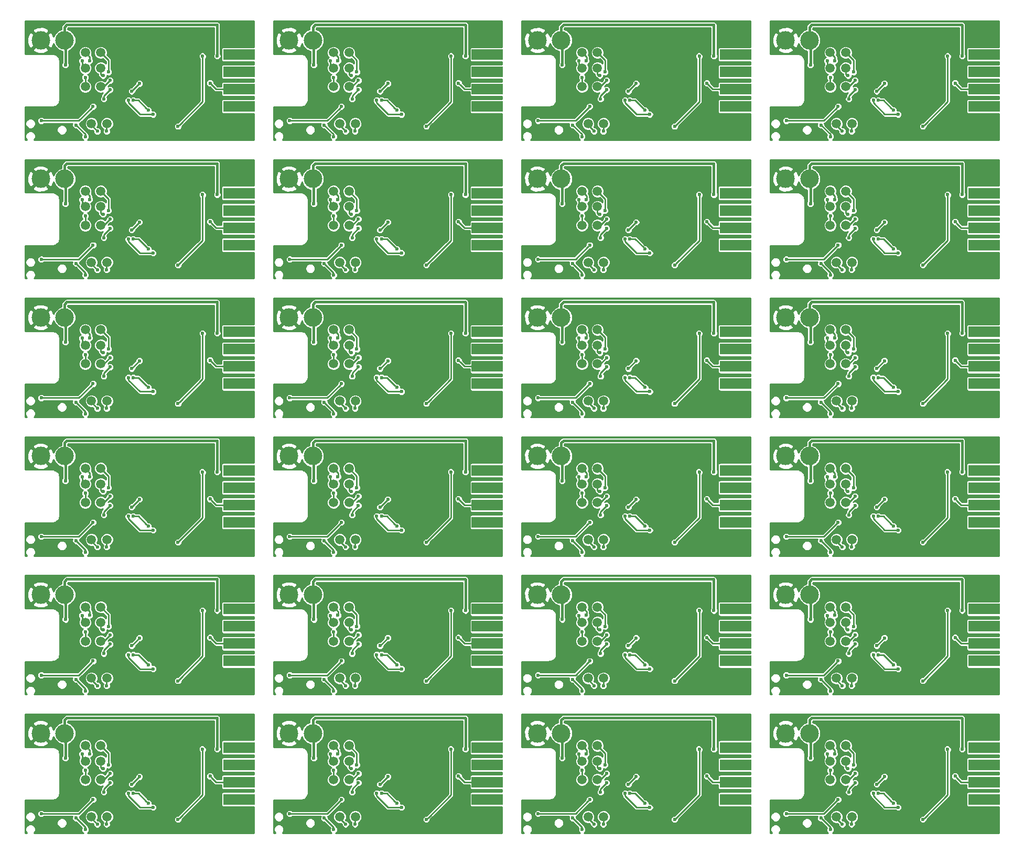
<source format=gbl>
G04 #@! TF.FileFunction,Copper,L2,Bot,Signal*
%FSLAX46Y46*%
G04 Gerber Fmt 4.6, Leading zero omitted, Abs format (unit mm)*
G04 Created by KiCad (PCBNEW 4.0.2+dfsg1-stable) date Fr 29 Apr 2016 12:30:28 CEST*
%MOMM*%
G01*
G04 APERTURE LIST*
%ADD10C,0.100000*%
%ADD11C,1.500000*%
%ADD12C,3.000000*%
%ADD13R,5.080000X1.778000*%
%ADD14C,0.600000*%
%ADD15C,0.250000*%
%ADD16C,0.400000*%
%ADD17C,0.254000*%
G04 APERTURE END LIST*
D10*
D11*
X132700000Y-159200000D03*
X131700000Y-153200000D03*
X135200000Y-159200000D03*
X134200000Y-153200000D03*
X134200000Y-150200000D03*
X135200000Y-136800000D03*
X132700000Y-136800000D03*
X134200000Y-130800000D03*
X134200000Y-125300000D03*
X131700000Y-125300000D03*
X131700000Y-130800000D03*
X134200000Y-127800000D03*
X131700000Y-127800000D03*
D12*
X124500000Y-100900000D03*
D11*
X131700000Y-102900000D03*
D12*
X128350000Y-100900000D03*
D11*
X134200000Y-102900000D03*
D12*
X128350000Y-123300000D03*
X124500000Y-123300000D03*
D11*
X135200000Y-114400000D03*
X132700000Y-114400000D03*
D12*
X124500000Y-145700000D03*
D11*
X134200000Y-147700000D03*
X131700000Y-150200000D03*
D12*
X128350000Y-145700000D03*
D11*
X131700000Y-147700000D03*
X131700000Y-108400000D03*
X134200000Y-108400000D03*
X134200000Y-105400000D03*
X131700000Y-105400000D03*
X51500000Y-147700000D03*
D12*
X48150000Y-145700000D03*
D11*
X54000000Y-147700000D03*
D12*
X44300000Y-145700000D03*
D11*
X51500000Y-150200000D03*
X51500000Y-125300000D03*
X54000000Y-125300000D03*
D12*
X44300000Y-123300000D03*
D11*
X54000000Y-127800000D03*
X51500000Y-127800000D03*
D12*
X48150000Y-123300000D03*
D11*
X51500000Y-102900000D03*
D12*
X48150000Y-100900000D03*
X44300000Y-100900000D03*
D11*
X54000000Y-102900000D03*
X51500000Y-130800000D03*
X52500000Y-136800000D03*
X54000000Y-130800000D03*
X55000000Y-136800000D03*
X55000000Y-114400000D03*
X54000000Y-108400000D03*
X51500000Y-108400000D03*
X51500000Y-105400000D03*
X52500000Y-114400000D03*
X54000000Y-105400000D03*
X55000000Y-159200000D03*
X54000000Y-153200000D03*
X52500000Y-159200000D03*
X51500000Y-153200000D03*
X54000000Y-150200000D03*
X172800000Y-159200000D03*
X174300000Y-153200000D03*
X175300000Y-159200000D03*
X171800000Y-153200000D03*
X174300000Y-150200000D03*
D12*
X168450000Y-145700000D03*
X164600000Y-145700000D03*
D11*
X171800000Y-150200000D03*
X171800000Y-147700000D03*
X174300000Y-147700000D03*
X174300000Y-108400000D03*
X171800000Y-108400000D03*
X174300000Y-105400000D03*
X171800000Y-105400000D03*
D12*
X168450000Y-123300000D03*
X164600000Y-123300000D03*
D11*
X175300000Y-114400000D03*
X172800000Y-114400000D03*
D12*
X164600000Y-100900000D03*
X168450000Y-100900000D03*
D11*
X174300000Y-102900000D03*
X171800000Y-102900000D03*
X175300000Y-136800000D03*
X172800000Y-136800000D03*
X174300000Y-130800000D03*
X171800000Y-130800000D03*
X171800000Y-125300000D03*
X174300000Y-127800000D03*
X174300000Y-125300000D03*
X171800000Y-127800000D03*
X94100000Y-147700000D03*
X91600000Y-147700000D03*
D12*
X88250000Y-145700000D03*
X84400000Y-145700000D03*
D11*
X91600000Y-150200000D03*
X92600000Y-136800000D03*
X95100000Y-136800000D03*
X91600000Y-130800000D03*
X94100000Y-130800000D03*
X94100000Y-127800000D03*
D12*
X84400000Y-100900000D03*
X88250000Y-100900000D03*
D11*
X91600000Y-105400000D03*
X91600000Y-102900000D03*
X94100000Y-102900000D03*
X94100000Y-105400000D03*
X91600000Y-153200000D03*
X92600000Y-159200000D03*
X95100000Y-159200000D03*
X94100000Y-150200000D03*
X94100000Y-153200000D03*
X91600000Y-108400000D03*
X95100000Y-114400000D03*
X92600000Y-114400000D03*
X94100000Y-108400000D03*
X91600000Y-125300000D03*
D12*
X88250000Y-123300000D03*
X84400000Y-123300000D03*
D11*
X94100000Y-125300000D03*
X91600000Y-127800000D03*
D13*
X196633000Y-148009000D03*
X196633000Y-150803000D03*
X196633000Y-153597000D03*
X196633000Y-156391000D03*
X156533000Y-148009000D03*
X156533000Y-150803000D03*
X156533000Y-153597000D03*
X156533000Y-156391000D03*
X196633000Y-125609000D03*
X196633000Y-128403000D03*
X196633000Y-131197000D03*
X196633000Y-133991000D03*
X156533000Y-125609000D03*
X156533000Y-128403000D03*
X156533000Y-131197000D03*
X156533000Y-133991000D03*
X196633000Y-103209000D03*
X196633000Y-106003000D03*
X196633000Y-108797000D03*
X196633000Y-111591000D03*
X156533000Y-103209000D03*
X156533000Y-106003000D03*
X156533000Y-108797000D03*
X156533000Y-111591000D03*
X76333000Y-125609000D03*
X76333000Y-128403000D03*
X76333000Y-131197000D03*
X76333000Y-133991000D03*
X76333000Y-103209000D03*
X76333000Y-106003000D03*
X76333000Y-108797000D03*
X76333000Y-111591000D03*
X76333000Y-148009000D03*
X76333000Y-150803000D03*
X76333000Y-153597000D03*
X76333000Y-156391000D03*
X116433000Y-148009000D03*
X116433000Y-150803000D03*
X116433000Y-153597000D03*
X116433000Y-156391000D03*
X116433000Y-125609000D03*
X116433000Y-128403000D03*
X116433000Y-131197000D03*
X116433000Y-133991000D03*
X116433000Y-103209000D03*
X116433000Y-106003000D03*
X116433000Y-108797000D03*
X116433000Y-111591000D03*
D11*
X174300000Y-80500000D03*
X171800000Y-80500000D03*
D12*
X168450000Y-78500000D03*
X164600000Y-78500000D03*
D11*
X171800000Y-83000000D03*
X132700000Y-92000000D03*
X134200000Y-86000000D03*
X135200000Y-92000000D03*
X131700000Y-86000000D03*
X175300000Y-92000000D03*
X171800000Y-86000000D03*
X172800000Y-92000000D03*
X174300000Y-86000000D03*
X174300000Y-83000000D03*
D12*
X88250000Y-78500000D03*
D11*
X94100000Y-86000000D03*
X91600000Y-86000000D03*
D12*
X84400000Y-78500000D03*
D11*
X52500000Y-92000000D03*
X55000000Y-92000000D03*
X54000000Y-86000000D03*
X51500000Y-86000000D03*
X54000000Y-83000000D03*
X94100000Y-83000000D03*
X91600000Y-80500000D03*
X92600000Y-92000000D03*
X94100000Y-80500000D03*
X91600000Y-83000000D03*
X95100000Y-92000000D03*
X131700000Y-83000000D03*
D12*
X124500000Y-78500000D03*
D11*
X134200000Y-83000000D03*
X134200000Y-80500000D03*
D12*
X128350000Y-78500000D03*
D11*
X131700000Y-80500000D03*
D12*
X44300000Y-78500000D03*
X48150000Y-78500000D03*
D11*
X54000000Y-80500000D03*
X51500000Y-80500000D03*
X51500000Y-83000000D03*
D13*
X116433000Y-80809000D03*
X116433000Y-83603000D03*
X116433000Y-86397000D03*
X116433000Y-89191000D03*
X156533000Y-80809000D03*
X156533000Y-83603000D03*
X156533000Y-86397000D03*
X156533000Y-89191000D03*
X196633000Y-80809000D03*
X196633000Y-83603000D03*
X196633000Y-86397000D03*
X196633000Y-89191000D03*
X76333000Y-80809000D03*
X76333000Y-83603000D03*
X76333000Y-86397000D03*
X76333000Y-89191000D03*
D11*
X174300000Y-58100000D03*
X171800000Y-58100000D03*
D12*
X168450000Y-56100000D03*
X164600000Y-56100000D03*
D11*
X171800000Y-60600000D03*
X132700000Y-69600000D03*
X134200000Y-63600000D03*
X135200000Y-69600000D03*
X131700000Y-63600000D03*
X175300000Y-69600000D03*
X171800000Y-63600000D03*
X172800000Y-69600000D03*
X174300000Y-63600000D03*
X174300000Y-60600000D03*
D12*
X88250000Y-56100000D03*
D11*
X94100000Y-63600000D03*
X91600000Y-63600000D03*
D12*
X84400000Y-56100000D03*
D11*
X52500000Y-69600000D03*
X55000000Y-69600000D03*
X54000000Y-63600000D03*
X51500000Y-63600000D03*
X54000000Y-60600000D03*
X94100000Y-60600000D03*
X91600000Y-58100000D03*
X92600000Y-69600000D03*
X94100000Y-58100000D03*
X91600000Y-60600000D03*
X95100000Y-69600000D03*
X131700000Y-60600000D03*
D12*
X124500000Y-56100000D03*
D11*
X134200000Y-60600000D03*
X134200000Y-58100000D03*
D12*
X128350000Y-56100000D03*
D11*
X131700000Y-58100000D03*
D12*
X44300000Y-56100000D03*
X48150000Y-56100000D03*
D11*
X54000000Y-58100000D03*
X51500000Y-58100000D03*
X51500000Y-60600000D03*
D13*
X116433000Y-58409000D03*
X116433000Y-61203000D03*
X116433000Y-63997000D03*
X116433000Y-66791000D03*
X156533000Y-58409000D03*
X156533000Y-61203000D03*
X156533000Y-63997000D03*
X156533000Y-66791000D03*
X196633000Y-58409000D03*
X196633000Y-61203000D03*
X196633000Y-63997000D03*
X196633000Y-66791000D03*
X76333000Y-58409000D03*
X76333000Y-61203000D03*
X76333000Y-63997000D03*
X76333000Y-66791000D03*
D11*
X175300000Y-47200000D03*
X172800000Y-47200000D03*
X174300000Y-41200000D03*
X171800000Y-41200000D03*
X171800000Y-38200000D03*
X174300000Y-38200000D03*
X171800000Y-35700000D03*
X174300000Y-35700000D03*
D12*
X168450000Y-33700000D03*
X164600000Y-33700000D03*
D13*
X196633000Y-36009000D03*
X196633000Y-38803000D03*
X196633000Y-41597000D03*
X196633000Y-44391000D03*
D11*
X135200000Y-47200000D03*
X132700000Y-47200000D03*
X134200000Y-41200000D03*
X131700000Y-41200000D03*
X131700000Y-38200000D03*
X134200000Y-38200000D03*
X131700000Y-35700000D03*
X134200000Y-35700000D03*
D12*
X128350000Y-33700000D03*
X124500000Y-33700000D03*
D13*
X156533000Y-36009000D03*
X156533000Y-38803000D03*
X156533000Y-41597000D03*
X156533000Y-44391000D03*
D11*
X95100000Y-47200000D03*
X92600000Y-47200000D03*
X94100000Y-41200000D03*
X91600000Y-41200000D03*
X91600000Y-38200000D03*
X94100000Y-38200000D03*
X91600000Y-35700000D03*
X94100000Y-35700000D03*
D12*
X88250000Y-33700000D03*
X84400000Y-33700000D03*
D13*
X116433000Y-36009000D03*
X116433000Y-38803000D03*
X116433000Y-41597000D03*
X116433000Y-44391000D03*
D11*
X51500000Y-41200000D03*
X54000000Y-41200000D03*
X52500000Y-47200000D03*
X55000000Y-47200000D03*
X54000000Y-35700000D03*
X51500000Y-35700000D03*
X51500000Y-38200000D03*
X54000000Y-38200000D03*
D12*
X48150000Y-33700000D03*
X44300000Y-33700000D03*
D13*
X76333000Y-36009000D03*
X76333000Y-38803000D03*
X76333000Y-41597000D03*
X76333000Y-44391000D03*
D14*
X170100000Y-156300000D03*
X169650000Y-157250000D03*
X168200000Y-154600000D03*
X165500000Y-157250000D03*
X171905117Y-144248991D03*
X165850000Y-146950000D03*
X173343249Y-146818617D03*
X175850000Y-146850000D03*
X186801375Y-130799137D03*
X186799068Y-129247739D03*
X186250000Y-125300000D03*
X185150000Y-125300000D03*
X186798356Y-127698246D03*
X187300000Y-125300000D03*
X186795089Y-132351599D03*
X193300000Y-135800000D03*
X193099594Y-127822129D03*
X190650000Y-124200000D03*
X183850000Y-135950000D03*
X180406996Y-138584245D03*
X180650000Y-129250000D03*
X175850000Y-124450000D03*
X176084003Y-137977524D03*
X171905117Y-121848991D03*
X176084003Y-115577524D03*
X165850000Y-124550000D03*
X173343249Y-124418617D03*
X170100000Y-133900000D03*
X165500000Y-134850000D03*
X168200000Y-132200000D03*
X169650000Y-134850000D03*
X176468804Y-132240390D03*
X179100000Y-135850000D03*
X193300000Y-158200000D03*
X186795089Y-154751599D03*
X186801375Y-153199137D03*
X186799068Y-151647739D03*
X187300000Y-147700000D03*
X186250000Y-147700000D03*
X186798356Y-150098246D03*
X193099594Y-150222129D03*
X185150000Y-147700000D03*
X190650000Y-146600000D03*
X180650000Y-151650000D03*
X176468804Y-154640390D03*
X180406996Y-160984245D03*
X179100000Y-158250000D03*
X176084003Y-160377524D03*
X183850000Y-158350000D03*
X170100000Y-111500000D03*
X168200000Y-109800000D03*
X165500000Y-112450000D03*
X169650000Y-112450000D03*
X173343249Y-102018617D03*
X175850000Y-102050000D03*
X165850000Y-102150000D03*
X171905117Y-99448991D03*
X176468804Y-109840390D03*
X193300000Y-113400000D03*
X186795089Y-109951599D03*
X183850000Y-113550000D03*
X186250000Y-102900000D03*
X185150000Y-102900000D03*
X186799068Y-106847739D03*
X186798356Y-105298246D03*
X186801375Y-108399137D03*
X187300000Y-102900000D03*
X193099594Y-105422129D03*
X190650000Y-101800000D03*
X179100000Y-113450000D03*
X180650000Y-106850000D03*
X180406996Y-116184245D03*
X85300000Y-134850000D03*
X89450000Y-134850000D03*
X85650000Y-124550000D03*
X88000000Y-132200000D03*
X89900000Y-133900000D03*
X91705117Y-121848991D03*
X93143249Y-124418617D03*
X95650000Y-124450000D03*
X95884003Y-137977524D03*
X96268804Y-132240390D03*
X98900000Y-135850000D03*
X100206996Y-138584245D03*
X100450000Y-129250000D03*
X95884003Y-160377524D03*
X91705117Y-144248991D03*
X93143249Y-146818617D03*
X85650000Y-146950000D03*
X95650000Y-146850000D03*
X89450000Y-157250000D03*
X85300000Y-157250000D03*
X89900000Y-156300000D03*
X88000000Y-154600000D03*
X113100000Y-158200000D03*
X106595089Y-154751599D03*
X106601375Y-153199137D03*
X96268804Y-154640390D03*
X100450000Y-151650000D03*
X100206996Y-160984245D03*
X103650000Y-158350000D03*
X98900000Y-158250000D03*
X112899594Y-150222129D03*
X107100000Y-147700000D03*
X106598356Y-150098246D03*
X106599068Y-151647739D03*
X110450000Y-124200000D03*
X112899594Y-127822129D03*
X106595089Y-132351599D03*
X107100000Y-125300000D03*
X106050000Y-125300000D03*
X106598356Y-127698246D03*
X104950000Y-125300000D03*
X106601375Y-130799137D03*
X106599068Y-129247739D03*
X110450000Y-146600000D03*
X104950000Y-147700000D03*
X106050000Y-147700000D03*
X113100000Y-135800000D03*
X103650000Y-135950000D03*
X112899594Y-105422129D03*
X110450000Y-101800000D03*
X106601375Y-108399137D03*
X106599068Y-106847739D03*
X104950000Y-102900000D03*
X106050000Y-102900000D03*
X107100000Y-102900000D03*
X106598356Y-105298246D03*
X113100000Y-113400000D03*
X106595089Y-109951599D03*
X103650000Y-113550000D03*
X100450000Y-106850000D03*
X100206996Y-116184245D03*
X98900000Y-113450000D03*
X95884003Y-115577524D03*
X96268804Y-109840390D03*
X89450000Y-112450000D03*
X85300000Y-112450000D03*
X88000000Y-109800000D03*
X89900000Y-111500000D03*
X85650000Y-102150000D03*
X91705117Y-99448991D03*
X93143249Y-102018617D03*
X95650000Y-102050000D03*
X146701375Y-130799137D03*
X146699068Y-129247739D03*
X146150000Y-125300000D03*
X147200000Y-125300000D03*
X146698356Y-127698246D03*
X145050000Y-125300000D03*
X152999594Y-127822129D03*
X153200000Y-135800000D03*
X150550000Y-124200000D03*
X139000000Y-135850000D03*
X140550000Y-129250000D03*
X146695089Y-132351599D03*
X140306996Y-138584245D03*
X143750000Y-135950000D03*
X135984003Y-137977524D03*
X125400000Y-134850000D03*
X130000000Y-133900000D03*
X129550000Y-134850000D03*
X128100000Y-132200000D03*
X136368804Y-132240390D03*
X133243249Y-124418617D03*
X125750000Y-124550000D03*
X131805117Y-121848991D03*
X135750000Y-124450000D03*
X125400000Y-112450000D03*
X130000000Y-111500000D03*
X129550000Y-112450000D03*
X128100000Y-109800000D03*
X133243249Y-102018617D03*
X125750000Y-102150000D03*
X131805117Y-99448991D03*
X135750000Y-102050000D03*
X135984003Y-115577524D03*
X129550000Y-157250000D03*
X130000000Y-156300000D03*
X135984003Y-160377524D03*
X153200000Y-158200000D03*
X152999594Y-150222129D03*
X150550000Y-146600000D03*
X143750000Y-158350000D03*
X140306996Y-160984245D03*
X139000000Y-158250000D03*
X140550000Y-151650000D03*
X125400000Y-157250000D03*
X128100000Y-154600000D03*
X125750000Y-146950000D03*
X136368804Y-154640390D03*
X146695089Y-154751599D03*
X146698356Y-150098246D03*
X146699068Y-151647739D03*
X146701375Y-153199137D03*
X146150000Y-147700000D03*
X145050000Y-147700000D03*
X147200000Y-147700000D03*
X135750000Y-146850000D03*
X131805117Y-144248991D03*
X133243249Y-146818617D03*
X146699068Y-106847739D03*
X146695089Y-109951599D03*
X153200000Y-113400000D03*
X146701375Y-108399137D03*
X140306996Y-116184245D03*
X139000000Y-113450000D03*
X150550000Y-101800000D03*
X152999594Y-105422129D03*
X146698356Y-105298246D03*
X147200000Y-102900000D03*
X146150000Y-102900000D03*
X145050000Y-102900000D03*
X136368804Y-109840390D03*
X140550000Y-106850000D03*
X143750000Y-113550000D03*
X60350000Y-151650000D03*
X70350000Y-146600000D03*
X72799594Y-150222129D03*
X73000000Y-158200000D03*
X63550000Y-158350000D03*
X66495089Y-154751599D03*
X65950000Y-147700000D03*
X66498356Y-150098246D03*
X67000000Y-147700000D03*
X66499068Y-151647739D03*
X66501375Y-153199137D03*
X64850000Y-147700000D03*
X53043249Y-124418617D03*
X55550000Y-124450000D03*
X45550000Y-124550000D03*
X51605117Y-121848991D03*
X47900000Y-132200000D03*
X45200000Y-134850000D03*
X49350000Y-134850000D03*
X49800000Y-133900000D03*
X70350000Y-124200000D03*
X72799594Y-127822129D03*
X73000000Y-135800000D03*
X65950000Y-125300000D03*
X64850000Y-125300000D03*
X66495089Y-132351599D03*
X67000000Y-125300000D03*
X66499068Y-129247739D03*
X66501375Y-130799137D03*
X66498356Y-127698246D03*
X58800000Y-135850000D03*
X60106996Y-138584245D03*
X63550000Y-135950000D03*
X60350000Y-129250000D03*
X55784003Y-137977524D03*
X56168804Y-132240390D03*
X65950000Y-102900000D03*
X64850000Y-102900000D03*
X67000000Y-102900000D03*
X70350000Y-101800000D03*
X72799594Y-105422129D03*
X60350000Y-106850000D03*
X66499068Y-106847739D03*
X66498356Y-105298246D03*
X73000000Y-113400000D03*
X66501375Y-108399137D03*
X66495089Y-109951599D03*
X63550000Y-113550000D03*
X60106996Y-116184245D03*
X58800000Y-113450000D03*
X56168804Y-109840390D03*
X53043249Y-102018617D03*
X55550000Y-102050000D03*
X55784003Y-115577524D03*
X49350000Y-112450000D03*
X45200000Y-112450000D03*
X47900000Y-109800000D03*
X49800000Y-111500000D03*
X51605117Y-99448991D03*
X45550000Y-102150000D03*
X45200000Y-157250000D03*
X49350000Y-157250000D03*
X47900000Y-154600000D03*
X49800000Y-156300000D03*
X55550000Y-146850000D03*
X53043249Y-146818617D03*
X56168804Y-154640390D03*
X60106996Y-160984245D03*
X58800000Y-158250000D03*
X55784003Y-160377524D03*
X51605117Y-144248991D03*
X45550000Y-146950000D03*
X175850000Y-79650000D03*
X173343249Y-79618617D03*
X165500000Y-90050000D03*
X170100000Y-89100000D03*
X169650000Y-90050000D03*
X168200000Y-87400000D03*
X171905117Y-77048991D03*
X165850000Y-79750000D03*
X176468804Y-87440390D03*
X176084003Y-93177524D03*
X135750000Y-79650000D03*
X133243249Y-79618617D03*
X131805117Y-77048991D03*
X125400000Y-90050000D03*
X125750000Y-79750000D03*
X128100000Y-87400000D03*
X129550000Y-90050000D03*
X130000000Y-89100000D03*
X135984003Y-93177524D03*
X139000000Y-91050000D03*
X136368804Y-87440390D03*
X140550000Y-84450000D03*
X180406996Y-93784245D03*
X179100000Y-91050000D03*
X183850000Y-91150000D03*
X187300000Y-80500000D03*
X186801375Y-85999137D03*
X186798356Y-82898246D03*
X186250000Y-80500000D03*
X185150000Y-80500000D03*
X186799068Y-84447739D03*
X186795089Y-87551599D03*
X180650000Y-84450000D03*
X193300000Y-91000000D03*
X193099594Y-83022129D03*
X190650000Y-79400000D03*
X113100000Y-91000000D03*
X106599068Y-84447739D03*
X106601375Y-85999137D03*
X106595089Y-87551599D03*
X112899594Y-83022129D03*
X106050000Y-80500000D03*
X104950000Y-80500000D03*
X110450000Y-79400000D03*
X106598356Y-82898246D03*
X107100000Y-80500000D03*
X103650000Y-91150000D03*
X96268804Y-87440390D03*
X100450000Y-84450000D03*
X150550000Y-79400000D03*
X152999594Y-83022129D03*
X146698356Y-82898246D03*
X145050000Y-80500000D03*
X146150000Y-80500000D03*
X146699068Y-84447739D03*
X147200000Y-80500000D03*
X146701375Y-85999137D03*
X153200000Y-91000000D03*
X146695089Y-87551599D03*
X143750000Y-91150000D03*
X140306996Y-93784245D03*
X91705117Y-77048991D03*
X95650000Y-79650000D03*
X93143249Y-79618617D03*
X89900000Y-89100000D03*
X88000000Y-87400000D03*
X89450000Y-90050000D03*
X100206996Y-93784245D03*
X98900000Y-91050000D03*
X95884003Y-93177524D03*
X56168804Y-87440390D03*
X53043249Y-79618617D03*
X51605117Y-77048991D03*
X45550000Y-79750000D03*
X55784003Y-93177524D03*
X45200000Y-90050000D03*
X49800000Y-89100000D03*
X47900000Y-87400000D03*
X49350000Y-90050000D03*
X55550000Y-79650000D03*
X85300000Y-90050000D03*
X85650000Y-79750000D03*
X73000000Y-91000000D03*
X70350000Y-79400000D03*
X72799594Y-83022129D03*
X63550000Y-91150000D03*
X58800000Y-91050000D03*
X60106996Y-93784245D03*
X66495089Y-87551599D03*
X66501375Y-85999137D03*
X66498356Y-82898246D03*
X67000000Y-80500000D03*
X66499068Y-84447739D03*
X64850000Y-80500000D03*
X65950000Y-80500000D03*
X60350000Y-84450000D03*
X175850000Y-57250000D03*
X173343249Y-57218617D03*
X165500000Y-67650000D03*
X170100000Y-66700000D03*
X169650000Y-67650000D03*
X168200000Y-65000000D03*
X171905117Y-54648991D03*
X165850000Y-57350000D03*
X176468804Y-65040390D03*
X176084003Y-70777524D03*
X135750000Y-57250000D03*
X133243249Y-57218617D03*
X131805117Y-54648991D03*
X125400000Y-67650000D03*
X125750000Y-57350000D03*
X128100000Y-65000000D03*
X129550000Y-67650000D03*
X130000000Y-66700000D03*
X135984003Y-70777524D03*
X139000000Y-68650000D03*
X136368804Y-65040390D03*
X140550000Y-62050000D03*
X180406996Y-71384245D03*
X179100000Y-68650000D03*
X183850000Y-68750000D03*
X187300000Y-58100000D03*
X186801375Y-63599137D03*
X186798356Y-60498246D03*
X186250000Y-58100000D03*
X185150000Y-58100000D03*
X186799068Y-62047739D03*
X186795089Y-65151599D03*
X180650000Y-62050000D03*
X193300000Y-68600000D03*
X193099594Y-60622129D03*
X190650000Y-57000000D03*
X113100000Y-68600000D03*
X106599068Y-62047739D03*
X106601375Y-63599137D03*
X106595089Y-65151599D03*
X112899594Y-60622129D03*
X106050000Y-58100000D03*
X104950000Y-58100000D03*
X110450000Y-57000000D03*
X106598356Y-60498246D03*
X107100000Y-58100000D03*
X103650000Y-68750000D03*
X96268804Y-65040390D03*
X100450000Y-62050000D03*
X150550000Y-57000000D03*
X152999594Y-60622129D03*
X146698356Y-60498246D03*
X145050000Y-58100000D03*
X146150000Y-58100000D03*
X146699068Y-62047739D03*
X147200000Y-58100000D03*
X146701375Y-63599137D03*
X153200000Y-68600000D03*
X146695089Y-65151599D03*
X143750000Y-68750000D03*
X140306996Y-71384245D03*
X91705117Y-54648991D03*
X95650000Y-57250000D03*
X93143249Y-57218617D03*
X89900000Y-66700000D03*
X88000000Y-65000000D03*
X89450000Y-67650000D03*
X100206996Y-71384245D03*
X98900000Y-68650000D03*
X95884003Y-70777524D03*
X56168804Y-65040390D03*
X53043249Y-57218617D03*
X51605117Y-54648991D03*
X45550000Y-57350000D03*
X55784003Y-70777524D03*
X45200000Y-67650000D03*
X49800000Y-66700000D03*
X47900000Y-65000000D03*
X49350000Y-67650000D03*
X55550000Y-57250000D03*
X85300000Y-67650000D03*
X85650000Y-57350000D03*
X73000000Y-68600000D03*
X70350000Y-57000000D03*
X72799594Y-60622129D03*
X63550000Y-68750000D03*
X58800000Y-68650000D03*
X60106996Y-71384245D03*
X66495089Y-65151599D03*
X66501375Y-63599137D03*
X66498356Y-60498246D03*
X67000000Y-58100000D03*
X66499068Y-62047739D03*
X64850000Y-58100000D03*
X65950000Y-58100000D03*
X60350000Y-62050000D03*
X165500000Y-45250000D03*
X168200000Y-42600000D03*
X169650000Y-45250000D03*
X170100000Y-44300000D03*
X180406996Y-48984245D03*
X183850000Y-46350000D03*
X179100000Y-46250000D03*
X176084003Y-48377524D03*
X165850000Y-34950000D03*
X173343249Y-34818617D03*
X171905117Y-32248991D03*
X175850000Y-34850000D03*
X193300000Y-46200000D03*
X190650000Y-34600000D03*
X193099594Y-38222129D03*
X186250000Y-35700000D03*
X186801375Y-41199137D03*
X187300000Y-35700000D03*
X186799068Y-39647739D03*
X185150000Y-35700000D03*
X186795089Y-42751599D03*
X186798356Y-38098246D03*
X176468804Y-42640390D03*
X180650000Y-39650000D03*
X125400000Y-45250000D03*
X128100000Y-42600000D03*
X129550000Y-45250000D03*
X130000000Y-44300000D03*
X140306996Y-48984245D03*
X143750000Y-46350000D03*
X139000000Y-46250000D03*
X135984003Y-48377524D03*
X125750000Y-34950000D03*
X133243249Y-34818617D03*
X131805117Y-32248991D03*
X135750000Y-34850000D03*
X153200000Y-46200000D03*
X150550000Y-34600000D03*
X152999594Y-38222129D03*
X146150000Y-35700000D03*
X146701375Y-41199137D03*
X147200000Y-35700000D03*
X146699068Y-39647739D03*
X145050000Y-35700000D03*
X146695089Y-42751599D03*
X146698356Y-38098246D03*
X136368804Y-42640390D03*
X140550000Y-39650000D03*
X85300000Y-45250000D03*
X88000000Y-42600000D03*
X89450000Y-45250000D03*
X89900000Y-44300000D03*
X100206996Y-48984245D03*
X103650000Y-46350000D03*
X98900000Y-46250000D03*
X95884003Y-48377524D03*
X85650000Y-34950000D03*
X93143249Y-34818617D03*
X91705117Y-32248991D03*
X95650000Y-34850000D03*
X113100000Y-46200000D03*
X110450000Y-34600000D03*
X112899594Y-38222129D03*
X106050000Y-35700000D03*
X106601375Y-41199137D03*
X107100000Y-35700000D03*
X106599068Y-39647739D03*
X104950000Y-35700000D03*
X106595089Y-42751599D03*
X106598356Y-38098246D03*
X96268804Y-42640390D03*
X100450000Y-39650000D03*
X53043249Y-34818617D03*
X60106996Y-48984245D03*
X49350000Y-45250000D03*
X55784003Y-48377524D03*
X55550000Y-34850000D03*
X51605117Y-32248991D03*
X56168804Y-42640390D03*
X72799594Y-38222129D03*
X70350000Y-34600000D03*
X60350000Y-39650000D03*
X67000000Y-35700000D03*
X64850000Y-35700000D03*
X65950000Y-35700000D03*
X66495089Y-42751599D03*
X66501375Y-41199137D03*
X66499068Y-39647739D03*
X66498356Y-38098246D03*
X73000000Y-46200000D03*
X63550000Y-46350000D03*
X58800000Y-46250000D03*
X49800000Y-44300000D03*
X47900000Y-42600000D03*
X45550000Y-34950000D03*
X45200000Y-45250000D03*
X170300000Y-159400000D03*
X171814644Y-161264644D03*
X174800000Y-155225010D03*
X175800000Y-153700000D03*
X171814644Y-138864644D03*
X171814644Y-116464644D03*
X170300000Y-137000000D03*
X175800000Y-131300000D03*
X174800000Y-132825010D03*
X170300000Y-114600000D03*
X174800000Y-110425010D03*
X175800000Y-108900000D03*
X90100000Y-137000000D03*
X94600000Y-132825010D03*
X95600000Y-131300000D03*
X91614644Y-161264644D03*
X90100000Y-159400000D03*
X91614644Y-138864644D03*
X94600000Y-155225010D03*
X95600000Y-153700000D03*
X91614644Y-116464644D03*
X94600000Y-110425010D03*
X95600000Y-108900000D03*
X90100000Y-114600000D03*
X131714644Y-138864644D03*
X130200000Y-137000000D03*
X135700000Y-131300000D03*
X131714644Y-116464644D03*
X134700000Y-132825010D03*
X130200000Y-114600000D03*
X135700000Y-108900000D03*
X134700000Y-110425010D03*
X130200000Y-159400000D03*
X131714644Y-161264644D03*
X135700000Y-153700000D03*
X134700000Y-155225010D03*
X55500000Y-131300000D03*
X54500000Y-132825010D03*
X50000000Y-137000000D03*
X51514644Y-138864644D03*
X54500000Y-110425010D03*
X55500000Y-108900000D03*
X51514644Y-116464644D03*
X50000000Y-114600000D03*
X55500000Y-153700000D03*
X54500000Y-155225010D03*
X51514644Y-161264644D03*
X50000000Y-159400000D03*
X170300000Y-92200000D03*
X175800000Y-86500000D03*
X174800000Y-88025010D03*
X171814644Y-94064644D03*
X130200000Y-92200000D03*
X135700000Y-86500000D03*
X131714644Y-94064644D03*
X134700000Y-88025010D03*
X94600000Y-88025010D03*
X95600000Y-86500000D03*
X91614644Y-94064644D03*
X90100000Y-92200000D03*
X55500000Y-86500000D03*
X54500000Y-88025010D03*
X51514644Y-94064644D03*
X50000000Y-92200000D03*
X170300000Y-69800000D03*
X175800000Y-64100000D03*
X174800000Y-65625010D03*
X171814644Y-71664644D03*
X130200000Y-69800000D03*
X135700000Y-64100000D03*
X131714644Y-71664644D03*
X134700000Y-65625010D03*
X94600000Y-65625010D03*
X95600000Y-64100000D03*
X91614644Y-71664644D03*
X90100000Y-69800000D03*
X55500000Y-64100000D03*
X54500000Y-65625010D03*
X51514644Y-71664644D03*
X50000000Y-69800000D03*
X170300000Y-47400000D03*
X171814644Y-49264644D03*
X175800000Y-41700000D03*
X174800000Y-43225010D03*
X130200000Y-47400000D03*
X131714644Y-49264644D03*
X135700000Y-41700000D03*
X134700000Y-43225010D03*
X90100000Y-47400000D03*
X91614644Y-49264644D03*
X95600000Y-41700000D03*
X94600000Y-43225010D03*
X51514644Y-49264644D03*
X55500000Y-41700000D03*
X54500000Y-43225010D03*
X50000000Y-47400000D03*
X168600000Y-149700000D03*
X193100000Y-125850000D03*
X190750000Y-125850000D03*
X186767266Y-137229853D03*
X168600000Y-127300000D03*
X186767266Y-159629853D03*
X190750000Y-148250000D03*
X193100000Y-148250000D03*
X168600000Y-104900000D03*
X186767266Y-114829853D03*
X190750000Y-103450000D03*
X193100000Y-103450000D03*
X88400000Y-127300000D03*
X88400000Y-149700000D03*
X106567266Y-159629853D03*
X112900000Y-148250000D03*
X110550000Y-148250000D03*
X112900000Y-125850000D03*
X110550000Y-125850000D03*
X106567266Y-137229853D03*
X110550000Y-103450000D03*
X112900000Y-103450000D03*
X106567266Y-114829853D03*
X88400000Y-104900000D03*
X150650000Y-125850000D03*
X153000000Y-125850000D03*
X146667266Y-137229853D03*
X128500000Y-127300000D03*
X128500000Y-104900000D03*
X153000000Y-148250000D03*
X150650000Y-148250000D03*
X146667266Y-159629853D03*
X128500000Y-149700000D03*
X150650000Y-103450000D03*
X153000000Y-103450000D03*
X146667266Y-114829853D03*
X72800000Y-148250000D03*
X70450000Y-148250000D03*
X66467266Y-159629853D03*
X48300000Y-127300000D03*
X72800000Y-125850000D03*
X70450000Y-125850000D03*
X66467266Y-137229853D03*
X72800000Y-103450000D03*
X70450000Y-103450000D03*
X66467266Y-114829853D03*
X48300000Y-104900000D03*
X48300000Y-149700000D03*
X168600000Y-82500000D03*
X128500000Y-82500000D03*
X186767266Y-92429853D03*
X193100000Y-81050000D03*
X190750000Y-81050000D03*
X112900000Y-81050000D03*
X110550000Y-81050000D03*
X106567266Y-92429853D03*
X153000000Y-81050000D03*
X150650000Y-81050000D03*
X146667266Y-92429853D03*
X88400000Y-82500000D03*
X48300000Y-82500000D03*
X72800000Y-81050000D03*
X70450000Y-81050000D03*
X66467266Y-92429853D03*
X168600000Y-60100000D03*
X128500000Y-60100000D03*
X186767266Y-70029853D03*
X193100000Y-58650000D03*
X190750000Y-58650000D03*
X112900000Y-58650000D03*
X110550000Y-58650000D03*
X106567266Y-70029853D03*
X153000000Y-58650000D03*
X150650000Y-58650000D03*
X146667266Y-70029853D03*
X88400000Y-60100000D03*
X48300000Y-60100000D03*
X72800000Y-58650000D03*
X70450000Y-58650000D03*
X66467266Y-70029853D03*
X186767266Y-47629853D03*
X168600000Y-37700000D03*
X190750000Y-36250000D03*
X193100000Y-36250000D03*
X146667266Y-47629853D03*
X128500000Y-37700000D03*
X150650000Y-36250000D03*
X153000000Y-36250000D03*
X106567266Y-47629853D03*
X88400000Y-37700000D03*
X110550000Y-36250000D03*
X112900000Y-36250000D03*
X48300000Y-37700000D03*
X66467266Y-47629853D03*
X70450000Y-36250000D03*
X72800000Y-36250000D03*
X173750000Y-160400000D03*
X173750000Y-138000000D03*
X173750000Y-115600000D03*
X93550000Y-138000000D03*
X93550000Y-160400000D03*
X93550000Y-115600000D03*
X133650000Y-138000000D03*
X133650000Y-115600000D03*
X133650000Y-160400000D03*
X53450000Y-138000000D03*
X53450000Y-115600000D03*
X53450000Y-160400000D03*
X173750000Y-93200000D03*
X133650000Y-93200000D03*
X93550000Y-93200000D03*
X53450000Y-93200000D03*
X173750000Y-70800000D03*
X133650000Y-70800000D03*
X93550000Y-70800000D03*
X53450000Y-70800000D03*
X173750000Y-48400000D03*
X133650000Y-48400000D03*
X93550000Y-48400000D03*
X53450000Y-48400000D03*
X175250000Y-160400000D03*
X175250000Y-138000000D03*
X175250000Y-115600000D03*
X95050000Y-138000000D03*
X95050000Y-160400000D03*
X95050000Y-115600000D03*
X135150000Y-138000000D03*
X135150000Y-115600000D03*
X135150000Y-160400000D03*
X54950000Y-138000000D03*
X54950000Y-115600000D03*
X54950000Y-160400000D03*
X175250000Y-93200000D03*
X135150000Y-93200000D03*
X95050000Y-93200000D03*
X54950000Y-93200000D03*
X175250000Y-70800000D03*
X135150000Y-70800000D03*
X95050000Y-70800000D03*
X54950000Y-70800000D03*
X175250000Y-48400000D03*
X135150000Y-48400000D03*
X95050000Y-48400000D03*
X54950000Y-48400000D03*
X191959907Y-130229747D03*
X191959907Y-152629747D03*
X191959907Y-107829747D03*
X111759907Y-152629747D03*
X111759907Y-130229747D03*
X111759907Y-107829747D03*
X151859907Y-130229747D03*
X151859907Y-152629747D03*
X151859907Y-107829747D03*
X71659907Y-152629747D03*
X71659907Y-130229747D03*
X71659907Y-107829747D03*
X191959907Y-85429747D03*
X111759907Y-85429747D03*
X151859907Y-85429747D03*
X71659907Y-85429747D03*
X191959907Y-63029747D03*
X111759907Y-63029747D03*
X151859907Y-63029747D03*
X71659907Y-63029747D03*
X191959907Y-40629747D03*
X151859907Y-40629747D03*
X111759907Y-40629747D03*
X71659907Y-40629747D03*
X164700000Y-158700000D03*
X173062530Y-156400929D03*
X180550000Y-130300000D03*
X173062530Y-134000929D03*
X164700000Y-136300000D03*
X179300000Y-131550000D03*
X180550000Y-152700000D03*
X179300000Y-153950000D03*
X164700000Y-113900000D03*
X173062530Y-111600929D03*
X180550000Y-107900000D03*
X179300000Y-109150000D03*
X84500000Y-136300000D03*
X92862530Y-134000929D03*
X100350000Y-130300000D03*
X99100000Y-131550000D03*
X84500000Y-158700000D03*
X92862530Y-156400929D03*
X99100000Y-153950000D03*
X100350000Y-152700000D03*
X100350000Y-107900000D03*
X99100000Y-109150000D03*
X92862530Y-111600929D03*
X84500000Y-113900000D03*
X140450000Y-130300000D03*
X139200000Y-131550000D03*
X124600000Y-136300000D03*
X132962530Y-134000929D03*
X124600000Y-113900000D03*
X132962530Y-111600929D03*
X132962530Y-156400929D03*
X140450000Y-152700000D03*
X139200000Y-153950000D03*
X124600000Y-158700000D03*
X139200000Y-109150000D03*
X140450000Y-107900000D03*
X59000000Y-153950000D03*
X60250000Y-152700000D03*
X44400000Y-136300000D03*
X52762530Y-134000929D03*
X60250000Y-130300000D03*
X59000000Y-131550000D03*
X59000000Y-109150000D03*
X60250000Y-107900000D03*
X52762530Y-111600929D03*
X44400000Y-113900000D03*
X44400000Y-158700000D03*
X52762530Y-156400929D03*
X164700000Y-91500000D03*
X173062530Y-89200929D03*
X124600000Y-91500000D03*
X132962530Y-89200929D03*
X140450000Y-85500000D03*
X139200000Y-86750000D03*
X179300000Y-86750000D03*
X180550000Y-85500000D03*
X100350000Y-85500000D03*
X99100000Y-86750000D03*
X92862530Y-89200929D03*
X52762530Y-89200929D03*
X44400000Y-91500000D03*
X84500000Y-91500000D03*
X60250000Y-85500000D03*
X59000000Y-86750000D03*
X164700000Y-69100000D03*
X173062530Y-66800929D03*
X124600000Y-69100000D03*
X132962530Y-66800929D03*
X140450000Y-63100000D03*
X139200000Y-64350000D03*
X179300000Y-64350000D03*
X180550000Y-63100000D03*
X100350000Y-63100000D03*
X99100000Y-64350000D03*
X92862530Y-66800929D03*
X52762530Y-66800929D03*
X44400000Y-69100000D03*
X84500000Y-69100000D03*
X60250000Y-63100000D03*
X59000000Y-64350000D03*
X164700000Y-46700000D03*
X173062530Y-44400929D03*
X180550000Y-40700000D03*
X179300000Y-41950000D03*
X124600000Y-46700000D03*
X132962530Y-44400929D03*
X140450000Y-40700000D03*
X139200000Y-41950000D03*
X84500000Y-46700000D03*
X92862530Y-44400929D03*
X100350000Y-40700000D03*
X99100000Y-41950000D03*
X60250000Y-40700000D03*
X59000000Y-41950000D03*
X52762530Y-44400929D03*
X44400000Y-46700000D03*
X175549523Y-150834057D03*
X175549523Y-128434057D03*
X175549523Y-106034057D03*
X95349523Y-128434057D03*
X95349523Y-150834057D03*
X95349523Y-106034057D03*
X135449523Y-128434057D03*
X135449523Y-106034057D03*
X135449523Y-150834057D03*
X55249523Y-128434057D03*
X55249523Y-106034057D03*
X55249523Y-150834057D03*
X175549523Y-83634057D03*
X135449523Y-83634057D03*
X95349523Y-83634057D03*
X55249523Y-83634057D03*
X175549523Y-61234057D03*
X135449523Y-61234057D03*
X95349523Y-61234057D03*
X55249523Y-61234057D03*
X175549523Y-38834057D03*
X135449523Y-38834057D03*
X95349523Y-38834057D03*
X55249523Y-38834057D03*
X172501740Y-149030177D03*
X172501740Y-126630177D03*
X172501740Y-104230177D03*
X92301740Y-126630177D03*
X92301740Y-149030177D03*
X92301740Y-104230177D03*
X132401740Y-126630177D03*
X132401740Y-104230177D03*
X132401740Y-149030177D03*
X52201740Y-126630177D03*
X52201740Y-104230177D03*
X52201740Y-149030177D03*
X172501740Y-81830177D03*
X132401740Y-81830177D03*
X92301740Y-81830177D03*
X52201740Y-81830177D03*
X172501740Y-59430177D03*
X132401740Y-59430177D03*
X92301740Y-59430177D03*
X52201740Y-59430177D03*
X172501740Y-37030177D03*
X132401740Y-37030177D03*
X92301740Y-37030177D03*
X52201740Y-37030177D03*
X171300000Y-149050000D03*
X171300000Y-126650000D03*
X171300000Y-104250000D03*
X91100000Y-126650000D03*
X91100000Y-149050000D03*
X91100000Y-104250000D03*
X131200000Y-126650000D03*
X131200000Y-104250000D03*
X131200000Y-149050000D03*
X51000000Y-126650000D03*
X51000000Y-104250000D03*
X51000000Y-149050000D03*
X171300000Y-81850000D03*
X131200000Y-81850000D03*
X91100000Y-81850000D03*
X51000000Y-81850000D03*
X171300000Y-59450000D03*
X131200000Y-59450000D03*
X91100000Y-59450000D03*
X51000000Y-59450000D03*
X171300000Y-37050000D03*
X131200000Y-37050000D03*
X91100000Y-37050000D03*
X51000000Y-37050000D03*
X174678015Y-151411888D03*
X174678015Y-129011888D03*
X174678015Y-106611888D03*
X94478015Y-129011888D03*
X94478015Y-151411888D03*
X94478015Y-106611888D03*
X134578015Y-129011888D03*
X134578015Y-106611888D03*
X134578015Y-151411888D03*
X54378015Y-129011888D03*
X54378015Y-106611888D03*
X54378015Y-151411888D03*
X174678015Y-84211888D03*
X134578015Y-84211888D03*
X94478015Y-84211888D03*
X54378015Y-84211888D03*
X174678015Y-61811888D03*
X134578015Y-61811888D03*
X94478015Y-61811888D03*
X54378015Y-61811888D03*
X174678015Y-39411888D03*
X134578015Y-39411888D03*
X94478015Y-39411888D03*
X54378015Y-39411888D03*
X171815137Y-151703018D03*
X171815137Y-129303018D03*
X171815137Y-106903018D03*
X91615137Y-129303018D03*
X91615137Y-151703018D03*
X91615137Y-106903018D03*
X131715137Y-129303018D03*
X131715137Y-106903018D03*
X131715137Y-151703018D03*
X51515137Y-129303018D03*
X51515137Y-106903018D03*
X51515137Y-151703018D03*
X171815137Y-84503018D03*
X131715137Y-84503018D03*
X91615137Y-84503018D03*
X51515137Y-84503018D03*
X171815137Y-62103018D03*
X131715137Y-62103018D03*
X91615137Y-62103018D03*
X51515137Y-62103018D03*
X171815137Y-39703018D03*
X131715137Y-39703018D03*
X91615137Y-39703018D03*
X51515137Y-39703018D03*
X175800000Y-152200000D03*
X175800000Y-129800000D03*
X175800000Y-107400000D03*
X95600000Y-129800000D03*
X95600000Y-152200000D03*
X95600000Y-107400000D03*
X135700000Y-129800000D03*
X135700000Y-107400000D03*
X135700000Y-152200000D03*
X55500000Y-129800000D03*
X55500000Y-107400000D03*
X55500000Y-152200000D03*
X175800000Y-85000000D03*
X135700000Y-85000000D03*
X95600000Y-85000000D03*
X55500000Y-85000000D03*
X175800000Y-62600000D03*
X135700000Y-62600000D03*
X95600000Y-62600000D03*
X55500000Y-62600000D03*
X175800000Y-40200000D03*
X135700000Y-40200000D03*
X95600000Y-40200000D03*
X55500000Y-40200000D03*
X182753828Y-135282905D03*
X178761607Y-133012741D03*
X178761607Y-155412741D03*
X182753828Y-157682905D03*
X182753828Y-112882905D03*
X178761607Y-110612741D03*
X102553828Y-135282905D03*
X98561607Y-133012741D03*
X98561607Y-155412741D03*
X102553828Y-157682905D03*
X102553828Y-112882905D03*
X98561607Y-110612741D03*
X138661607Y-133012741D03*
X142653828Y-135282905D03*
X142653828Y-157682905D03*
X138661607Y-155412741D03*
X138661607Y-110612741D03*
X142653828Y-112882905D03*
X62453828Y-157682905D03*
X62453828Y-135282905D03*
X58461607Y-133012741D03*
X58461607Y-110612741D03*
X62453828Y-112882905D03*
X58461607Y-155412741D03*
X138661607Y-88212741D03*
X182753828Y-90482905D03*
X178761607Y-88212741D03*
X102553828Y-90482905D03*
X98561607Y-88212741D03*
X142653828Y-90482905D03*
X62453828Y-90482905D03*
X58461607Y-88212741D03*
X138661607Y-65812741D03*
X182753828Y-68082905D03*
X178761607Y-65812741D03*
X102553828Y-68082905D03*
X98561607Y-65812741D03*
X142653828Y-68082905D03*
X62453828Y-68082905D03*
X58461607Y-65812741D03*
X182753828Y-45682905D03*
X178761607Y-43412741D03*
X142653828Y-45682905D03*
X138661607Y-43412741D03*
X102553828Y-45682905D03*
X98561607Y-43412741D03*
X62453828Y-45682905D03*
X58461607Y-43412741D03*
X181995031Y-134615236D03*
X179538503Y-133012519D03*
X179538503Y-155412519D03*
X181995031Y-157015236D03*
X181995031Y-112215236D03*
X179538503Y-110612519D03*
X101795031Y-134615236D03*
X99338503Y-133012519D03*
X99338503Y-155412519D03*
X101795031Y-157015236D03*
X101795031Y-112215236D03*
X99338503Y-110612519D03*
X139438503Y-133012519D03*
X141895031Y-134615236D03*
X141895031Y-157015236D03*
X139438503Y-155412519D03*
X139438503Y-110612519D03*
X141895031Y-112215236D03*
X59238503Y-155412519D03*
X61695031Y-157015236D03*
X61695031Y-134615236D03*
X59238503Y-133012519D03*
X59238503Y-110612519D03*
X61695031Y-112215236D03*
X139438503Y-88212519D03*
X181995031Y-89815236D03*
X179538503Y-88212519D03*
X101795031Y-89815236D03*
X99338503Y-88212519D03*
X141895031Y-89815236D03*
X61695031Y-89815236D03*
X59238503Y-88212519D03*
X139438503Y-65812519D03*
X181995031Y-67415236D03*
X179538503Y-65812519D03*
X101795031Y-67415236D03*
X99338503Y-65812519D03*
X141895031Y-67415236D03*
X61695031Y-67415236D03*
X59238503Y-65812519D03*
X181995031Y-45015236D03*
X179538503Y-43412519D03*
X141895031Y-45015236D03*
X139438503Y-43412519D03*
X101795031Y-45015236D03*
X99338503Y-43412519D03*
X61695031Y-45015236D03*
X59238503Y-43412519D03*
D15*
X49800000Y-133900000D02*
X50274072Y-133425928D01*
X47900000Y-134050000D02*
X47900000Y-132200000D01*
X45200000Y-134850000D02*
X47100000Y-134850000D01*
X47100000Y-134850000D02*
X47900000Y-134050000D01*
X47900000Y-132200000D02*
X47424999Y-131724999D01*
X47424999Y-125202001D02*
X46772998Y-124550000D01*
X47424999Y-131724999D02*
X47424999Y-125202001D01*
X55250001Y-124150001D02*
X53311865Y-124150001D01*
X55550000Y-124450000D02*
X55250001Y-124150001D01*
X51605117Y-122980485D02*
X52743250Y-124118618D01*
X51605117Y-121848991D02*
X51605117Y-122980485D01*
X52743250Y-124118618D02*
X53043249Y-124418617D01*
X53311865Y-124150001D02*
X53043249Y-124418617D01*
X46772998Y-124550000D02*
X45974264Y-124550000D01*
X45974264Y-124550000D02*
X45550000Y-124550000D01*
X44300000Y-123300000D02*
X45550000Y-124550000D01*
X63125736Y-135950000D02*
X61975736Y-137100000D01*
X56468803Y-131940391D02*
X56168804Y-132240390D01*
X70350000Y-146600000D02*
X70350000Y-147322439D01*
X72799594Y-149772033D02*
X72799594Y-149797865D01*
X70350000Y-147322439D02*
X72799594Y-149772033D01*
X72799594Y-149797865D02*
X72799594Y-150222129D01*
X65950000Y-147700000D02*
X67000000Y-147700000D01*
X65150110Y-148000110D02*
X64850000Y-147700000D01*
X65950000Y-147700000D02*
X64850000Y-147700000D01*
X65150110Y-148750000D02*
X65150110Y-148000110D01*
X66498356Y-150098246D02*
X66498356Y-151647027D01*
X66498356Y-151647027D02*
X66499068Y-151647739D01*
X62250110Y-151650000D02*
X65150110Y-148750000D01*
X65150110Y-148750000D02*
X66498356Y-150098246D01*
X67275001Y-155531511D02*
X66795088Y-155051598D01*
X66896117Y-158350000D02*
X67275001Y-157971116D01*
X70995146Y-160204854D02*
X65404854Y-160204854D01*
X67275001Y-157971116D02*
X67275001Y-155531511D01*
X65404854Y-160204854D02*
X63849999Y-158649999D01*
X63550000Y-158350000D02*
X66896117Y-158350000D01*
X63849999Y-158649999D02*
X63550000Y-158350000D01*
X63550000Y-158350000D02*
X63125736Y-158350000D01*
X66499068Y-153196830D02*
X66501375Y-153199137D01*
X66501375Y-153199137D02*
X66501375Y-154745313D01*
X66795088Y-155051598D02*
X66495089Y-154751599D01*
X66501375Y-154745313D02*
X66495089Y-154751599D01*
X66499068Y-151647739D02*
X66499068Y-153196830D01*
X51605117Y-144248991D02*
X51605117Y-145380485D01*
X51605117Y-145380485D02*
X52743250Y-146518618D01*
X52743250Y-146518618D02*
X53043249Y-146818617D01*
X53311865Y-146550001D02*
X53043249Y-146818617D01*
X47424999Y-147602001D02*
X46772998Y-146950000D01*
X46772998Y-146950000D02*
X45974264Y-146950000D01*
X47424999Y-154124999D02*
X47424999Y-147602001D01*
X49800000Y-156300000D02*
X50274072Y-155825928D01*
X45200000Y-157250000D02*
X47100000Y-157250000D01*
X47100000Y-157250000D02*
X47900000Y-156450000D01*
X47900000Y-156450000D02*
X47900000Y-154600000D01*
X50274072Y-155825928D02*
X54983266Y-155825928D01*
X45974264Y-146950000D02*
X45550000Y-146950000D01*
X44300000Y-145700000D02*
X45550000Y-146950000D01*
X47900000Y-154600000D02*
X47424999Y-154124999D01*
X60106996Y-159556996D02*
X60106996Y-160559981D01*
X60106996Y-160559981D02*
X60106996Y-160984245D01*
X63125736Y-158350000D02*
X61975736Y-159500000D01*
X73000000Y-158200000D02*
X70995146Y-160204854D01*
X60350000Y-151650000D02*
X62250110Y-151650000D01*
X55250001Y-146550001D02*
X53311865Y-146550001D01*
X55550000Y-146850000D02*
X55250001Y-146550001D01*
X61975736Y-159500000D02*
X60050000Y-159500000D01*
X60350000Y-151650000D02*
X59159194Y-151650000D01*
X59159194Y-151650000D02*
X56468803Y-154340391D01*
X56468803Y-154340391D02*
X56168804Y-154640390D01*
X55868805Y-154940389D02*
X56168804Y-154640390D01*
X54983266Y-155825928D02*
X55868805Y-154940389D01*
X56208267Y-160377524D02*
X55784003Y-160377524D01*
X58800000Y-158250000D02*
X56672476Y-160377524D01*
X58800000Y-158250000D02*
X60050000Y-159500000D01*
X60050000Y-159500000D02*
X60106996Y-159556996D01*
X56672476Y-160377524D02*
X56208267Y-160377524D01*
X52743250Y-101718618D02*
X53043249Y-102018617D01*
X53311865Y-101750001D02*
X53043249Y-102018617D01*
X45200000Y-112450000D02*
X47100000Y-112450000D01*
X45974264Y-102150000D02*
X45550000Y-102150000D01*
X46772998Y-102150000D02*
X45974264Y-102150000D01*
X47424999Y-102802001D02*
X46772998Y-102150000D01*
X47424999Y-109324999D02*
X47424999Y-102802001D01*
X59159194Y-106850000D02*
X56468803Y-109540391D01*
X47900000Y-111650000D02*
X47900000Y-109800000D01*
X47900000Y-109800000D02*
X47424999Y-109324999D01*
X44300000Y-100900000D02*
X45550000Y-102150000D01*
X47100000Y-112450000D02*
X47900000Y-111650000D01*
X55250001Y-101750001D02*
X53311865Y-101750001D01*
X51605117Y-100580485D02*
X52743250Y-101718618D01*
X51605117Y-99448991D02*
X51605117Y-100580485D01*
X55550000Y-102050000D02*
X55250001Y-101750001D01*
X49800000Y-111500000D02*
X50274072Y-111025928D01*
X50274072Y-111025928D02*
X54983266Y-111025928D01*
X65150110Y-103200110D02*
X64850000Y-102900000D01*
X65950000Y-102900000D02*
X64850000Y-102900000D01*
X65950000Y-102900000D02*
X67000000Y-102900000D01*
X65150110Y-103950000D02*
X65150110Y-103200110D01*
X72799594Y-104997865D02*
X72799594Y-105422129D01*
X66499068Y-108396830D02*
X66501375Y-108399137D01*
X67275001Y-110731511D02*
X66795088Y-110251598D01*
X66795088Y-110251598D02*
X66495089Y-109951599D01*
X66501375Y-108399137D02*
X66501375Y-109945313D01*
X66499068Y-106847739D02*
X66499068Y-108396830D01*
X66501375Y-109945313D02*
X66495089Y-109951599D01*
X70350000Y-101800000D02*
X70350000Y-102522439D01*
X72799594Y-104972033D02*
X72799594Y-104997865D01*
X70350000Y-102522439D02*
X72799594Y-104972033D01*
X70995146Y-115404854D02*
X65404854Y-115404854D01*
X73000000Y-113400000D02*
X70995146Y-115404854D01*
X63125736Y-113550000D02*
X61975736Y-114700000D01*
X61975736Y-114700000D02*
X60050000Y-114700000D01*
X65404854Y-115404854D02*
X63849999Y-113849999D01*
X63550000Y-113550000D02*
X66896117Y-113550000D01*
X66896117Y-113550000D02*
X67275001Y-113171116D01*
X67275001Y-113171116D02*
X67275001Y-110731511D01*
X63550000Y-113550000D02*
X63125736Y-113550000D01*
X63849999Y-113849999D02*
X63550000Y-113550000D01*
X60106996Y-115759981D02*
X60106996Y-116184245D01*
X60350000Y-106850000D02*
X62250110Y-106850000D01*
X60350000Y-106850000D02*
X59159194Y-106850000D01*
X62250110Y-106850000D02*
X65150110Y-103950000D01*
X66498356Y-106847027D02*
X66499068Y-106847739D01*
X66498356Y-105298246D02*
X66498356Y-106847027D01*
X65150110Y-103950000D02*
X66498356Y-105298246D01*
X56468803Y-109540391D02*
X56168804Y-109840390D01*
X55868805Y-110140389D02*
X56168804Y-109840390D01*
X54983266Y-111025928D02*
X55868805Y-110140389D01*
X58800000Y-113450000D02*
X56672476Y-115577524D01*
X56672476Y-115577524D02*
X56208267Y-115577524D01*
X60106996Y-114756996D02*
X60106996Y-115759981D01*
X56208267Y-115577524D02*
X55784003Y-115577524D01*
X60050000Y-114700000D02*
X60106996Y-114756996D01*
X58800000Y-113450000D02*
X60050000Y-114700000D01*
X106601375Y-154745313D02*
X106595089Y-154751599D01*
X106601375Y-153199137D02*
X106601375Y-154745313D01*
X106599068Y-153196830D02*
X106601375Y-153199137D01*
X106895088Y-155051598D02*
X106595089Y-154751599D01*
X98900000Y-158250000D02*
X96772476Y-160377524D01*
X96772476Y-160377524D02*
X96308267Y-160377524D01*
X96308267Y-160377524D02*
X95884003Y-160377524D01*
X100450000Y-151650000D02*
X99259194Y-151650000D01*
X95968805Y-154940389D02*
X96268804Y-154640390D01*
X99259194Y-151650000D02*
X96568803Y-154340391D01*
X100450000Y-151650000D02*
X102350110Y-151650000D01*
X96568803Y-154340391D02*
X96268804Y-154640390D01*
X95083266Y-155825928D02*
X95968805Y-154940389D01*
X102075736Y-159500000D02*
X100150000Y-159500000D01*
X103225736Y-158350000D02*
X102075736Y-159500000D01*
X100150000Y-159500000D02*
X100206996Y-159556996D01*
X98900000Y-158250000D02*
X100150000Y-159500000D01*
X103650000Y-158350000D02*
X106996117Y-158350000D01*
X105504854Y-160204854D02*
X103949999Y-158649999D01*
X106996117Y-158350000D02*
X107375001Y-157971116D01*
X103949999Y-158649999D02*
X103650000Y-158350000D01*
X98900000Y-135850000D02*
X100150000Y-137100000D01*
X100206996Y-138159981D02*
X100206996Y-138584245D01*
X100206996Y-137156996D02*
X100206996Y-138159981D01*
X100150000Y-137100000D02*
X100206996Y-137156996D01*
X87524999Y-147602001D02*
X86872998Y-146950000D01*
X86872998Y-146950000D02*
X86074264Y-146950000D01*
X86074264Y-146950000D02*
X85650000Y-146950000D01*
X93411865Y-146550001D02*
X93143249Y-146818617D01*
X95650000Y-146850000D02*
X95350001Y-146550001D01*
X91705117Y-145380485D02*
X92843250Y-146518618D01*
X91705117Y-144248991D02*
X91705117Y-145380485D01*
X92843250Y-146518618D02*
X93143249Y-146818617D01*
X95350001Y-146550001D02*
X93411865Y-146550001D01*
X96308267Y-137977524D02*
X95884003Y-137977524D01*
X96772476Y-137977524D02*
X96308267Y-137977524D01*
X98900000Y-135850000D02*
X96772476Y-137977524D01*
X102075736Y-137100000D02*
X100150000Y-137100000D01*
X103225736Y-135950000D02*
X102075736Y-137100000D01*
X90374072Y-133425928D02*
X95083266Y-133425928D01*
X85300000Y-134850000D02*
X87200000Y-134850000D01*
X95968805Y-132540389D02*
X96268804Y-132240390D01*
X96568803Y-131940391D02*
X96268804Y-132240390D01*
X95083266Y-133425928D02*
X95968805Y-132540389D01*
X99259194Y-129250000D02*
X96568803Y-131940391D01*
X106895088Y-132651598D02*
X106595089Y-132351599D01*
X106601375Y-132345313D02*
X106595089Y-132351599D01*
X106601375Y-130799137D02*
X106601375Y-132345313D01*
X106599068Y-130796830D02*
X106601375Y-130799137D01*
X107375001Y-133131511D02*
X106895088Y-132651598D01*
X103650000Y-135950000D02*
X103225736Y-135950000D01*
X103949999Y-136249999D02*
X103650000Y-135950000D01*
X105250110Y-126350000D02*
X106598356Y-127698246D01*
X102350110Y-129250000D02*
X105250110Y-126350000D01*
X106599068Y-129247739D02*
X106599068Y-130796830D01*
X106598356Y-129247027D02*
X106599068Y-129247739D01*
X106598356Y-127698246D02*
X106598356Y-129247027D01*
X113100000Y-135800000D02*
X111095146Y-137804854D01*
X111095146Y-137804854D02*
X105504854Y-137804854D01*
X112899594Y-127397865D02*
X112899594Y-127822129D01*
X110450000Y-124922439D02*
X112899594Y-127372033D01*
X112899594Y-127372033D02*
X112899594Y-127397865D01*
X106050000Y-125300000D02*
X104950000Y-125300000D01*
X105250110Y-126350000D02*
X105250110Y-125600110D01*
X106050000Y-125300000D02*
X107100000Y-125300000D01*
X105250110Y-125600110D02*
X104950000Y-125300000D01*
X100450000Y-129250000D02*
X102350110Y-129250000D01*
X100450000Y-129250000D02*
X99259194Y-129250000D01*
X87524999Y-131724999D02*
X87524999Y-125202001D01*
X88000000Y-134050000D02*
X88000000Y-132200000D01*
X87200000Y-134850000D02*
X88000000Y-134050000D01*
X89900000Y-133900000D02*
X90374072Y-133425928D01*
X88000000Y-132200000D02*
X87524999Y-131724999D01*
X105504854Y-137804854D02*
X103949999Y-136249999D01*
X103650000Y-135950000D02*
X106996117Y-135950000D01*
X106996117Y-135950000D02*
X107375001Y-135571116D01*
X107375001Y-135571116D02*
X107375001Y-133131511D01*
X88000000Y-156450000D02*
X88000000Y-154600000D01*
X87200000Y-157250000D02*
X88000000Y-156450000D01*
X85300000Y-157250000D02*
X87200000Y-157250000D01*
X88000000Y-154600000D02*
X87524999Y-154124999D01*
X89900000Y-156300000D02*
X90374072Y-155825928D01*
X90374072Y-155825928D02*
X95083266Y-155825928D01*
X105250110Y-148750000D02*
X105250110Y-148000110D01*
X110450000Y-147322439D02*
X112899594Y-149772033D01*
X112899594Y-149772033D02*
X112899594Y-149797865D01*
X113100000Y-158200000D02*
X111095146Y-160204854D01*
X112899594Y-149797865D02*
X112899594Y-150222129D01*
X106598356Y-150098246D02*
X106598356Y-151647027D01*
X106598356Y-151647027D02*
X106599068Y-151647739D01*
X102350110Y-151650000D02*
X105250110Y-148750000D01*
X106599068Y-151647739D02*
X106599068Y-153196830D01*
X105250110Y-148750000D02*
X106598356Y-150098246D01*
X106050000Y-147700000D02*
X107100000Y-147700000D01*
X110450000Y-146600000D02*
X110450000Y-147322439D01*
X106050000Y-147700000D02*
X104950000Y-147700000D01*
X105250110Y-148000110D02*
X104950000Y-147700000D01*
X107375001Y-157971116D02*
X107375001Y-155531511D01*
X103650000Y-158350000D02*
X103225736Y-158350000D01*
X107375001Y-155531511D02*
X106895088Y-155051598D01*
X100206996Y-159556996D02*
X100206996Y-160559981D01*
X111095146Y-160204854D02*
X105504854Y-160204854D01*
X100206996Y-160559981D02*
X100206996Y-160984245D01*
X87524999Y-154124999D02*
X87524999Y-147602001D01*
X84400000Y-145700000D02*
X85650000Y-146950000D01*
X54983266Y-133425928D02*
X55868805Y-132540389D01*
X50274072Y-133425928D02*
X54983266Y-133425928D01*
X55868805Y-132540389D02*
X56168804Y-132240390D01*
X56208267Y-137977524D02*
X55784003Y-137977524D01*
X65150110Y-126350000D02*
X65150110Y-125600110D01*
X65150110Y-125600110D02*
X64850000Y-125300000D01*
X65950000Y-125300000D02*
X67000000Y-125300000D01*
X65950000Y-125300000D02*
X64850000Y-125300000D01*
X72799594Y-127397865D02*
X72799594Y-127822129D01*
X72799594Y-127372033D02*
X72799594Y-127397865D01*
X66499068Y-129247739D02*
X66499068Y-130796830D01*
X66501375Y-130799137D02*
X66501375Y-132345313D01*
X66501375Y-132345313D02*
X66495089Y-132351599D01*
X66795088Y-132651598D02*
X66495089Y-132351599D01*
X67275001Y-133131511D02*
X66795088Y-132651598D01*
X66499068Y-130796830D02*
X66501375Y-130799137D01*
X66498356Y-127698246D02*
X66498356Y-129247027D01*
X66498356Y-129247027D02*
X66499068Y-129247739D01*
X65150110Y-126350000D02*
X66498356Y-127698246D01*
X62250110Y-129250000D02*
X65150110Y-126350000D01*
X60350000Y-129250000D02*
X62250110Y-129250000D01*
X59159194Y-129250000D02*
X56468803Y-131940391D01*
X60350000Y-129250000D02*
X59159194Y-129250000D01*
X61975736Y-137100000D02*
X60050000Y-137100000D01*
X60050000Y-137100000D02*
X60106996Y-137156996D01*
X60106996Y-137156996D02*
X60106996Y-138159981D01*
X60106996Y-138159981D02*
X60106996Y-138584245D01*
X56672476Y-137977524D02*
X56208267Y-137977524D01*
X58800000Y-135850000D02*
X60050000Y-137100000D01*
X58800000Y-135850000D02*
X56672476Y-137977524D01*
X63550000Y-135950000D02*
X63125736Y-135950000D01*
X63550000Y-135950000D02*
X66896117Y-135950000D01*
X63849999Y-136249999D02*
X63550000Y-135950000D01*
X65404854Y-137804854D02*
X63849999Y-136249999D01*
X70995146Y-137804854D02*
X65404854Y-137804854D01*
X67275001Y-135571116D02*
X67275001Y-133131511D01*
X66896117Y-135950000D02*
X67275001Y-135571116D01*
X70350000Y-124200000D02*
X70350000Y-124922439D01*
X70350000Y-124922439D02*
X72799594Y-127372033D01*
X73000000Y-135800000D02*
X70995146Y-137804854D01*
X190650000Y-146600000D02*
X190650000Y-147322439D01*
X183425736Y-158350000D02*
X182275736Y-159500000D01*
X180650000Y-151650000D02*
X179459194Y-151650000D01*
X180650000Y-151650000D02*
X182550110Y-151650000D01*
X175850000Y-146850000D02*
X175550001Y-146550001D01*
X185704854Y-160204854D02*
X184149999Y-158649999D01*
X191295146Y-160204854D02*
X185704854Y-160204854D01*
X193300000Y-158200000D02*
X191295146Y-160204854D01*
X186801375Y-153199137D02*
X186801375Y-154745313D01*
X186799068Y-151647739D02*
X186799068Y-153196830D01*
X187095088Y-155051598D02*
X186795089Y-154751599D01*
X187575001Y-155531511D02*
X187095088Y-155051598D01*
X186801375Y-154745313D02*
X186795089Y-154751599D01*
X186799068Y-153196830D02*
X186801375Y-153199137D01*
X190650000Y-147322439D02*
X193099594Y-149772033D01*
X193099594Y-149772033D02*
X193099594Y-149797865D01*
X193099594Y-149797865D02*
X193099594Y-150222129D01*
X187196117Y-158350000D02*
X187575001Y-157971116D01*
X184149999Y-158649999D02*
X183850000Y-158350000D01*
X183850000Y-158350000D02*
X187196117Y-158350000D01*
X183850000Y-158350000D02*
X183425736Y-158350000D01*
X187575001Y-157971116D02*
X187575001Y-155531511D01*
X182550110Y-151650000D02*
X185450110Y-148750000D01*
X186798356Y-150098246D02*
X186798356Y-151647027D01*
X185450110Y-148750000D02*
X186798356Y-150098246D01*
X186250000Y-147700000D02*
X187300000Y-147700000D01*
X186250000Y-147700000D02*
X185150000Y-147700000D01*
X185450110Y-148750000D02*
X185450110Y-148000110D01*
X186798356Y-151647027D02*
X186799068Y-151647739D01*
X185450110Y-148000110D02*
X185150000Y-147700000D01*
X179100000Y-158250000D02*
X180350000Y-159500000D01*
X179100000Y-158250000D02*
X176972476Y-160377524D01*
X182275736Y-159500000D02*
X180350000Y-159500000D01*
X176972476Y-160377524D02*
X176508267Y-160377524D01*
X180350000Y-159500000D02*
X180406996Y-159556996D01*
X180406996Y-159556996D02*
X180406996Y-160559981D01*
X176508267Y-160377524D02*
X176084003Y-160377524D01*
X180406996Y-160559981D02*
X180406996Y-160984245D01*
X167724999Y-154124999D02*
X167724999Y-147602001D01*
X164600000Y-145700000D02*
X165850000Y-146950000D01*
X167072998Y-146950000D02*
X166274264Y-146950000D01*
X167724999Y-147602001D02*
X167072998Y-146950000D01*
X166274264Y-146950000D02*
X165850000Y-146950000D01*
X168200000Y-154600000D02*
X167724999Y-154124999D01*
X167400000Y-157250000D02*
X168200000Y-156450000D01*
X170100000Y-156300000D02*
X170574072Y-155825928D01*
X165500000Y-157250000D02*
X167400000Y-157250000D01*
X170574072Y-155825928D02*
X175283266Y-155825928D01*
X168200000Y-156450000D02*
X168200000Y-154600000D01*
X175550001Y-146550001D02*
X173611865Y-146550001D01*
X179459194Y-151650000D02*
X176768803Y-154340391D01*
X176768803Y-154340391D02*
X176468804Y-154640390D01*
X176168805Y-154940389D02*
X176468804Y-154640390D01*
X175283266Y-155825928D02*
X176168805Y-154940389D01*
X170100000Y-111500000D02*
X170574072Y-111025928D01*
X175283266Y-111025928D02*
X176168805Y-110140389D01*
X176168805Y-110140389D02*
X176468804Y-109840390D01*
X170574072Y-111025928D02*
X175283266Y-111025928D01*
X166274264Y-102150000D02*
X165850000Y-102150000D01*
X167072998Y-102150000D02*
X166274264Y-102150000D01*
X168200000Y-109800000D02*
X167724999Y-109324999D01*
X168200000Y-111650000D02*
X168200000Y-109800000D01*
X165500000Y-112450000D02*
X167400000Y-112450000D01*
X167724999Y-109324999D02*
X167724999Y-102802001D01*
X175550001Y-101750001D02*
X173611865Y-101750001D01*
X173611865Y-101750001D02*
X173343249Y-102018617D01*
X175850000Y-102050000D02*
X175550001Y-101750001D01*
X167724999Y-102802001D02*
X167072998Y-102150000D01*
X180406996Y-115759981D02*
X180406996Y-116184245D01*
X180350000Y-114700000D02*
X180406996Y-114756996D01*
X180406996Y-114756996D02*
X180406996Y-115759981D01*
X182275736Y-114700000D02*
X180350000Y-114700000D01*
X179100000Y-113450000D02*
X180350000Y-114700000D01*
X164600000Y-100900000D02*
X165850000Y-102150000D01*
X179100000Y-113450000D02*
X176972476Y-115577524D01*
X176508267Y-115577524D02*
X176084003Y-115577524D01*
X176972476Y-115577524D02*
X176508267Y-115577524D01*
X167400000Y-112450000D02*
X168200000Y-111650000D01*
X185450110Y-103950000D02*
X185450110Y-103200110D01*
X186250000Y-102900000D02*
X185150000Y-102900000D01*
X185450110Y-103200110D02*
X185150000Y-102900000D01*
X186250000Y-102900000D02*
X187300000Y-102900000D01*
X186799068Y-108396830D02*
X186801375Y-108399137D01*
X187095088Y-110251598D02*
X186795089Y-109951599D01*
X186801375Y-108399137D02*
X186801375Y-109945313D01*
X186801375Y-109945313D02*
X186795089Y-109951599D01*
X187575001Y-110731511D02*
X187095088Y-110251598D01*
X185450110Y-103950000D02*
X186798356Y-105298246D01*
X186798356Y-105298246D02*
X186798356Y-106847027D01*
X186799068Y-106847739D02*
X186799068Y-108396830D01*
X186798356Y-106847027D02*
X186799068Y-106847739D01*
X180650000Y-106850000D02*
X179459194Y-106850000D01*
X179459194Y-106850000D02*
X176768803Y-109540391D01*
X176768803Y-109540391D02*
X176468804Y-109840390D01*
X180650000Y-106850000D02*
X182550110Y-106850000D01*
X182550110Y-106850000D02*
X185450110Y-103950000D01*
X173043250Y-101718618D02*
X173343249Y-102018617D01*
X171905117Y-99448991D02*
X171905117Y-100580485D01*
X171905117Y-100580485D02*
X173043250Y-101718618D01*
X184149999Y-113849999D02*
X183850000Y-113550000D01*
X185704854Y-115404854D02*
X184149999Y-113849999D01*
X183850000Y-113550000D02*
X187196117Y-113550000D01*
X193300000Y-113400000D02*
X191295146Y-115404854D01*
X191295146Y-115404854D02*
X185704854Y-115404854D01*
X187196117Y-113550000D02*
X187575001Y-113171116D01*
X183850000Y-113550000D02*
X183425736Y-113550000D01*
X187575001Y-113171116D02*
X187575001Y-110731511D01*
X183425736Y-113550000D02*
X182275736Y-114700000D01*
X190650000Y-101800000D02*
X190650000Y-102522439D01*
X190650000Y-102522439D02*
X193099594Y-104972033D01*
X193099594Y-104997865D02*
X193099594Y-105422129D01*
X193099594Y-104972033D02*
X193099594Y-104997865D01*
X147096117Y-113550000D02*
X147475001Y-113171116D01*
X147475001Y-113171116D02*
X147475001Y-110731511D01*
X153200000Y-113400000D02*
X151195146Y-115404854D01*
X151195146Y-115404854D02*
X145604854Y-115404854D01*
X143750000Y-113550000D02*
X147096117Y-113550000D01*
X143325736Y-113550000D02*
X142175736Y-114700000D01*
X143750000Y-113550000D02*
X143325736Y-113550000D01*
X144049999Y-113849999D02*
X143750000Y-113550000D01*
X140250000Y-114700000D02*
X140306996Y-114756996D01*
X146701375Y-108399137D02*
X146701375Y-109945313D01*
X146701375Y-109945313D02*
X146695089Y-109951599D01*
X146995088Y-110251598D02*
X146695089Y-109951599D01*
X147475001Y-110731511D02*
X146995088Y-110251598D01*
X152999594Y-104997865D02*
X152999594Y-105422129D01*
X152999594Y-104972033D02*
X152999594Y-104997865D01*
X150550000Y-102522439D02*
X152999594Y-104972033D01*
X150550000Y-101800000D02*
X150550000Y-102522439D01*
X145604854Y-115404854D02*
X144049999Y-113849999D01*
X139000000Y-113450000D02*
X140250000Y-114700000D01*
X136408267Y-115577524D02*
X135984003Y-115577524D01*
X140306996Y-114756996D02*
X140306996Y-115759981D01*
X136872476Y-115577524D02*
X136408267Y-115577524D01*
X140306996Y-115759981D02*
X140306996Y-116184245D01*
X142175736Y-114700000D02*
X140250000Y-114700000D01*
X124500000Y-100900000D02*
X125750000Y-102150000D01*
X126174264Y-102150000D02*
X125750000Y-102150000D01*
X126972998Y-102150000D02*
X126174264Y-102150000D01*
X136668803Y-109540391D02*
X136368804Y-109840390D01*
X139000000Y-113450000D02*
X136872476Y-115577524D01*
X139359194Y-106850000D02*
X136668803Y-109540391D01*
X125400000Y-112450000D02*
X127300000Y-112450000D01*
X130000000Y-111500000D02*
X130474072Y-111025928D01*
X127300000Y-112450000D02*
X128100000Y-111650000D01*
X127624999Y-102802001D02*
X126972998Y-102150000D01*
X127624999Y-109324999D02*
X127624999Y-102802001D01*
X135750000Y-102050000D02*
X135450001Y-101750001D01*
X133511865Y-101750001D02*
X133243249Y-102018617D01*
X135450001Y-101750001D02*
X133511865Y-101750001D01*
X135183266Y-111025928D02*
X136068805Y-110140389D01*
X130474072Y-111025928D02*
X135183266Y-111025928D01*
X136068805Y-110140389D02*
X136368804Y-109840390D01*
X128100000Y-109800000D02*
X127624999Y-109324999D01*
X128100000Y-111650000D02*
X128100000Y-109800000D01*
X131805117Y-100580485D02*
X132943250Y-101718618D01*
X131805117Y-99448991D02*
X131805117Y-100580485D01*
X132943250Y-101718618D02*
X133243249Y-102018617D01*
X146698356Y-106847027D02*
X146699068Y-106847739D01*
X146699068Y-106847739D02*
X146699068Y-108396830D01*
X146698356Y-105298246D02*
X146698356Y-106847027D01*
X146699068Y-108396830D02*
X146701375Y-108399137D01*
X140550000Y-106850000D02*
X139359194Y-106850000D01*
X140550000Y-106850000D02*
X142450110Y-106850000D01*
X146150000Y-102900000D02*
X147200000Y-102900000D01*
X146150000Y-102900000D02*
X145050000Y-102900000D01*
X145350110Y-103950000D02*
X145350110Y-103200110D01*
X145350110Y-103200110D02*
X145050000Y-102900000D01*
X145350110Y-103950000D02*
X146698356Y-105298246D01*
X142450110Y-106850000D02*
X145350110Y-103950000D01*
X179100000Y-135850000D02*
X180350000Y-137100000D01*
X179100000Y-135850000D02*
X176972476Y-137977524D01*
X182275736Y-137100000D02*
X180350000Y-137100000D01*
X180350000Y-137100000D02*
X180406996Y-137156996D01*
X180406996Y-138159981D02*
X180406996Y-138584245D01*
X180406996Y-137156996D02*
X180406996Y-138159981D01*
X183425736Y-135950000D02*
X182275736Y-137100000D01*
X183850000Y-135950000D02*
X183425736Y-135950000D01*
X183850000Y-135950000D02*
X187196117Y-135950000D01*
X184149999Y-136249999D02*
X183850000Y-135950000D01*
X187196117Y-135950000D02*
X187575001Y-135571116D01*
X185704854Y-137804854D02*
X184149999Y-136249999D01*
X193300000Y-135800000D02*
X191295146Y-137804854D01*
X187575001Y-135571116D02*
X187575001Y-133131511D01*
X191295146Y-137804854D02*
X185704854Y-137804854D01*
X175283266Y-133425928D02*
X176168805Y-132540389D01*
X170574072Y-133425928D02*
X175283266Y-133425928D01*
X176768803Y-131940391D02*
X176468804Y-132240390D01*
X176168805Y-132540389D02*
X176468804Y-132240390D01*
X175850000Y-124450000D02*
X175550001Y-124150001D01*
X179459194Y-129250000D02*
X176768803Y-131940391D01*
X167724999Y-125202001D02*
X167072998Y-124550000D01*
X167072998Y-124550000D02*
X166274264Y-124550000D01*
X167724999Y-131724999D02*
X167724999Y-125202001D01*
X164600000Y-123300000D02*
X165850000Y-124550000D01*
X166274264Y-124550000D02*
X165850000Y-124550000D01*
X176508267Y-137977524D02*
X176084003Y-137977524D01*
X176972476Y-137977524D02*
X176508267Y-137977524D01*
X180650000Y-129250000D02*
X182550110Y-129250000D01*
X182550110Y-129250000D02*
X185450110Y-126350000D01*
X180650000Y-129250000D02*
X179459194Y-129250000D01*
X167400000Y-134850000D02*
X168200000Y-134050000D01*
X168200000Y-132200000D02*
X167724999Y-131724999D01*
X165500000Y-134850000D02*
X167400000Y-134850000D01*
X168200000Y-134050000D02*
X168200000Y-132200000D01*
X170100000Y-133900000D02*
X170574072Y-133425928D01*
X171905117Y-145380485D02*
X173043250Y-146518618D01*
X173611865Y-146550001D02*
X173343249Y-146818617D01*
X171905117Y-144248991D02*
X171905117Y-145380485D01*
X173043250Y-146518618D02*
X173343249Y-146818617D01*
X190650000Y-124200000D02*
X190650000Y-124922439D01*
X185450110Y-126350000D02*
X186798356Y-127698246D01*
X185450110Y-125600110D02*
X185150000Y-125300000D01*
X185450110Y-126350000D02*
X185450110Y-125600110D01*
X186250000Y-125300000D02*
X185150000Y-125300000D01*
X186250000Y-125300000D02*
X187300000Y-125300000D01*
X186798356Y-129247027D02*
X186799068Y-129247739D01*
X186798356Y-127698246D02*
X186798356Y-129247027D01*
X186799068Y-129247739D02*
X186799068Y-130796830D01*
X186799068Y-130796830D02*
X186801375Y-130799137D01*
X193099594Y-127372033D02*
X193099594Y-127397865D01*
X190650000Y-124922439D02*
X193099594Y-127372033D01*
X193099594Y-127397865D02*
X193099594Y-127822129D01*
X186801375Y-132345313D02*
X186795089Y-132351599D01*
X187095088Y-132651598D02*
X186795089Y-132351599D01*
X186801375Y-130799137D02*
X186801375Y-132345313D01*
X187575001Y-133131511D02*
X187095088Y-132651598D01*
X175550001Y-124150001D02*
X173611865Y-124150001D01*
X171905117Y-121848991D02*
X171905117Y-122980485D01*
X171905117Y-122980485D02*
X173043250Y-124118618D01*
X173611865Y-124150001D02*
X173343249Y-124418617D01*
X173043250Y-124118618D02*
X173343249Y-124418617D01*
X128100000Y-132200000D02*
X127624999Y-131724999D01*
X127300000Y-134850000D02*
X128100000Y-134050000D01*
X125400000Y-134850000D02*
X127300000Y-134850000D01*
X130474072Y-133425928D02*
X135183266Y-133425928D01*
X130000000Y-133900000D02*
X130474072Y-133425928D01*
X128100000Y-134050000D02*
X128100000Y-132200000D01*
X135183266Y-133425928D02*
X136068805Y-132540389D01*
X136068805Y-132540389D02*
X136368804Y-132240390D01*
X136668803Y-131940391D02*
X136368804Y-132240390D01*
X150550000Y-124200000D02*
X150550000Y-124922439D01*
X150550000Y-124922439D02*
X152999594Y-127372033D01*
X151195146Y-137804854D02*
X145604854Y-137804854D01*
X153200000Y-135800000D02*
X151195146Y-137804854D01*
X145604854Y-137804854D02*
X144049999Y-136249999D01*
X145350110Y-126350000D02*
X145350110Y-125600110D01*
X146150000Y-125300000D02*
X145050000Y-125300000D01*
X145350110Y-125600110D02*
X145050000Y-125300000D01*
X145350110Y-126350000D02*
X146698356Y-127698246D01*
X146150000Y-125300000D02*
X147200000Y-125300000D01*
X146698356Y-127698246D02*
X146698356Y-129247027D01*
X147475001Y-135571116D02*
X147475001Y-133131511D01*
X147475001Y-133131511D02*
X146995088Y-132651598D01*
X147096117Y-135950000D02*
X147475001Y-135571116D01*
X152999594Y-127397865D02*
X152999594Y-127822129D01*
X152999594Y-127372033D02*
X152999594Y-127397865D01*
X146995088Y-132651598D02*
X146695089Y-132351599D01*
X146701375Y-132345313D02*
X146695089Y-132351599D01*
X146701375Y-130799137D02*
X146701375Y-132345313D01*
X146699068Y-129247739D02*
X146699068Y-130796830D01*
X146698356Y-129247027D02*
X146699068Y-129247739D01*
X146699068Y-130796830D02*
X146701375Y-130799137D01*
X135450001Y-146550001D02*
X133511865Y-146550001D01*
X131805117Y-145380485D02*
X132943250Y-146518618D01*
X132943250Y-146518618D02*
X133243249Y-146818617D01*
X133511865Y-146550001D02*
X133243249Y-146818617D01*
X127624999Y-147602001D02*
X126972998Y-146950000D01*
X126174264Y-146950000D02*
X125750000Y-146950000D01*
X127624999Y-154124999D02*
X127624999Y-147602001D01*
X126972998Y-146950000D02*
X126174264Y-146950000D01*
X128100000Y-154600000D02*
X127624999Y-154124999D01*
X128100000Y-156450000D02*
X128100000Y-154600000D01*
X130000000Y-156300000D02*
X130474072Y-155825928D01*
X127300000Y-157250000D02*
X128100000Y-156450000D01*
X125400000Y-157250000D02*
X127300000Y-157250000D01*
X130474072Y-155825928D02*
X135183266Y-155825928D01*
X146698356Y-150098246D02*
X146698356Y-151647027D01*
X140550000Y-151650000D02*
X142450110Y-151650000D01*
X142450110Y-151650000D02*
X145350110Y-148750000D01*
X145350110Y-148750000D02*
X146698356Y-150098246D01*
X146150000Y-147700000D02*
X145050000Y-147700000D01*
X145350110Y-148000110D02*
X145050000Y-147700000D01*
X145350110Y-148750000D02*
X145350110Y-148000110D01*
X140306996Y-137156996D02*
X140306996Y-138159981D01*
X140250000Y-137100000D02*
X140306996Y-137156996D01*
X140306996Y-138159981D02*
X140306996Y-138584245D01*
X142175736Y-137100000D02*
X140250000Y-137100000D01*
X146701375Y-153199137D02*
X146701375Y-154745313D01*
X146701375Y-154745313D02*
X146695089Y-154751599D01*
X146698356Y-151647027D02*
X146699068Y-151647739D01*
X146699068Y-153196830D02*
X146701375Y-153199137D01*
X146995088Y-155051598D02*
X146695089Y-154751599D01*
X146699068Y-151647739D02*
X146699068Y-153196830D01*
X143325736Y-158350000D02*
X142175736Y-159500000D01*
X140250000Y-159500000D02*
X140306996Y-159556996D01*
X143750000Y-158350000D02*
X143325736Y-158350000D01*
X142175736Y-159500000D02*
X140250000Y-159500000D01*
X147096117Y-158350000D02*
X147475001Y-157971116D01*
X143750000Y-158350000D02*
X147096117Y-158350000D01*
X151195146Y-160204854D02*
X145604854Y-160204854D01*
X147475001Y-157971116D02*
X147475001Y-155531511D01*
X144049999Y-158649999D02*
X143750000Y-158350000D01*
X145604854Y-160204854D02*
X144049999Y-158649999D01*
X150550000Y-147322439D02*
X152999594Y-149772033D01*
X152999594Y-149797865D02*
X152999594Y-150222129D01*
X147475001Y-155531511D02*
X146995088Y-155051598D01*
X152999594Y-149772033D02*
X152999594Y-149797865D01*
X146150000Y-147700000D02*
X147200000Y-147700000D01*
X143750000Y-135950000D02*
X143325736Y-135950000D01*
X143750000Y-135950000D02*
X147096117Y-135950000D01*
X150550000Y-146600000D02*
X150550000Y-147322439D01*
X144049999Y-136249999D02*
X143750000Y-135950000D01*
X124500000Y-145700000D02*
X125750000Y-146950000D01*
X131805117Y-144248991D02*
X131805117Y-145380485D01*
X135750000Y-146850000D02*
X135450001Y-146550001D01*
X135183266Y-155825928D02*
X136068805Y-154940389D01*
X136872476Y-160377524D02*
X136408267Y-160377524D01*
X139000000Y-158250000D02*
X136872476Y-160377524D01*
X136408267Y-160377524D02*
X135984003Y-160377524D01*
X139000000Y-158250000D02*
X140250000Y-159500000D01*
X136872476Y-137977524D02*
X136408267Y-137977524D01*
X136408267Y-137977524D02*
X135984003Y-137977524D01*
X140306996Y-159556996D02*
X140306996Y-160559981D01*
X136068805Y-154940389D02*
X136368804Y-154640390D01*
X140306996Y-160559981D02*
X140306996Y-160984245D01*
X153200000Y-158200000D02*
X151195146Y-160204854D01*
X139359194Y-151650000D02*
X136668803Y-154340391D01*
X136668803Y-154340391D02*
X136368804Y-154640390D01*
X140550000Y-151650000D02*
X139359194Y-151650000D01*
X135450001Y-124150001D02*
X133511865Y-124150001D01*
X135750000Y-124450000D02*
X135450001Y-124150001D01*
X127624999Y-131724999D02*
X127624999Y-125202001D01*
X142450110Y-129250000D02*
X145350110Y-126350000D01*
X139000000Y-135850000D02*
X136872476Y-137977524D01*
X139000000Y-135850000D02*
X140250000Y-137100000D01*
X139359194Y-129250000D02*
X136668803Y-131940391D01*
X140550000Y-129250000D02*
X139359194Y-129250000D01*
X140550000Y-129250000D02*
X142450110Y-129250000D01*
X143325736Y-135950000D02*
X142175736Y-137100000D01*
X126972998Y-124550000D02*
X126174264Y-124550000D01*
X127624999Y-125202001D02*
X126972998Y-124550000D01*
X126174264Y-124550000D02*
X125750000Y-124550000D01*
X124500000Y-123300000D02*
X125750000Y-124550000D01*
X133511865Y-124150001D02*
X133243249Y-124418617D01*
X131805117Y-122980485D02*
X132943250Y-124118618D01*
X132943250Y-124118618D02*
X133243249Y-124418617D01*
X131805117Y-121848991D02*
X131805117Y-122980485D01*
X107375001Y-113171116D02*
X107375001Y-110731511D01*
X107375001Y-110731511D02*
X106895088Y-110251598D01*
X95350001Y-101750001D02*
X93411865Y-101750001D01*
X93411865Y-101750001D02*
X93143249Y-102018617D01*
X95650000Y-102050000D02*
X95350001Y-101750001D01*
X92843250Y-101718618D02*
X93143249Y-102018617D01*
X91705117Y-100580485D02*
X92843250Y-101718618D01*
X111095146Y-115404854D02*
X105504854Y-115404854D01*
X113100000Y-113400000D02*
X111095146Y-115404854D01*
X106996117Y-113550000D02*
X107375001Y-113171116D01*
X100206996Y-115759981D02*
X100206996Y-116184245D01*
X100206996Y-114756996D02*
X100206996Y-115759981D01*
X103225736Y-113550000D02*
X102075736Y-114700000D01*
X100150000Y-114700000D02*
X100206996Y-114756996D01*
X102075736Y-114700000D02*
X100150000Y-114700000D01*
X98900000Y-113450000D02*
X100150000Y-114700000D01*
X105504854Y-115404854D02*
X103949999Y-113849999D01*
X103949999Y-113849999D02*
X103650000Y-113550000D01*
X103650000Y-113550000D02*
X106996117Y-113550000D01*
X103650000Y-113550000D02*
X103225736Y-113550000D01*
X96308267Y-115577524D02*
X95884003Y-115577524D01*
X96772476Y-115577524D02*
X96308267Y-115577524D01*
X98900000Y-113450000D02*
X96772476Y-115577524D01*
X110450000Y-124200000D02*
X110450000Y-124922439D01*
X95083266Y-111025928D02*
X95968805Y-110140389D01*
X96568803Y-109540391D02*
X96268804Y-109840390D01*
X100450000Y-106850000D02*
X102350110Y-106850000D01*
X99259194Y-106850000D02*
X96568803Y-109540391D01*
X100450000Y-106850000D02*
X99259194Y-106850000D01*
X90374072Y-111025928D02*
X95083266Y-111025928D01*
X95968805Y-110140389D02*
X96268804Y-109840390D01*
X87524999Y-125202001D02*
X86872998Y-124550000D01*
X86074264Y-124550000D02*
X85650000Y-124550000D01*
X86872998Y-124550000D02*
X86074264Y-124550000D01*
X84400000Y-123300000D02*
X85650000Y-124550000D01*
X92843250Y-124118618D02*
X93143249Y-124418617D01*
X93411865Y-124150001D02*
X93143249Y-124418617D01*
X95650000Y-124450000D02*
X95350001Y-124150001D01*
X91705117Y-121848991D02*
X91705117Y-122980485D01*
X91705117Y-122980485D02*
X92843250Y-124118618D01*
X95350001Y-124150001D02*
X93411865Y-124150001D01*
X86074264Y-102150000D02*
X85650000Y-102150000D01*
X84400000Y-100900000D02*
X85650000Y-102150000D01*
X86872998Y-102150000D02*
X86074264Y-102150000D01*
X87524999Y-102802001D02*
X86872998Y-102150000D01*
X91705117Y-99448991D02*
X91705117Y-100580485D01*
X87524999Y-109324999D02*
X87524999Y-102802001D01*
X89900000Y-111500000D02*
X90374072Y-111025928D01*
X88000000Y-111650000D02*
X88000000Y-109800000D01*
X87200000Y-112450000D02*
X88000000Y-111650000D01*
X85300000Y-112450000D02*
X87200000Y-112450000D01*
X88000000Y-109800000D02*
X87524999Y-109324999D01*
X106895088Y-110251598D02*
X106595089Y-109951599D01*
X106601375Y-108399137D02*
X106601375Y-109945313D01*
X106601375Y-109945313D02*
X106595089Y-109951599D01*
X106598356Y-106847027D02*
X106599068Y-106847739D01*
X106599068Y-106847739D02*
X106599068Y-108396830D01*
X106598356Y-105298246D02*
X106598356Y-106847027D01*
X106599068Y-108396830D02*
X106601375Y-108399137D01*
X105250110Y-103950000D02*
X106598356Y-105298246D01*
X105250110Y-103200110D02*
X104950000Y-102900000D01*
X106050000Y-102900000D02*
X104950000Y-102900000D01*
X106050000Y-102900000D02*
X107100000Y-102900000D01*
X105250110Y-103950000D02*
X105250110Y-103200110D01*
X102350110Y-106850000D02*
X105250110Y-103950000D01*
X110450000Y-102522439D02*
X112899594Y-104972033D01*
X112899594Y-104972033D02*
X112899594Y-104997865D01*
X110450000Y-101800000D02*
X110450000Y-102522439D01*
X112899594Y-104997865D02*
X112899594Y-105422129D01*
X164600000Y-78500000D02*
X165850000Y-79750000D01*
X180406996Y-92356996D02*
X180406996Y-93359981D01*
X175283266Y-88625928D02*
X176168805Y-87740389D01*
X176168805Y-87740389D02*
X176468804Y-87440390D01*
X180350000Y-92300000D02*
X180406996Y-92356996D01*
X179100000Y-91050000D02*
X180350000Y-92300000D01*
X179100000Y-91050000D02*
X176972476Y-93177524D01*
X176972476Y-93177524D02*
X176508267Y-93177524D01*
X176768803Y-87140391D02*
X176468804Y-87440390D01*
X179459194Y-84450000D02*
X176768803Y-87140391D01*
X180650000Y-84450000D02*
X179459194Y-84450000D01*
X182275736Y-92300000D02*
X180350000Y-92300000D01*
X180406996Y-93359981D02*
X180406996Y-93784245D01*
X187196117Y-91150000D02*
X187575001Y-90771116D01*
X184149999Y-91449999D02*
X183850000Y-91150000D01*
X183850000Y-91150000D02*
X183425736Y-91150000D01*
X185704854Y-93004854D02*
X184149999Y-91449999D01*
X183850000Y-91150000D02*
X187196117Y-91150000D01*
X190650000Y-79400000D02*
X190650000Y-80122439D01*
X190650000Y-80122439D02*
X193099594Y-82572033D01*
X183425736Y-91150000D02*
X182275736Y-92300000D01*
X191295146Y-93004854D02*
X185704854Y-93004854D01*
X193300000Y-91000000D02*
X191295146Y-93004854D01*
X187575001Y-90771116D02*
X187575001Y-88331511D01*
X173043250Y-79318618D02*
X173343249Y-79618617D01*
X175550001Y-79350001D02*
X173611865Y-79350001D01*
X171905117Y-78180485D02*
X173043250Y-79318618D01*
X171905117Y-77048991D02*
X171905117Y-78180485D01*
X173611865Y-79350001D02*
X173343249Y-79618617D01*
X175850000Y-79650000D02*
X175550001Y-79350001D01*
X167724999Y-86924999D02*
X167724999Y-80402001D01*
X170100000Y-89100000D02*
X170574072Y-88625928D01*
X167400000Y-90050000D02*
X168200000Y-89250000D01*
X165500000Y-90050000D02*
X167400000Y-90050000D01*
X168200000Y-89250000D02*
X168200000Y-87400000D01*
X168200000Y-87400000D02*
X167724999Y-86924999D01*
X167724999Y-80402001D02*
X167072998Y-79750000D01*
X167072998Y-79750000D02*
X166274264Y-79750000D01*
X166274264Y-79750000D02*
X165850000Y-79750000D01*
X170574072Y-88625928D02*
X175283266Y-88625928D01*
X176508267Y-93177524D02*
X176084003Y-93177524D01*
X180650000Y-84450000D02*
X182550110Y-84450000D01*
X186250000Y-80500000D02*
X187300000Y-80500000D01*
X182550110Y-84450000D02*
X185450110Y-81550000D01*
X185450110Y-81550000D02*
X186798356Y-82898246D01*
X185450110Y-80800110D02*
X185150000Y-80500000D01*
X186798356Y-84447027D02*
X186799068Y-84447739D01*
X186250000Y-80500000D02*
X185150000Y-80500000D01*
X186798356Y-82898246D02*
X186798356Y-84447027D01*
X185450110Y-81550000D02*
X185450110Y-80800110D01*
X187095088Y-87851598D02*
X186795089Y-87551599D01*
X186801375Y-85999137D02*
X186801375Y-87545313D01*
X187575001Y-88331511D02*
X187095088Y-87851598D01*
X186801375Y-87545313D02*
X186795089Y-87551599D01*
X186799068Y-84447739D02*
X186799068Y-85996830D01*
X186799068Y-85996830D02*
X186801375Y-85999137D01*
X193099594Y-82572033D02*
X193099594Y-82597865D01*
X193099594Y-82597865D02*
X193099594Y-83022129D01*
X144049999Y-91449999D02*
X143750000Y-91150000D01*
X145604854Y-93004854D02*
X144049999Y-91449999D01*
X143750000Y-91150000D02*
X143325736Y-91150000D01*
X143325736Y-91150000D02*
X142175736Y-92300000D01*
X143750000Y-91150000D02*
X147096117Y-91150000D01*
X146699068Y-85996830D02*
X146701375Y-85999137D01*
X146698356Y-84447027D02*
X146699068Y-84447739D01*
X146698356Y-82898246D02*
X146698356Y-84447027D01*
X146699068Y-84447739D02*
X146699068Y-85996830D01*
X146701375Y-85999137D02*
X146701375Y-87545313D01*
X146701375Y-87545313D02*
X146695089Y-87551599D01*
X147475001Y-88331511D02*
X146995088Y-87851598D01*
X146995088Y-87851598D02*
X146695089Y-87551599D01*
X147475001Y-90771116D02*
X147475001Y-88331511D01*
X147096117Y-91150000D02*
X147475001Y-90771116D01*
X142450110Y-84450000D02*
X145350110Y-81550000D01*
X146150000Y-80500000D02*
X145050000Y-80500000D01*
X145350110Y-81550000D02*
X146698356Y-82898246D01*
X145350110Y-81550000D02*
X145350110Y-80800110D01*
X146150000Y-80500000D02*
X147200000Y-80500000D01*
X145350110Y-80800110D02*
X145050000Y-80500000D01*
X140550000Y-84450000D02*
X142450110Y-84450000D01*
X140306996Y-93359981D02*
X140306996Y-93784245D01*
X140550000Y-84450000D02*
X139359194Y-84450000D01*
X152999594Y-82572033D02*
X152999594Y-82597865D01*
X152999594Y-82597865D02*
X152999594Y-83022129D01*
X127624999Y-86924999D02*
X127624999Y-80402001D01*
X127624999Y-80402001D02*
X126972998Y-79750000D01*
X132943250Y-79318618D02*
X133243249Y-79618617D01*
X131805117Y-78180485D02*
X132943250Y-79318618D01*
X131805117Y-77048991D02*
X131805117Y-78180485D01*
X150550000Y-79400000D02*
X150550000Y-80122439D01*
X150550000Y-80122439D02*
X152999594Y-82572033D01*
X126972998Y-79750000D02*
X126174264Y-79750000D01*
X124500000Y-78500000D02*
X125750000Y-79750000D01*
X126174264Y-79750000D02*
X125750000Y-79750000D01*
X153200000Y-91000000D02*
X151195146Y-93004854D01*
X151195146Y-93004854D02*
X145604854Y-93004854D01*
X135183266Y-88625928D02*
X136068805Y-87740389D01*
X136068805Y-87740389D02*
X136368804Y-87440390D01*
X127300000Y-90050000D02*
X128100000Y-89250000D01*
X130000000Y-89100000D02*
X130474072Y-88625928D01*
X125400000Y-90050000D02*
X127300000Y-90050000D01*
X130474072Y-88625928D02*
X135183266Y-88625928D01*
X136872476Y-93177524D02*
X136408267Y-93177524D01*
X136408267Y-93177524D02*
X135984003Y-93177524D01*
X139000000Y-91050000D02*
X136872476Y-93177524D01*
X135450001Y-79350001D02*
X133511865Y-79350001D01*
X133511865Y-79350001D02*
X133243249Y-79618617D01*
X135750000Y-79650000D02*
X135450001Y-79350001D01*
X139359194Y-84450000D02*
X136668803Y-87140391D01*
X136668803Y-87140391D02*
X136368804Y-87440390D01*
X142175736Y-92300000D02*
X140250000Y-92300000D01*
X140306996Y-92356996D02*
X140306996Y-93359981D01*
X139000000Y-91050000D02*
X140250000Y-92300000D01*
X140250000Y-92300000D02*
X140306996Y-92356996D01*
X128100000Y-89250000D02*
X128100000Y-87400000D01*
X128100000Y-87400000D02*
X127624999Y-86924999D01*
X56468803Y-87140391D02*
X56168804Y-87440390D01*
X54983266Y-88625928D02*
X55868805Y-87740389D01*
X55868805Y-87740389D02*
X56168804Y-87440390D01*
X59159194Y-84450000D02*
X56468803Y-87140391D01*
X56208267Y-93177524D02*
X55784003Y-93177524D01*
X58800000Y-91050000D02*
X56672476Y-93177524D01*
X56672476Y-93177524D02*
X56208267Y-93177524D01*
X60106996Y-92356996D02*
X60106996Y-93359981D01*
X60050000Y-92300000D02*
X60106996Y-92356996D01*
X58800000Y-91050000D02*
X60050000Y-92300000D01*
X55550000Y-79650000D02*
X55250001Y-79350001D01*
X51605117Y-78180485D02*
X52743250Y-79318618D01*
X51605117Y-77048991D02*
X51605117Y-78180485D01*
X66896117Y-91150000D02*
X67275001Y-90771116D01*
X67275001Y-90771116D02*
X67275001Y-88331511D01*
X67275001Y-88331511D02*
X66795088Y-87851598D01*
X66795088Y-87851598D02*
X66495089Y-87551599D01*
X65150110Y-81550000D02*
X65150110Y-80800110D01*
X65950000Y-80500000D02*
X67000000Y-80500000D01*
X66498356Y-82898246D02*
X66498356Y-84447027D01*
X66498356Y-84447027D02*
X66499068Y-84447739D01*
X65150110Y-81550000D02*
X66498356Y-82898246D01*
X66501375Y-87545313D02*
X66495089Y-87551599D01*
X66501375Y-85999137D02*
X66501375Y-87545313D01*
X66499068Y-84447739D02*
X66499068Y-85996830D01*
X66499068Y-85996830D02*
X66501375Y-85999137D01*
X55250001Y-79350001D02*
X53311865Y-79350001D01*
X52743250Y-79318618D02*
X53043249Y-79618617D01*
X53311865Y-79350001D02*
X53043249Y-79618617D01*
X65150110Y-80800110D02*
X64850000Y-80500000D01*
X65950000Y-80500000D02*
X64850000Y-80500000D01*
X61975736Y-92300000D02*
X60050000Y-92300000D01*
X60350000Y-84450000D02*
X59159194Y-84450000D01*
X60350000Y-84450000D02*
X62250110Y-84450000D01*
X46772998Y-79750000D02*
X45974264Y-79750000D01*
X45974264Y-79750000D02*
X45550000Y-79750000D01*
X47424999Y-80402001D02*
X46772998Y-79750000D01*
X47424999Y-86924999D02*
X47424999Y-80402001D01*
X50274072Y-88625928D02*
X54983266Y-88625928D01*
X47900000Y-87400000D02*
X47424999Y-86924999D01*
X47100000Y-90050000D02*
X47900000Y-89250000D01*
X47900000Y-89250000D02*
X47900000Y-87400000D01*
X49800000Y-89100000D02*
X50274072Y-88625928D01*
X44300000Y-78500000D02*
X45550000Y-79750000D01*
X73000000Y-91000000D02*
X70995146Y-93004854D01*
X72799594Y-82597865D02*
X72799594Y-83022129D01*
X72799594Y-82572033D02*
X72799594Y-82597865D01*
X70350000Y-80122439D02*
X72799594Y-82572033D01*
X70350000Y-79400000D02*
X70350000Y-80122439D01*
X63550000Y-91150000D02*
X63125736Y-91150000D01*
X63849999Y-91449999D02*
X63550000Y-91150000D01*
X63550000Y-91150000D02*
X66896117Y-91150000D01*
X63125736Y-91150000D02*
X61975736Y-92300000D01*
X45200000Y-90050000D02*
X47100000Y-90050000D01*
X70995146Y-93004854D02*
X65404854Y-93004854D01*
X60106996Y-93359981D02*
X60106996Y-93784245D01*
X65404854Y-93004854D02*
X63849999Y-91449999D01*
X62250110Y-84450000D02*
X65150110Y-81550000D01*
X95350001Y-79350001D02*
X93411865Y-79350001D01*
X93411865Y-79350001D02*
X93143249Y-79618617D01*
X95650000Y-79650000D02*
X95350001Y-79350001D01*
X91705117Y-78180485D02*
X92843250Y-79318618D01*
X92843250Y-79318618D02*
X93143249Y-79618617D01*
X105250110Y-80800110D02*
X104950000Y-80500000D01*
X106050000Y-80500000D02*
X104950000Y-80500000D01*
X100450000Y-84450000D02*
X99259194Y-84450000D01*
X100450000Y-84450000D02*
X102350110Y-84450000D01*
X99259194Y-84450000D02*
X96568803Y-87140391D01*
X106050000Y-80500000D02*
X107100000Y-80500000D01*
X106599068Y-85996830D02*
X106601375Y-85999137D01*
X106598356Y-82898246D02*
X106598356Y-84447027D01*
X106599068Y-84447739D02*
X106599068Y-85996830D01*
X106598356Y-84447027D02*
X106599068Y-84447739D01*
X106601375Y-85999137D02*
X106601375Y-87545313D01*
X95968805Y-87740389D02*
X96268804Y-87440390D01*
X112899594Y-82597865D02*
X112899594Y-83022129D01*
X96308267Y-93177524D02*
X95884003Y-93177524D01*
X96772476Y-93177524D02*
X96308267Y-93177524D01*
X110450000Y-80122439D02*
X112899594Y-82572033D01*
X110450000Y-79400000D02*
X110450000Y-80122439D01*
X105250110Y-81550000D02*
X105250110Y-80800110D01*
X100206996Y-93359981D02*
X100206996Y-93784245D01*
X96568803Y-87140391D02*
X96268804Y-87440390D01*
X111095146Y-93004854D02*
X105504854Y-93004854D01*
X113100000Y-91000000D02*
X111095146Y-93004854D01*
X102350110Y-84450000D02*
X105250110Y-81550000D01*
X105250110Y-81550000D02*
X106598356Y-82898246D01*
X112899594Y-82572033D02*
X112899594Y-82597865D01*
X98900000Y-91050000D02*
X100150000Y-92300000D01*
X100206996Y-92356996D02*
X100206996Y-93359981D01*
X100150000Y-92300000D02*
X100206996Y-92356996D01*
X98900000Y-91050000D02*
X96772476Y-93177524D01*
X90374072Y-88625928D02*
X95083266Y-88625928D01*
X87524999Y-80402001D02*
X86872998Y-79750000D01*
X86074264Y-79750000D02*
X85650000Y-79750000D01*
X86872998Y-79750000D02*
X86074264Y-79750000D01*
X84400000Y-78500000D02*
X85650000Y-79750000D01*
X88000000Y-87400000D02*
X87524999Y-86924999D01*
X87524999Y-86924999D02*
X87524999Y-80402001D01*
X91705117Y-77048991D02*
X91705117Y-78180485D01*
X89900000Y-89100000D02*
X90374072Y-88625928D01*
X88000000Y-89250000D02*
X88000000Y-87400000D01*
X85300000Y-90050000D02*
X87200000Y-90050000D01*
X87200000Y-90050000D02*
X88000000Y-89250000D01*
X102075736Y-92300000D02*
X100150000Y-92300000D01*
X95083266Y-88625928D02*
X95968805Y-87740389D01*
X106996117Y-91150000D02*
X107375001Y-90771116D01*
X106895088Y-87851598D02*
X106595089Y-87551599D01*
X107375001Y-88331511D02*
X106895088Y-87851598D01*
X107375001Y-90771116D02*
X107375001Y-88331511D01*
X106601375Y-87545313D02*
X106595089Y-87551599D01*
X103650000Y-91150000D02*
X103225736Y-91150000D01*
X103225736Y-91150000D02*
X102075736Y-92300000D01*
X103650000Y-91150000D02*
X106996117Y-91150000D01*
X105504854Y-93004854D02*
X103949999Y-91449999D01*
X103949999Y-91449999D02*
X103650000Y-91150000D01*
X164600000Y-56100000D02*
X165850000Y-57350000D01*
X180406996Y-69956996D02*
X180406996Y-70959981D01*
X175283266Y-66225928D02*
X176168805Y-65340389D01*
X176168805Y-65340389D02*
X176468804Y-65040390D01*
X180350000Y-69900000D02*
X180406996Y-69956996D01*
X179100000Y-68650000D02*
X180350000Y-69900000D01*
X179100000Y-68650000D02*
X176972476Y-70777524D01*
X176972476Y-70777524D02*
X176508267Y-70777524D01*
X176768803Y-64740391D02*
X176468804Y-65040390D01*
X179459194Y-62050000D02*
X176768803Y-64740391D01*
X180650000Y-62050000D02*
X179459194Y-62050000D01*
X182275736Y-69900000D02*
X180350000Y-69900000D01*
X180406996Y-70959981D02*
X180406996Y-71384245D01*
X187196117Y-68750000D02*
X187575001Y-68371116D01*
X184149999Y-69049999D02*
X183850000Y-68750000D01*
X183850000Y-68750000D02*
X183425736Y-68750000D01*
X185704854Y-70604854D02*
X184149999Y-69049999D01*
X183850000Y-68750000D02*
X187196117Y-68750000D01*
X190650000Y-57000000D02*
X190650000Y-57722439D01*
X190650000Y-57722439D02*
X193099594Y-60172033D01*
X183425736Y-68750000D02*
X182275736Y-69900000D01*
X191295146Y-70604854D02*
X185704854Y-70604854D01*
X193300000Y-68600000D02*
X191295146Y-70604854D01*
X187575001Y-68371116D02*
X187575001Y-65931511D01*
X173043250Y-56918618D02*
X173343249Y-57218617D01*
X175550001Y-56950001D02*
X173611865Y-56950001D01*
X171905117Y-55780485D02*
X173043250Y-56918618D01*
X171905117Y-54648991D02*
X171905117Y-55780485D01*
X173611865Y-56950001D02*
X173343249Y-57218617D01*
X175850000Y-57250000D02*
X175550001Y-56950001D01*
X167724999Y-64524999D02*
X167724999Y-58002001D01*
X170100000Y-66700000D02*
X170574072Y-66225928D01*
X167400000Y-67650000D02*
X168200000Y-66850000D01*
X165500000Y-67650000D02*
X167400000Y-67650000D01*
X168200000Y-66850000D02*
X168200000Y-65000000D01*
X168200000Y-65000000D02*
X167724999Y-64524999D01*
X167724999Y-58002001D02*
X167072998Y-57350000D01*
X167072998Y-57350000D02*
X166274264Y-57350000D01*
X166274264Y-57350000D02*
X165850000Y-57350000D01*
X170574072Y-66225928D02*
X175283266Y-66225928D01*
X176508267Y-70777524D02*
X176084003Y-70777524D01*
X180650000Y-62050000D02*
X182550110Y-62050000D01*
X186250000Y-58100000D02*
X187300000Y-58100000D01*
X182550110Y-62050000D02*
X185450110Y-59150000D01*
X185450110Y-59150000D02*
X186798356Y-60498246D01*
X185450110Y-58400110D02*
X185150000Y-58100000D01*
X186798356Y-62047027D02*
X186799068Y-62047739D01*
X186250000Y-58100000D02*
X185150000Y-58100000D01*
X186798356Y-60498246D02*
X186798356Y-62047027D01*
X185450110Y-59150000D02*
X185450110Y-58400110D01*
X187095088Y-65451598D02*
X186795089Y-65151599D01*
X186801375Y-63599137D02*
X186801375Y-65145313D01*
X187575001Y-65931511D02*
X187095088Y-65451598D01*
X186801375Y-65145313D02*
X186795089Y-65151599D01*
X186799068Y-62047739D02*
X186799068Y-63596830D01*
X186799068Y-63596830D02*
X186801375Y-63599137D01*
X193099594Y-60172033D02*
X193099594Y-60197865D01*
X193099594Y-60197865D02*
X193099594Y-60622129D01*
X144049999Y-69049999D02*
X143750000Y-68750000D01*
X145604854Y-70604854D02*
X144049999Y-69049999D01*
X143750000Y-68750000D02*
X143325736Y-68750000D01*
X143325736Y-68750000D02*
X142175736Y-69900000D01*
X143750000Y-68750000D02*
X147096117Y-68750000D01*
X146699068Y-63596830D02*
X146701375Y-63599137D01*
X146698356Y-62047027D02*
X146699068Y-62047739D01*
X146698356Y-60498246D02*
X146698356Y-62047027D01*
X146699068Y-62047739D02*
X146699068Y-63596830D01*
X146701375Y-63599137D02*
X146701375Y-65145313D01*
X146701375Y-65145313D02*
X146695089Y-65151599D01*
X147475001Y-65931511D02*
X146995088Y-65451598D01*
X146995088Y-65451598D02*
X146695089Y-65151599D01*
X147475001Y-68371116D02*
X147475001Y-65931511D01*
X147096117Y-68750000D02*
X147475001Y-68371116D01*
X142450110Y-62050000D02*
X145350110Y-59150000D01*
X146150000Y-58100000D02*
X145050000Y-58100000D01*
X145350110Y-59150000D02*
X146698356Y-60498246D01*
X145350110Y-59150000D02*
X145350110Y-58400110D01*
X146150000Y-58100000D02*
X147200000Y-58100000D01*
X145350110Y-58400110D02*
X145050000Y-58100000D01*
X140550000Y-62050000D02*
X142450110Y-62050000D01*
X140306996Y-70959981D02*
X140306996Y-71384245D01*
X140550000Y-62050000D02*
X139359194Y-62050000D01*
X152999594Y-60172033D02*
X152999594Y-60197865D01*
X152999594Y-60197865D02*
X152999594Y-60622129D01*
X127624999Y-64524999D02*
X127624999Y-58002001D01*
X127624999Y-58002001D02*
X126972998Y-57350000D01*
X132943250Y-56918618D02*
X133243249Y-57218617D01*
X131805117Y-55780485D02*
X132943250Y-56918618D01*
X131805117Y-54648991D02*
X131805117Y-55780485D01*
X150550000Y-57000000D02*
X150550000Y-57722439D01*
X150550000Y-57722439D02*
X152999594Y-60172033D01*
X126972998Y-57350000D02*
X126174264Y-57350000D01*
X124500000Y-56100000D02*
X125750000Y-57350000D01*
X126174264Y-57350000D02*
X125750000Y-57350000D01*
X153200000Y-68600000D02*
X151195146Y-70604854D01*
X151195146Y-70604854D02*
X145604854Y-70604854D01*
X135183266Y-66225928D02*
X136068805Y-65340389D01*
X136068805Y-65340389D02*
X136368804Y-65040390D01*
X127300000Y-67650000D02*
X128100000Y-66850000D01*
X130000000Y-66700000D02*
X130474072Y-66225928D01*
X125400000Y-67650000D02*
X127300000Y-67650000D01*
X130474072Y-66225928D02*
X135183266Y-66225928D01*
X136872476Y-70777524D02*
X136408267Y-70777524D01*
X136408267Y-70777524D02*
X135984003Y-70777524D01*
X139000000Y-68650000D02*
X136872476Y-70777524D01*
X135450001Y-56950001D02*
X133511865Y-56950001D01*
X133511865Y-56950001D02*
X133243249Y-57218617D01*
X135750000Y-57250000D02*
X135450001Y-56950001D01*
X139359194Y-62050000D02*
X136668803Y-64740391D01*
X136668803Y-64740391D02*
X136368804Y-65040390D01*
X142175736Y-69900000D02*
X140250000Y-69900000D01*
X140306996Y-69956996D02*
X140306996Y-70959981D01*
X139000000Y-68650000D02*
X140250000Y-69900000D01*
X140250000Y-69900000D02*
X140306996Y-69956996D01*
X128100000Y-66850000D02*
X128100000Y-65000000D01*
X128100000Y-65000000D02*
X127624999Y-64524999D01*
X56468803Y-64740391D02*
X56168804Y-65040390D01*
X54983266Y-66225928D02*
X55868805Y-65340389D01*
X55868805Y-65340389D02*
X56168804Y-65040390D01*
X59159194Y-62050000D02*
X56468803Y-64740391D01*
X56208267Y-70777524D02*
X55784003Y-70777524D01*
X58800000Y-68650000D02*
X56672476Y-70777524D01*
X56672476Y-70777524D02*
X56208267Y-70777524D01*
X60106996Y-69956996D02*
X60106996Y-70959981D01*
X60050000Y-69900000D02*
X60106996Y-69956996D01*
X58800000Y-68650000D02*
X60050000Y-69900000D01*
X55550000Y-57250000D02*
X55250001Y-56950001D01*
X51605117Y-55780485D02*
X52743250Y-56918618D01*
X51605117Y-54648991D02*
X51605117Y-55780485D01*
X66896117Y-68750000D02*
X67275001Y-68371116D01*
X67275001Y-68371116D02*
X67275001Y-65931511D01*
X67275001Y-65931511D02*
X66795088Y-65451598D01*
X66795088Y-65451598D02*
X66495089Y-65151599D01*
X65150110Y-59150000D02*
X65150110Y-58400110D01*
X65950000Y-58100000D02*
X67000000Y-58100000D01*
X66498356Y-60498246D02*
X66498356Y-62047027D01*
X66498356Y-62047027D02*
X66499068Y-62047739D01*
X65150110Y-59150000D02*
X66498356Y-60498246D01*
X66501375Y-65145313D02*
X66495089Y-65151599D01*
X66501375Y-63599137D02*
X66501375Y-65145313D01*
X66499068Y-62047739D02*
X66499068Y-63596830D01*
X66499068Y-63596830D02*
X66501375Y-63599137D01*
X55250001Y-56950001D02*
X53311865Y-56950001D01*
X52743250Y-56918618D02*
X53043249Y-57218617D01*
X53311865Y-56950001D02*
X53043249Y-57218617D01*
X65150110Y-58400110D02*
X64850000Y-58100000D01*
X65950000Y-58100000D02*
X64850000Y-58100000D01*
X61975736Y-69900000D02*
X60050000Y-69900000D01*
X60350000Y-62050000D02*
X59159194Y-62050000D01*
X60350000Y-62050000D02*
X62250110Y-62050000D01*
X46772998Y-57350000D02*
X45974264Y-57350000D01*
X45974264Y-57350000D02*
X45550000Y-57350000D01*
X47424999Y-58002001D02*
X46772998Y-57350000D01*
X47424999Y-64524999D02*
X47424999Y-58002001D01*
X50274072Y-66225928D02*
X54983266Y-66225928D01*
X47900000Y-65000000D02*
X47424999Y-64524999D01*
X47100000Y-67650000D02*
X47900000Y-66850000D01*
X47900000Y-66850000D02*
X47900000Y-65000000D01*
X49800000Y-66700000D02*
X50274072Y-66225928D01*
X44300000Y-56100000D02*
X45550000Y-57350000D01*
X73000000Y-68600000D02*
X70995146Y-70604854D01*
X72799594Y-60197865D02*
X72799594Y-60622129D01*
X72799594Y-60172033D02*
X72799594Y-60197865D01*
X70350000Y-57722439D02*
X72799594Y-60172033D01*
X70350000Y-57000000D02*
X70350000Y-57722439D01*
X63550000Y-68750000D02*
X63125736Y-68750000D01*
X63849999Y-69049999D02*
X63550000Y-68750000D01*
X63550000Y-68750000D02*
X66896117Y-68750000D01*
X63125736Y-68750000D02*
X61975736Y-69900000D01*
X45200000Y-67650000D02*
X47100000Y-67650000D01*
X70995146Y-70604854D02*
X65404854Y-70604854D01*
X60106996Y-70959981D02*
X60106996Y-71384245D01*
X65404854Y-70604854D02*
X63849999Y-69049999D01*
X62250110Y-62050000D02*
X65150110Y-59150000D01*
X95350001Y-56950001D02*
X93411865Y-56950001D01*
X93411865Y-56950001D02*
X93143249Y-57218617D01*
X95650000Y-57250000D02*
X95350001Y-56950001D01*
X91705117Y-55780485D02*
X92843250Y-56918618D01*
X92843250Y-56918618D02*
X93143249Y-57218617D01*
X105250110Y-58400110D02*
X104950000Y-58100000D01*
X106050000Y-58100000D02*
X104950000Y-58100000D01*
X100450000Y-62050000D02*
X99259194Y-62050000D01*
X100450000Y-62050000D02*
X102350110Y-62050000D01*
X99259194Y-62050000D02*
X96568803Y-64740391D01*
X106050000Y-58100000D02*
X107100000Y-58100000D01*
X106599068Y-63596830D02*
X106601375Y-63599137D01*
X106598356Y-60498246D02*
X106598356Y-62047027D01*
X106599068Y-62047739D02*
X106599068Y-63596830D01*
X106598356Y-62047027D02*
X106599068Y-62047739D01*
X106601375Y-63599137D02*
X106601375Y-65145313D01*
X95968805Y-65340389D02*
X96268804Y-65040390D01*
X112899594Y-60197865D02*
X112899594Y-60622129D01*
X96308267Y-70777524D02*
X95884003Y-70777524D01*
X96772476Y-70777524D02*
X96308267Y-70777524D01*
X110450000Y-57722439D02*
X112899594Y-60172033D01*
X110450000Y-57000000D02*
X110450000Y-57722439D01*
X105250110Y-59150000D02*
X105250110Y-58400110D01*
X100206996Y-70959981D02*
X100206996Y-71384245D01*
X96568803Y-64740391D02*
X96268804Y-65040390D01*
X111095146Y-70604854D02*
X105504854Y-70604854D01*
X113100000Y-68600000D02*
X111095146Y-70604854D01*
X102350110Y-62050000D02*
X105250110Y-59150000D01*
X105250110Y-59150000D02*
X106598356Y-60498246D01*
X112899594Y-60172033D02*
X112899594Y-60197865D01*
X98900000Y-68650000D02*
X100150000Y-69900000D01*
X100206996Y-69956996D02*
X100206996Y-70959981D01*
X100150000Y-69900000D02*
X100206996Y-69956996D01*
X98900000Y-68650000D02*
X96772476Y-70777524D01*
X90374072Y-66225928D02*
X95083266Y-66225928D01*
X87524999Y-58002001D02*
X86872998Y-57350000D01*
X86074264Y-57350000D02*
X85650000Y-57350000D01*
X86872998Y-57350000D02*
X86074264Y-57350000D01*
X84400000Y-56100000D02*
X85650000Y-57350000D01*
X88000000Y-65000000D02*
X87524999Y-64524999D01*
X87524999Y-64524999D02*
X87524999Y-58002001D01*
X91705117Y-54648991D02*
X91705117Y-55780485D01*
X89900000Y-66700000D02*
X90374072Y-66225928D01*
X88000000Y-66850000D02*
X88000000Y-65000000D01*
X85300000Y-67650000D02*
X87200000Y-67650000D01*
X87200000Y-67650000D02*
X88000000Y-66850000D01*
X102075736Y-69900000D02*
X100150000Y-69900000D01*
X95083266Y-66225928D02*
X95968805Y-65340389D01*
X106996117Y-68750000D02*
X107375001Y-68371116D01*
X106895088Y-65451598D02*
X106595089Y-65151599D01*
X107375001Y-65931511D02*
X106895088Y-65451598D01*
X107375001Y-68371116D02*
X107375001Y-65931511D01*
X106601375Y-65145313D02*
X106595089Y-65151599D01*
X103650000Y-68750000D02*
X103225736Y-68750000D01*
X103225736Y-68750000D02*
X102075736Y-69900000D01*
X103650000Y-68750000D02*
X106996117Y-68750000D01*
X105504854Y-70604854D02*
X103949999Y-69049999D01*
X103949999Y-69049999D02*
X103650000Y-68750000D01*
X176168805Y-42940389D02*
X176468804Y-42640390D01*
X179459194Y-39650000D02*
X176768803Y-42340391D01*
X176768803Y-42340391D02*
X176468804Y-42640390D01*
X180406996Y-47556996D02*
X180406996Y-48559981D01*
X179100000Y-46250000D02*
X176972476Y-48377524D01*
X176508267Y-48377524D02*
X176084003Y-48377524D01*
X176972476Y-48377524D02*
X176508267Y-48377524D01*
X179100000Y-46250000D02*
X180350000Y-47500000D01*
X180350000Y-47500000D02*
X180406996Y-47556996D01*
X165500000Y-45250000D02*
X167400000Y-45250000D01*
X171905117Y-32248991D02*
X171905117Y-33380485D01*
X175850000Y-34850000D02*
X175550001Y-34550001D01*
X171905117Y-33380485D02*
X173043250Y-34518618D01*
X164600000Y-33700000D02*
X165850000Y-34950000D01*
X187095088Y-43051598D02*
X186795089Y-42751599D01*
X187575001Y-43531511D02*
X187095088Y-43051598D01*
X187196117Y-46350000D02*
X187575001Y-45971116D01*
X183850000Y-46350000D02*
X183425736Y-46350000D01*
X183850000Y-46350000D02*
X187196117Y-46350000D01*
X187575001Y-45971116D02*
X187575001Y-43531511D01*
X186250000Y-35700000D02*
X185150000Y-35700000D01*
X185450110Y-36750000D02*
X186798356Y-38098246D01*
X185450110Y-36750000D02*
X185450110Y-36000110D01*
X186250000Y-35700000D02*
X187300000Y-35700000D01*
X185450110Y-36000110D02*
X185150000Y-35700000D01*
X186798356Y-38098246D02*
X186798356Y-39647027D01*
X193099594Y-37772033D02*
X193099594Y-37797865D01*
X193099594Y-37797865D02*
X193099594Y-38222129D01*
X186798356Y-39647027D02*
X186799068Y-39647739D01*
X186801375Y-41199137D02*
X186801375Y-42745313D01*
X186799068Y-39647739D02*
X186799068Y-41196830D01*
X186801375Y-42745313D02*
X186795089Y-42751599D01*
X186799068Y-41196830D02*
X186801375Y-41199137D01*
X170574072Y-43825928D02*
X175283266Y-43825928D01*
X173611865Y-34550001D02*
X173343249Y-34818617D01*
X173043250Y-34518618D02*
X173343249Y-34818617D01*
X175550001Y-34550001D02*
X173611865Y-34550001D01*
X167724999Y-42124999D02*
X167724999Y-35602001D01*
X167724999Y-35602001D02*
X167072998Y-34950000D01*
X167072998Y-34950000D02*
X166274264Y-34950000D01*
X166274264Y-34950000D02*
X165850000Y-34950000D01*
X170100000Y-44300000D02*
X170574072Y-43825928D01*
X167400000Y-45250000D02*
X168200000Y-44450000D01*
X168200000Y-42600000D02*
X167724999Y-42124999D01*
X168200000Y-44450000D02*
X168200000Y-42600000D01*
X190650000Y-35322439D02*
X193099594Y-37772033D01*
X190650000Y-34600000D02*
X190650000Y-35322439D01*
X193300000Y-46200000D02*
X191295146Y-48204854D01*
X191295146Y-48204854D02*
X185704854Y-48204854D01*
X180406996Y-48559981D02*
X180406996Y-48984245D01*
X175283266Y-43825928D02*
X176168805Y-42940389D01*
X182275736Y-47500000D02*
X180350000Y-47500000D01*
X180650000Y-39650000D02*
X182550110Y-39650000D01*
X180650000Y-39650000D02*
X179459194Y-39650000D01*
X182550110Y-39650000D02*
X185450110Y-36750000D01*
X183425736Y-46350000D02*
X182275736Y-47500000D01*
X184149999Y-46649999D02*
X183850000Y-46350000D01*
X185704854Y-48204854D02*
X184149999Y-46649999D01*
X136068805Y-42940389D02*
X136368804Y-42640390D01*
X139359194Y-39650000D02*
X136668803Y-42340391D01*
X136668803Y-42340391D02*
X136368804Y-42640390D01*
X140306996Y-47556996D02*
X140306996Y-48559981D01*
X139000000Y-46250000D02*
X136872476Y-48377524D01*
X136408267Y-48377524D02*
X135984003Y-48377524D01*
X136872476Y-48377524D02*
X136408267Y-48377524D01*
X139000000Y-46250000D02*
X140250000Y-47500000D01*
X140250000Y-47500000D02*
X140306996Y-47556996D01*
X125400000Y-45250000D02*
X127300000Y-45250000D01*
X131805117Y-32248991D02*
X131805117Y-33380485D01*
X135750000Y-34850000D02*
X135450001Y-34550001D01*
X131805117Y-33380485D02*
X132943250Y-34518618D01*
X124500000Y-33700000D02*
X125750000Y-34950000D01*
X146995088Y-43051598D02*
X146695089Y-42751599D01*
X147475001Y-43531511D02*
X146995088Y-43051598D01*
X147096117Y-46350000D02*
X147475001Y-45971116D01*
X143750000Y-46350000D02*
X143325736Y-46350000D01*
X143750000Y-46350000D02*
X147096117Y-46350000D01*
X147475001Y-45971116D02*
X147475001Y-43531511D01*
X146150000Y-35700000D02*
X145050000Y-35700000D01*
X145350110Y-36750000D02*
X146698356Y-38098246D01*
X145350110Y-36750000D02*
X145350110Y-36000110D01*
X146150000Y-35700000D02*
X147200000Y-35700000D01*
X145350110Y-36000110D02*
X145050000Y-35700000D01*
X146698356Y-38098246D02*
X146698356Y-39647027D01*
X152999594Y-37772033D02*
X152999594Y-37797865D01*
X152999594Y-37797865D02*
X152999594Y-38222129D01*
X146698356Y-39647027D02*
X146699068Y-39647739D01*
X146701375Y-41199137D02*
X146701375Y-42745313D01*
X146699068Y-39647739D02*
X146699068Y-41196830D01*
X146701375Y-42745313D02*
X146695089Y-42751599D01*
X146699068Y-41196830D02*
X146701375Y-41199137D01*
X130474072Y-43825928D02*
X135183266Y-43825928D01*
X133511865Y-34550001D02*
X133243249Y-34818617D01*
X132943250Y-34518618D02*
X133243249Y-34818617D01*
X135450001Y-34550001D02*
X133511865Y-34550001D01*
X127624999Y-42124999D02*
X127624999Y-35602001D01*
X127624999Y-35602001D02*
X126972998Y-34950000D01*
X126972998Y-34950000D02*
X126174264Y-34950000D01*
X126174264Y-34950000D02*
X125750000Y-34950000D01*
X130000000Y-44300000D02*
X130474072Y-43825928D01*
X127300000Y-45250000D02*
X128100000Y-44450000D01*
X128100000Y-42600000D02*
X127624999Y-42124999D01*
X128100000Y-44450000D02*
X128100000Y-42600000D01*
X150550000Y-35322439D02*
X152999594Y-37772033D01*
X150550000Y-34600000D02*
X150550000Y-35322439D01*
X153200000Y-46200000D02*
X151195146Y-48204854D01*
X151195146Y-48204854D02*
X145604854Y-48204854D01*
X140306996Y-48559981D02*
X140306996Y-48984245D01*
X135183266Y-43825928D02*
X136068805Y-42940389D01*
X142175736Y-47500000D02*
X140250000Y-47500000D01*
X140550000Y-39650000D02*
X142450110Y-39650000D01*
X140550000Y-39650000D02*
X139359194Y-39650000D01*
X142450110Y-39650000D02*
X145350110Y-36750000D01*
X143325736Y-46350000D02*
X142175736Y-47500000D01*
X144049999Y-46649999D02*
X143750000Y-46350000D01*
X145604854Y-48204854D02*
X144049999Y-46649999D01*
X95968805Y-42940389D02*
X96268804Y-42640390D01*
X99259194Y-39650000D02*
X96568803Y-42340391D01*
X96568803Y-42340391D02*
X96268804Y-42640390D01*
X100206996Y-47556996D02*
X100206996Y-48559981D01*
X98900000Y-46250000D02*
X96772476Y-48377524D01*
X96308267Y-48377524D02*
X95884003Y-48377524D01*
X96772476Y-48377524D02*
X96308267Y-48377524D01*
X98900000Y-46250000D02*
X100150000Y-47500000D01*
X100150000Y-47500000D02*
X100206996Y-47556996D01*
X85300000Y-45250000D02*
X87200000Y-45250000D01*
X91705117Y-32248991D02*
X91705117Y-33380485D01*
X95650000Y-34850000D02*
X95350001Y-34550001D01*
X91705117Y-33380485D02*
X92843250Y-34518618D01*
X84400000Y-33700000D02*
X85650000Y-34950000D01*
X106895088Y-43051598D02*
X106595089Y-42751599D01*
X107375001Y-43531511D02*
X106895088Y-43051598D01*
X106996117Y-46350000D02*
X107375001Y-45971116D01*
X103650000Y-46350000D02*
X103225736Y-46350000D01*
X103650000Y-46350000D02*
X106996117Y-46350000D01*
X107375001Y-45971116D02*
X107375001Y-43531511D01*
X106050000Y-35700000D02*
X104950000Y-35700000D01*
X105250110Y-36750000D02*
X106598356Y-38098246D01*
X105250110Y-36750000D02*
X105250110Y-36000110D01*
X106050000Y-35700000D02*
X107100000Y-35700000D01*
X105250110Y-36000110D02*
X104950000Y-35700000D01*
X106598356Y-38098246D02*
X106598356Y-39647027D01*
X112899594Y-37772033D02*
X112899594Y-37797865D01*
X112899594Y-37797865D02*
X112899594Y-38222129D01*
X106598356Y-39647027D02*
X106599068Y-39647739D01*
X106601375Y-41199137D02*
X106601375Y-42745313D01*
X106599068Y-39647739D02*
X106599068Y-41196830D01*
X106601375Y-42745313D02*
X106595089Y-42751599D01*
X106599068Y-41196830D02*
X106601375Y-41199137D01*
X90374072Y-43825928D02*
X95083266Y-43825928D01*
X93411865Y-34550001D02*
X93143249Y-34818617D01*
X92843250Y-34518618D02*
X93143249Y-34818617D01*
X95350001Y-34550001D02*
X93411865Y-34550001D01*
X87524999Y-42124999D02*
X87524999Y-35602001D01*
X87524999Y-35602001D02*
X86872998Y-34950000D01*
X86872998Y-34950000D02*
X86074264Y-34950000D01*
X86074264Y-34950000D02*
X85650000Y-34950000D01*
X89900000Y-44300000D02*
X90374072Y-43825928D01*
X87200000Y-45250000D02*
X88000000Y-44450000D01*
X88000000Y-42600000D02*
X87524999Y-42124999D01*
X88000000Y-44450000D02*
X88000000Y-42600000D01*
X110450000Y-35322439D02*
X112899594Y-37772033D01*
X110450000Y-34600000D02*
X110450000Y-35322439D01*
X113100000Y-46200000D02*
X111095146Y-48204854D01*
X111095146Y-48204854D02*
X105504854Y-48204854D01*
X100206996Y-48559981D02*
X100206996Y-48984245D01*
X95083266Y-43825928D02*
X95968805Y-42940389D01*
X102075736Y-47500000D02*
X100150000Y-47500000D01*
X100450000Y-39650000D02*
X102350110Y-39650000D01*
X100450000Y-39650000D02*
X99259194Y-39650000D01*
X102350110Y-39650000D02*
X105250110Y-36750000D01*
X103225736Y-46350000D02*
X102075736Y-47500000D01*
X103949999Y-46649999D02*
X103650000Y-46350000D01*
X105504854Y-48204854D02*
X103949999Y-46649999D01*
X55550000Y-34850000D02*
X55250001Y-34550001D01*
X55250001Y-34550001D02*
X53311865Y-34550001D01*
X52743250Y-34518618D02*
X53043249Y-34818617D01*
X53311865Y-34550001D02*
X53043249Y-34818617D01*
X51605117Y-33380485D02*
X52743250Y-34518618D01*
X51605117Y-32248991D02*
X51605117Y-33380485D01*
X60106996Y-48559981D02*
X60106996Y-48984245D01*
X60106996Y-47556996D02*
X60106996Y-48559981D01*
X60050000Y-47500000D02*
X60106996Y-47556996D01*
X56208267Y-48377524D02*
X55784003Y-48377524D01*
X56672476Y-48377524D02*
X56208267Y-48377524D01*
X58800000Y-46250000D02*
X56672476Y-48377524D01*
X56468803Y-42340391D02*
X56168804Y-42640390D01*
X59159194Y-39650000D02*
X56468803Y-42340391D01*
X60350000Y-39650000D02*
X59159194Y-39650000D01*
X55868805Y-42940389D02*
X56168804Y-42640390D01*
X54983266Y-43825928D02*
X55868805Y-42940389D01*
X50274072Y-43825928D02*
X54983266Y-43825928D01*
X49800000Y-44300000D02*
X50274072Y-43825928D01*
X60350000Y-39650000D02*
X62250110Y-39650000D01*
X62250110Y-39650000D02*
X65150110Y-36750000D01*
X72799594Y-37797865D02*
X72799594Y-38222129D01*
X72799594Y-37772033D02*
X72799594Y-37797865D01*
X70350000Y-35322439D02*
X72799594Y-37772033D01*
X70350000Y-34600000D02*
X70350000Y-35322439D01*
X65150110Y-36750000D02*
X65150110Y-36000110D01*
X65150110Y-36000110D02*
X64850000Y-35700000D01*
X65950000Y-35700000D02*
X67000000Y-35700000D01*
X65950000Y-35700000D02*
X64850000Y-35700000D01*
X65150110Y-36750000D02*
X66498356Y-38098246D01*
X63550000Y-46350000D02*
X66896117Y-46350000D01*
X66795088Y-43051598D02*
X66495089Y-42751599D01*
X67275001Y-43531511D02*
X66795088Y-43051598D01*
X66501375Y-42745313D02*
X66495089Y-42751599D01*
X66896117Y-46350000D02*
X67275001Y-45971116D01*
X67275001Y-45971116D02*
X67275001Y-43531511D01*
X66501375Y-41199137D02*
X66501375Y-42745313D01*
X66499068Y-41196830D02*
X66501375Y-41199137D01*
X66499068Y-39647739D02*
X66499068Y-41196830D01*
X66498356Y-38098246D02*
X66498356Y-39647027D01*
X66498356Y-39647027D02*
X66499068Y-39647739D01*
X73000000Y-46200000D02*
X70995146Y-48204854D01*
X70995146Y-48204854D02*
X65404854Y-48204854D01*
X65404854Y-48204854D02*
X63849999Y-46649999D01*
X63849999Y-46649999D02*
X63550000Y-46350000D01*
X63550000Y-46350000D02*
X63125736Y-46350000D01*
X63125736Y-46350000D02*
X61975736Y-47500000D01*
X61975736Y-47500000D02*
X60050000Y-47500000D01*
X58800000Y-46250000D02*
X60050000Y-47500000D01*
X47100000Y-45250000D02*
X47900000Y-44450000D01*
X47900000Y-44450000D02*
X47900000Y-42600000D01*
X45200000Y-45250000D02*
X47100000Y-45250000D01*
X47900000Y-42600000D02*
X47424999Y-42124999D01*
X47424999Y-42124999D02*
X47424999Y-35602001D01*
X47424999Y-35602001D02*
X46772998Y-34950000D01*
X46772998Y-34950000D02*
X45974264Y-34950000D01*
X45974264Y-34950000D02*
X45550000Y-34950000D01*
X44300000Y-33700000D02*
X45550000Y-34950000D01*
X51514644Y-138514644D02*
X51514644Y-138864644D01*
X50000000Y-137000000D02*
X51514644Y-138514644D01*
X51514644Y-160914644D02*
X51514644Y-161264644D01*
X50000000Y-159400000D02*
X51514644Y-160914644D01*
X54500000Y-155225010D02*
X54500000Y-154700000D01*
X54500000Y-154700000D02*
X55500000Y-153700000D01*
X51514644Y-116114644D02*
X51514644Y-116464644D01*
X50000000Y-114600000D02*
X51514644Y-116114644D01*
X54500000Y-109900000D02*
X55500000Y-108900000D01*
X54500000Y-110425010D02*
X54500000Y-109900000D01*
X90100000Y-137000000D02*
X91614644Y-138514644D01*
X91614644Y-138514644D02*
X91614644Y-138864644D01*
X94600000Y-132300000D02*
X95600000Y-131300000D01*
X94600000Y-132825010D02*
X94600000Y-132300000D01*
X94600000Y-155225010D02*
X94600000Y-154700000D01*
X90100000Y-159400000D02*
X91614644Y-160914644D01*
X91614644Y-160914644D02*
X91614644Y-161264644D01*
X94600000Y-154700000D02*
X95600000Y-153700000D01*
X54500000Y-132825010D02*
X54500000Y-132300000D01*
X54500000Y-132300000D02*
X55500000Y-131300000D01*
X171814644Y-160914644D02*
X171814644Y-161264644D01*
X170300000Y-159400000D02*
X171814644Y-160914644D01*
X174800000Y-154700000D02*
X175800000Y-153700000D01*
X174800000Y-155225010D02*
X174800000Y-154700000D01*
X174800000Y-110425010D02*
X174800000Y-109900000D01*
X170300000Y-114600000D02*
X171814644Y-116114644D01*
X171814644Y-116114644D02*
X171814644Y-116464644D01*
X174800000Y-109900000D02*
X175800000Y-108900000D01*
X134700000Y-109900000D02*
X135700000Y-108900000D01*
X134700000Y-110425010D02*
X134700000Y-109900000D01*
X130200000Y-114600000D02*
X131714644Y-116114644D01*
X174800000Y-132300000D02*
X175800000Y-131300000D01*
X170300000Y-137000000D02*
X171814644Y-138514644D01*
X171814644Y-138514644D02*
X171814644Y-138864644D01*
X174800000Y-132825010D02*
X174800000Y-132300000D01*
X134700000Y-132825010D02*
X134700000Y-132300000D01*
X130200000Y-137000000D02*
X131714644Y-138514644D01*
X134700000Y-155225010D02*
X134700000Y-154700000D01*
X134700000Y-154700000D02*
X135700000Y-153700000D01*
X130200000Y-159400000D02*
X131714644Y-160914644D01*
X131714644Y-160914644D02*
X131714644Y-161264644D01*
X131714644Y-138514644D02*
X131714644Y-138864644D01*
X134700000Y-132300000D02*
X135700000Y-131300000D01*
X131714644Y-116114644D02*
X131714644Y-116464644D01*
X94600000Y-109900000D02*
X95600000Y-108900000D01*
X94600000Y-110425010D02*
X94600000Y-109900000D01*
X91614644Y-116114644D02*
X91614644Y-116464644D01*
X90100000Y-114600000D02*
X91614644Y-116114644D01*
X174800000Y-88025010D02*
X174800000Y-87500000D01*
X174800000Y-87500000D02*
X175800000Y-86500000D01*
X171814644Y-93714644D02*
X171814644Y-94064644D01*
X170300000Y-92200000D02*
X171814644Y-93714644D01*
X134700000Y-87500000D02*
X135700000Y-86500000D01*
X134700000Y-88025010D02*
X134700000Y-87500000D01*
X130200000Y-92200000D02*
X131714644Y-93714644D01*
X131714644Y-93714644D02*
X131714644Y-94064644D01*
X50000000Y-92200000D02*
X51514644Y-93714644D01*
X54500000Y-87500000D02*
X55500000Y-86500000D01*
X54500000Y-88025010D02*
X54500000Y-87500000D01*
X51514644Y-93714644D02*
X51514644Y-94064644D01*
X94600000Y-87500000D02*
X95600000Y-86500000D01*
X94600000Y-88025010D02*
X94600000Y-87500000D01*
X90100000Y-92200000D02*
X91614644Y-93714644D01*
X91614644Y-93714644D02*
X91614644Y-94064644D01*
X174800000Y-65625010D02*
X174800000Y-65100000D01*
X174800000Y-65100000D02*
X175800000Y-64100000D01*
X171814644Y-71314644D02*
X171814644Y-71664644D01*
X170300000Y-69800000D02*
X171814644Y-71314644D01*
X134700000Y-65100000D02*
X135700000Y-64100000D01*
X134700000Y-65625010D02*
X134700000Y-65100000D01*
X130200000Y-69800000D02*
X131714644Y-71314644D01*
X131714644Y-71314644D02*
X131714644Y-71664644D01*
X50000000Y-69800000D02*
X51514644Y-71314644D01*
X54500000Y-65100000D02*
X55500000Y-64100000D01*
X54500000Y-65625010D02*
X54500000Y-65100000D01*
X51514644Y-71314644D02*
X51514644Y-71664644D01*
X94600000Y-65100000D02*
X95600000Y-64100000D01*
X94600000Y-65625010D02*
X94600000Y-65100000D01*
X90100000Y-69800000D02*
X91614644Y-71314644D01*
X91614644Y-71314644D02*
X91614644Y-71664644D01*
X174800000Y-43225010D02*
X174800000Y-42700000D01*
X174800000Y-42700000D02*
X175800000Y-41700000D01*
X171814644Y-48914644D02*
X171814644Y-49264644D01*
X170300000Y-47400000D02*
X171814644Y-48914644D01*
X134700000Y-43225010D02*
X134700000Y-42700000D01*
X134700000Y-42700000D02*
X135700000Y-41700000D01*
X131714644Y-48914644D02*
X131714644Y-49264644D01*
X130200000Y-47400000D02*
X131714644Y-48914644D01*
X94600000Y-43225010D02*
X94600000Y-42700000D01*
X94600000Y-42700000D02*
X95600000Y-41700000D01*
X91614644Y-48914644D02*
X91614644Y-49264644D01*
X90100000Y-47400000D02*
X91614644Y-48914644D01*
X50000000Y-47400000D02*
X51514644Y-48914644D01*
X51514644Y-48914644D02*
X51514644Y-49264644D01*
X54500000Y-43225010D02*
X54500000Y-42700000D01*
X54500000Y-42700000D02*
X55500000Y-41700000D01*
X48300000Y-123450000D02*
X48150000Y-123300000D01*
X48000000Y-123450000D02*
X48150000Y-123300000D01*
D16*
X48300000Y-127300000D02*
X48300000Y-123450000D01*
X48150000Y-123300000D02*
X48150000Y-121178680D01*
X48150000Y-121178680D02*
X48528680Y-120800000D01*
X48528680Y-120800000D02*
X69500000Y-120800000D01*
D15*
X70450000Y-155647119D02*
X66767265Y-159329854D01*
X66767265Y-159329854D02*
X66467266Y-159629853D01*
X70450000Y-148250000D02*
X70450000Y-155647119D01*
X48300000Y-145850000D02*
X48150000Y-145700000D01*
D16*
X48150000Y-145700000D02*
X48150000Y-143578680D01*
X48150000Y-143578680D02*
X48528680Y-143200000D01*
D15*
X48000000Y-145850000D02*
X48150000Y-145700000D01*
D16*
X48300000Y-149700000D02*
X48300000Y-145850000D01*
X48528680Y-143200000D02*
X69500000Y-143200000D01*
X69500000Y-143200000D02*
X72750000Y-143200000D01*
X72800000Y-143250000D02*
X72800000Y-148250000D01*
D15*
X72750000Y-143200000D02*
X72800000Y-143250000D01*
X48300000Y-101050000D02*
X48150000Y-100900000D01*
D16*
X48300000Y-104900000D02*
X48300000Y-101050000D01*
D15*
X48000000Y-101050000D02*
X48150000Y-100900000D01*
D16*
X48150000Y-98778680D02*
X48528680Y-98400000D01*
X48150000Y-100900000D02*
X48150000Y-98778680D01*
X69500000Y-98400000D02*
X72750000Y-98400000D01*
X48528680Y-98400000D02*
X69500000Y-98400000D01*
D15*
X70450000Y-103450000D02*
X70450000Y-110847119D01*
X72750000Y-98400000D02*
X72800000Y-98450000D01*
D16*
X72800000Y-98450000D02*
X72800000Y-103450000D01*
D15*
X70450000Y-110847119D02*
X66767265Y-114529854D01*
X66767265Y-114529854D02*
X66467266Y-114829853D01*
X106867265Y-159329854D02*
X106567266Y-159629853D01*
D16*
X88250000Y-145700000D02*
X88250000Y-143578680D01*
D15*
X88100000Y-145850000D02*
X88250000Y-145700000D01*
X88400000Y-145850000D02*
X88250000Y-145700000D01*
D16*
X88250000Y-143578680D02*
X88628680Y-143200000D01*
X88628680Y-120800000D02*
X109600000Y-120800000D01*
D15*
X110550000Y-125850000D02*
X110550000Y-133247119D01*
D16*
X88400000Y-127300000D02*
X88400000Y-123450000D01*
D15*
X106867265Y-136929854D02*
X106567266Y-137229853D01*
X110550000Y-133247119D02*
X106867265Y-136929854D01*
D16*
X88628680Y-143200000D02*
X109600000Y-143200000D01*
D15*
X110550000Y-148250000D02*
X110550000Y-155647119D01*
X112850000Y-143200000D02*
X112900000Y-143250000D01*
D16*
X109600000Y-143200000D02*
X112850000Y-143200000D01*
X112900000Y-143250000D02*
X112900000Y-148250000D01*
D15*
X110550000Y-155647119D02*
X106867265Y-159329854D01*
D16*
X88400000Y-149700000D02*
X88400000Y-145850000D01*
D15*
X70450000Y-125850000D02*
X70450000Y-133247119D01*
D16*
X69500000Y-120800000D02*
X72750000Y-120800000D01*
X72800000Y-120850000D02*
X72800000Y-125850000D01*
D15*
X66767265Y-136929854D02*
X66467266Y-137229853D01*
X70450000Y-133247119D02*
X66767265Y-136929854D01*
X72750000Y-120800000D02*
X72800000Y-120850000D01*
D16*
X189800000Y-143200000D02*
X193050000Y-143200000D01*
X193100000Y-143250000D02*
X193100000Y-148250000D01*
D15*
X193050000Y-143200000D02*
X193100000Y-143250000D01*
D16*
X168600000Y-149700000D02*
X168600000Y-145850000D01*
X168828680Y-143200000D02*
X189800000Y-143200000D01*
D15*
X187067265Y-159329854D02*
X186767266Y-159629853D01*
X190750000Y-148250000D02*
X190750000Y-155647119D01*
X190750000Y-155647119D02*
X187067265Y-159329854D01*
D16*
X168450000Y-100900000D02*
X168450000Y-98778680D01*
X168450000Y-98778680D02*
X168828680Y-98400000D01*
D15*
X168300000Y-101050000D02*
X168450000Y-100900000D01*
X168600000Y-101050000D02*
X168450000Y-100900000D01*
D16*
X168600000Y-104900000D02*
X168600000Y-101050000D01*
D15*
X190750000Y-103450000D02*
X190750000Y-110847119D01*
D16*
X168828680Y-98400000D02*
X189800000Y-98400000D01*
D15*
X187067265Y-114529854D02*
X186767266Y-114829853D01*
X190750000Y-110847119D02*
X187067265Y-114529854D01*
D16*
X193100000Y-98450000D02*
X193100000Y-103450000D01*
D15*
X193050000Y-98400000D02*
X193100000Y-98450000D01*
D16*
X189800000Y-98400000D02*
X193050000Y-98400000D01*
D15*
X150650000Y-110847119D02*
X146967265Y-114529854D01*
X150650000Y-103450000D02*
X150650000Y-110847119D01*
X152950000Y-98400000D02*
X153000000Y-98450000D01*
D16*
X153000000Y-98450000D02*
X153000000Y-103450000D01*
D15*
X146967265Y-114529854D02*
X146667266Y-114829853D01*
D16*
X149700000Y-98400000D02*
X152950000Y-98400000D01*
D15*
X128200000Y-101050000D02*
X128350000Y-100900000D01*
D16*
X128350000Y-100900000D02*
X128350000Y-98778680D01*
X128500000Y-104900000D02*
X128500000Y-101050000D01*
X128350000Y-98778680D02*
X128728680Y-98400000D01*
D15*
X128500000Y-101050000D02*
X128350000Y-100900000D01*
D16*
X128728680Y-98400000D02*
X149700000Y-98400000D01*
D15*
X187067265Y-136929854D02*
X186767266Y-137229853D01*
D16*
X168828680Y-120800000D02*
X189800000Y-120800000D01*
D15*
X190750000Y-133247119D02*
X187067265Y-136929854D01*
D16*
X168450000Y-145700000D02*
X168450000Y-143578680D01*
D15*
X168600000Y-145850000D02*
X168450000Y-145700000D01*
X168300000Y-145850000D02*
X168450000Y-145700000D01*
D16*
X168450000Y-143578680D02*
X168828680Y-143200000D01*
X193100000Y-120850000D02*
X193100000Y-125850000D01*
D15*
X193050000Y-120800000D02*
X193100000Y-120850000D01*
D16*
X189800000Y-120800000D02*
X193050000Y-120800000D01*
D15*
X190750000Y-125850000D02*
X190750000Y-133247119D01*
D16*
X168600000Y-127300000D02*
X168600000Y-123450000D01*
X168450000Y-121178680D02*
X168828680Y-120800000D01*
D15*
X168300000Y-123450000D02*
X168450000Y-123300000D01*
X168600000Y-123450000D02*
X168450000Y-123300000D01*
D16*
X168450000Y-123300000D02*
X168450000Y-121178680D01*
D15*
X152950000Y-120800000D02*
X153000000Y-120850000D01*
D16*
X153000000Y-120850000D02*
X153000000Y-125850000D01*
D15*
X146967265Y-136929854D02*
X146667266Y-137229853D01*
X150650000Y-133247119D02*
X146967265Y-136929854D01*
X150650000Y-125850000D02*
X150650000Y-133247119D01*
D16*
X128500000Y-149700000D02*
X128500000Y-145850000D01*
D15*
X128200000Y-145850000D02*
X128350000Y-145700000D01*
X128500000Y-145850000D02*
X128350000Y-145700000D01*
X146967265Y-159329854D02*
X146667266Y-159629853D01*
X150650000Y-155647119D02*
X146967265Y-159329854D01*
X150650000Y-148250000D02*
X150650000Y-155647119D01*
D16*
X149700000Y-143200000D02*
X152950000Y-143200000D01*
D15*
X152950000Y-143200000D02*
X153000000Y-143250000D01*
D16*
X128350000Y-143578680D02*
X128728680Y-143200000D01*
X128350000Y-145700000D02*
X128350000Y-143578680D01*
X128728680Y-143200000D02*
X149700000Y-143200000D01*
X153000000Y-143250000D02*
X153000000Y-148250000D01*
X149700000Y-120800000D02*
X152950000Y-120800000D01*
X128728680Y-120800000D02*
X149700000Y-120800000D01*
D15*
X128500000Y-123450000D02*
X128350000Y-123300000D01*
D16*
X128500000Y-127300000D02*
X128500000Y-123450000D01*
D15*
X128200000Y-123450000D02*
X128350000Y-123300000D01*
D16*
X128350000Y-123300000D02*
X128350000Y-121178680D01*
X128350000Y-121178680D02*
X128728680Y-120800000D01*
D15*
X110550000Y-103450000D02*
X110550000Y-110847119D01*
D16*
X112900000Y-98450000D02*
X112900000Y-103450000D01*
X88628680Y-98400000D02*
X109600000Y-98400000D01*
D15*
X110550000Y-110847119D02*
X106867265Y-114529854D01*
X106867265Y-114529854D02*
X106567266Y-114829853D01*
D16*
X112900000Y-120850000D02*
X112900000Y-125850000D01*
D15*
X112850000Y-120800000D02*
X112900000Y-120850000D01*
D16*
X109600000Y-120800000D02*
X112850000Y-120800000D01*
X88250000Y-121178680D02*
X88628680Y-120800000D01*
X88250000Y-123300000D02*
X88250000Y-121178680D01*
D15*
X88100000Y-123450000D02*
X88250000Y-123300000D01*
X88400000Y-123450000D02*
X88250000Y-123300000D01*
X88400000Y-101050000D02*
X88250000Y-100900000D01*
X88100000Y-101050000D02*
X88250000Y-100900000D01*
D16*
X88250000Y-98778680D02*
X88628680Y-98400000D01*
X88250000Y-100900000D02*
X88250000Y-98778680D01*
X88400000Y-104900000D02*
X88400000Y-101050000D01*
X109600000Y-98400000D02*
X112850000Y-98400000D01*
D15*
X112850000Y-98400000D02*
X112900000Y-98450000D01*
D16*
X193100000Y-76050000D02*
X193100000Y-81050000D01*
X168450000Y-78500000D02*
X168450000Y-76378680D01*
X168450000Y-76378680D02*
X168828680Y-76000000D01*
D15*
X190750000Y-88447119D02*
X187067265Y-92129854D01*
X187067265Y-92129854D02*
X186767266Y-92429853D01*
X193050000Y-76000000D02*
X193100000Y-76050000D01*
D16*
X189800000Y-76000000D02*
X193050000Y-76000000D01*
X168828680Y-76000000D02*
X189800000Y-76000000D01*
X168600000Y-82500000D02*
X168600000Y-78650000D01*
D15*
X168600000Y-78650000D02*
X168450000Y-78500000D01*
X168300000Y-78650000D02*
X168450000Y-78500000D01*
X190750000Y-81050000D02*
X190750000Y-88447119D01*
X150650000Y-81050000D02*
X150650000Y-88447119D01*
X150650000Y-88447119D02*
X146967265Y-92129854D01*
X146967265Y-92129854D02*
X146667266Y-92429853D01*
X128500000Y-78650000D02*
X128350000Y-78500000D01*
D16*
X128350000Y-76378680D02*
X128728680Y-76000000D01*
X128350000Y-78500000D02*
X128350000Y-76378680D01*
X128500000Y-82500000D02*
X128500000Y-78650000D01*
D15*
X128200000Y-78650000D02*
X128350000Y-78500000D01*
D16*
X128728680Y-76000000D02*
X149700000Y-76000000D01*
X153000000Y-76050000D02*
X153000000Y-81050000D01*
D15*
X152950000Y-76000000D02*
X153000000Y-76050000D01*
D16*
X149700000Y-76000000D02*
X152950000Y-76000000D01*
X48528680Y-76000000D02*
X69500000Y-76000000D01*
X69500000Y-76000000D02*
X72750000Y-76000000D01*
X72800000Y-76050000D02*
X72800000Y-81050000D01*
D15*
X72750000Y-76000000D02*
X72800000Y-76050000D01*
X48000000Y-78650000D02*
X48150000Y-78500000D01*
X48300000Y-78650000D02*
X48150000Y-78500000D01*
D16*
X48300000Y-82500000D02*
X48300000Y-78650000D01*
X48150000Y-76378680D02*
X48528680Y-76000000D01*
X48150000Y-78500000D02*
X48150000Y-76378680D01*
D15*
X70450000Y-88447119D02*
X66767265Y-92129854D01*
X70450000Y-81050000D02*
X70450000Y-88447119D01*
X66767265Y-92129854D02*
X66467266Y-92429853D01*
D16*
X88628680Y-76000000D02*
X109600000Y-76000000D01*
X112900000Y-76050000D02*
X112900000Y-81050000D01*
D15*
X112850000Y-76000000D02*
X112900000Y-76050000D01*
D16*
X109600000Y-76000000D02*
X112850000Y-76000000D01*
D15*
X110550000Y-81050000D02*
X110550000Y-88447119D01*
X110550000Y-88447119D02*
X106867265Y-92129854D01*
D16*
X88250000Y-78500000D02*
X88250000Y-76378680D01*
D15*
X88100000Y-78650000D02*
X88250000Y-78500000D01*
D16*
X88250000Y-76378680D02*
X88628680Y-76000000D01*
D15*
X88400000Y-78650000D02*
X88250000Y-78500000D01*
D16*
X88400000Y-82500000D02*
X88400000Y-78650000D01*
D15*
X106867265Y-92129854D02*
X106567266Y-92429853D01*
D16*
X193100000Y-53650000D02*
X193100000Y-58650000D01*
X168450000Y-56100000D02*
X168450000Y-53978680D01*
X168450000Y-53978680D02*
X168828680Y-53600000D01*
D15*
X190750000Y-66047119D02*
X187067265Y-69729854D01*
X187067265Y-69729854D02*
X186767266Y-70029853D01*
X193050000Y-53600000D02*
X193100000Y-53650000D01*
D16*
X189800000Y-53600000D02*
X193050000Y-53600000D01*
X168828680Y-53600000D02*
X189800000Y-53600000D01*
X168600000Y-60100000D02*
X168600000Y-56250000D01*
D15*
X168600000Y-56250000D02*
X168450000Y-56100000D01*
X168300000Y-56250000D02*
X168450000Y-56100000D01*
X190750000Y-58650000D02*
X190750000Y-66047119D01*
X150650000Y-58650000D02*
X150650000Y-66047119D01*
X150650000Y-66047119D02*
X146967265Y-69729854D01*
X146967265Y-69729854D02*
X146667266Y-70029853D01*
X128500000Y-56250000D02*
X128350000Y-56100000D01*
D16*
X128350000Y-53978680D02*
X128728680Y-53600000D01*
X128350000Y-56100000D02*
X128350000Y-53978680D01*
X128500000Y-60100000D02*
X128500000Y-56250000D01*
D15*
X128200000Y-56250000D02*
X128350000Y-56100000D01*
D16*
X128728680Y-53600000D02*
X149700000Y-53600000D01*
X153000000Y-53650000D02*
X153000000Y-58650000D01*
D15*
X152950000Y-53600000D02*
X153000000Y-53650000D01*
D16*
X149700000Y-53600000D02*
X152950000Y-53600000D01*
X48528680Y-53600000D02*
X69500000Y-53600000D01*
X69500000Y-53600000D02*
X72750000Y-53600000D01*
X72800000Y-53650000D02*
X72800000Y-58650000D01*
D15*
X72750000Y-53600000D02*
X72800000Y-53650000D01*
X48000000Y-56250000D02*
X48150000Y-56100000D01*
X48300000Y-56250000D02*
X48150000Y-56100000D01*
D16*
X48300000Y-60100000D02*
X48300000Y-56250000D01*
X48150000Y-53978680D02*
X48528680Y-53600000D01*
X48150000Y-56100000D02*
X48150000Y-53978680D01*
D15*
X70450000Y-66047119D02*
X66767265Y-69729854D01*
X70450000Y-58650000D02*
X70450000Y-66047119D01*
X66767265Y-69729854D02*
X66467266Y-70029853D01*
D16*
X88628680Y-53600000D02*
X109600000Y-53600000D01*
X112900000Y-53650000D02*
X112900000Y-58650000D01*
D15*
X112850000Y-53600000D02*
X112900000Y-53650000D01*
D16*
X109600000Y-53600000D02*
X112850000Y-53600000D01*
D15*
X110550000Y-58650000D02*
X110550000Y-66047119D01*
X110550000Y-66047119D02*
X106867265Y-69729854D01*
D16*
X88250000Y-56100000D02*
X88250000Y-53978680D01*
D15*
X88100000Y-56250000D02*
X88250000Y-56100000D01*
D16*
X88250000Y-53978680D02*
X88628680Y-53600000D01*
D15*
X88400000Y-56250000D02*
X88250000Y-56100000D01*
D16*
X88400000Y-60100000D02*
X88400000Y-56250000D01*
D15*
X106867265Y-69729854D02*
X106567266Y-70029853D01*
D16*
X168450000Y-33700000D02*
X168450000Y-31578680D01*
X168450000Y-31578680D02*
X168828680Y-31200000D01*
D15*
X190750000Y-36250000D02*
X190750000Y-43647119D01*
X168600000Y-33850000D02*
X168450000Y-33700000D01*
X168300000Y-33850000D02*
X168450000Y-33700000D01*
D16*
X168600000Y-37700000D02*
X168600000Y-33850000D01*
D15*
X193050000Y-31200000D02*
X193100000Y-31250000D01*
D16*
X193100000Y-31250000D02*
X193100000Y-36250000D01*
X189800000Y-31200000D02*
X193050000Y-31200000D01*
D15*
X190750000Y-43647119D02*
X187067265Y-47329854D01*
D16*
X168828680Y-31200000D02*
X189800000Y-31200000D01*
D15*
X187067265Y-47329854D02*
X186767266Y-47629853D01*
D16*
X128350000Y-33700000D02*
X128350000Y-31578680D01*
X128350000Y-31578680D02*
X128728680Y-31200000D01*
D15*
X150650000Y-36250000D02*
X150650000Y-43647119D01*
X128500000Y-33850000D02*
X128350000Y-33700000D01*
X128200000Y-33850000D02*
X128350000Y-33700000D01*
D16*
X128500000Y-37700000D02*
X128500000Y-33850000D01*
D15*
X152950000Y-31200000D02*
X153000000Y-31250000D01*
D16*
X153000000Y-31250000D02*
X153000000Y-36250000D01*
X149700000Y-31200000D02*
X152950000Y-31200000D01*
D15*
X150650000Y-43647119D02*
X146967265Y-47329854D01*
D16*
X128728680Y-31200000D02*
X149700000Y-31200000D01*
D15*
X146967265Y-47329854D02*
X146667266Y-47629853D01*
D16*
X88250000Y-33700000D02*
X88250000Y-31578680D01*
X88250000Y-31578680D02*
X88628680Y-31200000D01*
D15*
X110550000Y-36250000D02*
X110550000Y-43647119D01*
X88400000Y-33850000D02*
X88250000Y-33700000D01*
X88100000Y-33850000D02*
X88250000Y-33700000D01*
D16*
X88400000Y-37700000D02*
X88400000Y-33850000D01*
D15*
X112850000Y-31200000D02*
X112900000Y-31250000D01*
D16*
X112900000Y-31250000D02*
X112900000Y-36250000D01*
X109600000Y-31200000D02*
X112850000Y-31200000D01*
D15*
X110550000Y-43647119D02*
X106867265Y-47329854D01*
D16*
X88628680Y-31200000D02*
X109600000Y-31200000D01*
D15*
X106867265Y-47329854D02*
X106567266Y-47629853D01*
D16*
X48300000Y-37700000D02*
X48300000Y-33850000D01*
D15*
X48300000Y-33850000D02*
X48150000Y-33700000D01*
X70450000Y-43647119D02*
X66767265Y-47329854D01*
X66767265Y-47329854D02*
X66467266Y-47629853D01*
X70450000Y-36250000D02*
X70450000Y-43647119D01*
D16*
X72800000Y-31250000D02*
X72800000Y-36250000D01*
D15*
X72750000Y-31200000D02*
X72800000Y-31250000D01*
D16*
X69500000Y-31200000D02*
X72750000Y-31200000D01*
X48528680Y-31200000D02*
X69500000Y-31200000D01*
X48150000Y-33700000D02*
X48150000Y-31578680D01*
X48150000Y-31578680D02*
X48528680Y-31200000D01*
D15*
X48000000Y-33850000D02*
X48150000Y-33700000D01*
X52500000Y-159200000D02*
X52500000Y-159450000D01*
X52500000Y-159450000D02*
X53450000Y-160400000D01*
X52500000Y-114400000D02*
X52500000Y-114650000D01*
X52500000Y-114650000D02*
X53450000Y-115600000D01*
X92600000Y-136800000D02*
X92600000Y-137050000D01*
X92600000Y-137050000D02*
X93550000Y-138000000D01*
X92600000Y-159450000D02*
X93550000Y-160400000D01*
X92600000Y-159200000D02*
X92600000Y-159450000D01*
X52500000Y-136800000D02*
X52500000Y-137050000D01*
X52500000Y-137050000D02*
X53450000Y-138000000D01*
X172800000Y-159450000D02*
X173750000Y-160400000D01*
X172800000Y-159200000D02*
X172800000Y-159450000D01*
X172800000Y-114400000D02*
X172800000Y-114650000D01*
X172800000Y-114650000D02*
X173750000Y-115600000D01*
X132700000Y-114650000D02*
X133650000Y-115600000D01*
X132700000Y-114400000D02*
X132700000Y-114650000D01*
X172800000Y-136800000D02*
X172800000Y-137050000D01*
X172800000Y-137050000D02*
X173750000Y-138000000D01*
X132700000Y-137050000D02*
X133650000Y-138000000D01*
X132700000Y-136800000D02*
X132700000Y-137050000D01*
X132700000Y-159450000D02*
X133650000Y-160400000D01*
X132700000Y-159200000D02*
X132700000Y-159450000D01*
X92600000Y-114400000D02*
X92600000Y-114650000D01*
X92600000Y-114650000D02*
X93550000Y-115600000D01*
X172800000Y-92000000D02*
X172800000Y-92250000D01*
X172800000Y-92250000D02*
X173750000Y-93200000D01*
X132700000Y-92250000D02*
X133650000Y-93200000D01*
X132700000Y-92000000D02*
X132700000Y-92250000D01*
X52500000Y-92250000D02*
X53450000Y-93200000D01*
X52500000Y-92000000D02*
X52500000Y-92250000D01*
X92600000Y-92250000D02*
X93550000Y-93200000D01*
X92600000Y-92000000D02*
X92600000Y-92250000D01*
X172800000Y-69600000D02*
X172800000Y-69850000D01*
X172800000Y-69850000D02*
X173750000Y-70800000D01*
X132700000Y-69850000D02*
X133650000Y-70800000D01*
X132700000Y-69600000D02*
X132700000Y-69850000D01*
X52500000Y-69850000D02*
X53450000Y-70800000D01*
X52500000Y-69600000D02*
X52500000Y-69850000D01*
X92600000Y-69850000D02*
X93550000Y-70800000D01*
X92600000Y-69600000D02*
X92600000Y-69850000D01*
X172800000Y-47450000D02*
X173750000Y-48400000D01*
X172800000Y-47200000D02*
X172800000Y-47450000D01*
X132700000Y-47450000D02*
X133650000Y-48400000D01*
X132700000Y-47200000D02*
X132700000Y-47450000D01*
X92600000Y-47450000D02*
X93550000Y-48400000D01*
X92600000Y-47200000D02*
X92600000Y-47450000D01*
X52500000Y-47200000D02*
X52500000Y-47450000D01*
X52500000Y-47450000D02*
X53450000Y-48400000D01*
X54950000Y-159250000D02*
X55000000Y-159200000D01*
X54950000Y-160400000D02*
X54950000Y-159250000D01*
X54950000Y-114450000D02*
X55000000Y-114400000D01*
X54950000Y-115600000D02*
X54950000Y-114450000D01*
X95050000Y-159250000D02*
X95100000Y-159200000D01*
X95050000Y-160400000D02*
X95050000Y-159250000D01*
X95050000Y-136850000D02*
X95100000Y-136800000D01*
X95050000Y-138000000D02*
X95050000Y-136850000D01*
X54950000Y-136850000D02*
X55000000Y-136800000D01*
X54950000Y-138000000D02*
X54950000Y-136850000D01*
X175250000Y-160400000D02*
X175250000Y-159250000D01*
X175250000Y-159250000D02*
X175300000Y-159200000D01*
X175250000Y-115600000D02*
X175250000Y-114450000D01*
X175250000Y-114450000D02*
X175300000Y-114400000D01*
X135150000Y-114450000D02*
X135200000Y-114400000D01*
X135150000Y-115600000D02*
X135150000Y-114450000D01*
X175250000Y-138000000D02*
X175250000Y-136850000D01*
X175250000Y-136850000D02*
X175300000Y-136800000D01*
X135150000Y-160400000D02*
X135150000Y-159250000D01*
X135150000Y-159250000D02*
X135200000Y-159200000D01*
X135150000Y-138000000D02*
X135150000Y-136850000D01*
X135150000Y-136850000D02*
X135200000Y-136800000D01*
X95050000Y-114450000D02*
X95100000Y-114400000D01*
X95050000Y-115600000D02*
X95050000Y-114450000D01*
X175250000Y-92050000D02*
X175300000Y-92000000D01*
X175250000Y-93200000D02*
X175250000Y-92050000D01*
X135150000Y-93200000D02*
X135150000Y-92050000D01*
X135150000Y-92050000D02*
X135200000Y-92000000D01*
X54950000Y-93200000D02*
X54950000Y-92050000D01*
X54950000Y-92050000D02*
X55000000Y-92000000D01*
X95050000Y-93200000D02*
X95050000Y-92050000D01*
X95050000Y-92050000D02*
X95100000Y-92000000D01*
X175250000Y-69650000D02*
X175300000Y-69600000D01*
X175250000Y-70800000D02*
X175250000Y-69650000D01*
X135150000Y-70800000D02*
X135150000Y-69650000D01*
X135150000Y-69650000D02*
X135200000Y-69600000D01*
X54950000Y-70800000D02*
X54950000Y-69650000D01*
X54950000Y-69650000D02*
X55000000Y-69600000D01*
X95050000Y-70800000D02*
X95050000Y-69650000D01*
X95050000Y-69650000D02*
X95100000Y-69600000D01*
X175250000Y-47250000D02*
X175300000Y-47200000D01*
X175250000Y-48400000D02*
X175250000Y-47250000D01*
X135150000Y-47250000D02*
X135200000Y-47200000D01*
X135150000Y-48400000D02*
X135150000Y-47250000D01*
X95050000Y-47250000D02*
X95100000Y-47200000D01*
X95050000Y-48400000D02*
X95050000Y-47250000D01*
X54950000Y-48400000D02*
X54950000Y-47250000D01*
X54950000Y-47250000D02*
X55000000Y-47200000D01*
X71959906Y-152929746D02*
X71659907Y-152629747D01*
X72627160Y-153597000D02*
X71959906Y-152929746D01*
X76333000Y-153597000D02*
X72627160Y-153597000D01*
X71959906Y-108129746D02*
X71659907Y-107829747D01*
X72627160Y-108797000D02*
X71959906Y-108129746D01*
X76333000Y-108797000D02*
X72627160Y-108797000D01*
X112059906Y-130529746D02*
X111759907Y-130229747D01*
X116433000Y-131197000D02*
X112727160Y-131197000D01*
X112727160Y-131197000D02*
X112059906Y-130529746D01*
X112059906Y-152929746D02*
X111759907Y-152629747D01*
X112727160Y-153597000D02*
X112059906Y-152929746D01*
X116433000Y-153597000D02*
X112727160Y-153597000D01*
X71959906Y-130529746D02*
X71659907Y-130229747D01*
X72627160Y-131197000D02*
X71959906Y-130529746D01*
X76333000Y-131197000D02*
X72627160Y-131197000D01*
X196633000Y-153597000D02*
X192927160Y-153597000D01*
X192927160Y-153597000D02*
X192259906Y-152929746D01*
X192259906Y-152929746D02*
X191959907Y-152629747D01*
X192259906Y-108129746D02*
X191959907Y-107829747D01*
X192927160Y-108797000D02*
X192259906Y-108129746D01*
X196633000Y-108797000D02*
X192927160Y-108797000D01*
X152827160Y-108797000D02*
X152159906Y-108129746D01*
X152159906Y-108129746D02*
X151859907Y-107829747D01*
X156533000Y-108797000D02*
X152827160Y-108797000D01*
X196633000Y-131197000D02*
X192927160Y-131197000D01*
X192259906Y-130529746D02*
X191959907Y-130229747D01*
X192927160Y-131197000D02*
X192259906Y-130529746D01*
X156533000Y-131197000D02*
X152827160Y-131197000D01*
X152827160Y-131197000D02*
X152159906Y-130529746D01*
X152159906Y-130529746D02*
X151859907Y-130229747D01*
X152827160Y-153597000D02*
X152159906Y-152929746D01*
X152159906Y-152929746D02*
X151859907Y-152629747D01*
X156533000Y-153597000D02*
X152827160Y-153597000D01*
X112727160Y-108797000D02*
X112059906Y-108129746D01*
X112059906Y-108129746D02*
X111759907Y-107829747D01*
X116433000Y-108797000D02*
X112727160Y-108797000D01*
X196633000Y-86397000D02*
X192927160Y-86397000D01*
X192259906Y-85729746D02*
X191959907Y-85429747D01*
X192927160Y-86397000D02*
X192259906Y-85729746D01*
X152827160Y-86397000D02*
X152159906Y-85729746D01*
X156533000Y-86397000D02*
X152827160Y-86397000D01*
X152159906Y-85729746D02*
X151859907Y-85429747D01*
X72627160Y-86397000D02*
X71959906Y-85729746D01*
X71959906Y-85729746D02*
X71659907Y-85429747D01*
X76333000Y-86397000D02*
X72627160Y-86397000D01*
X116433000Y-86397000D02*
X112727160Y-86397000D01*
X112059906Y-85729746D02*
X111759907Y-85429747D01*
X112727160Y-86397000D02*
X112059906Y-85729746D01*
X196633000Y-63997000D02*
X192927160Y-63997000D01*
X192259906Y-63329746D02*
X191959907Y-63029747D01*
X192927160Y-63997000D02*
X192259906Y-63329746D01*
X152827160Y-63997000D02*
X152159906Y-63329746D01*
X156533000Y-63997000D02*
X152827160Y-63997000D01*
X152159906Y-63329746D02*
X151859907Y-63029747D01*
X72627160Y-63997000D02*
X71959906Y-63329746D01*
X71959906Y-63329746D02*
X71659907Y-63029747D01*
X76333000Y-63997000D02*
X72627160Y-63997000D01*
X116433000Y-63997000D02*
X112727160Y-63997000D01*
X112059906Y-63329746D02*
X111759907Y-63029747D01*
X112727160Y-63997000D02*
X112059906Y-63329746D01*
X192259906Y-40929746D02*
X191959907Y-40629747D01*
X192927160Y-41597000D02*
X192259906Y-40929746D01*
X196633000Y-41597000D02*
X192927160Y-41597000D01*
X152159906Y-40929746D02*
X151859907Y-40629747D01*
X152827160Y-41597000D02*
X152159906Y-40929746D01*
X156533000Y-41597000D02*
X152827160Y-41597000D01*
X112059906Y-40929746D02*
X111759907Y-40629747D01*
X112727160Y-41597000D02*
X112059906Y-40929746D01*
X116433000Y-41597000D02*
X112727160Y-41597000D01*
X71959906Y-40929746D02*
X71659907Y-40629747D01*
X72627160Y-41597000D02*
X71959906Y-40929746D01*
X76333000Y-41597000D02*
X72627160Y-41597000D01*
X44400000Y-136300000D02*
X50463459Y-136300000D01*
X44400000Y-158700000D02*
X50463459Y-158700000D01*
X59000000Y-153950000D02*
X60250000Y-152700000D01*
X52462531Y-156700928D02*
X52762530Y-156400929D01*
X50463459Y-158700000D02*
X52462531Y-156700928D01*
X44400000Y-113900000D02*
X50463459Y-113900000D01*
X50463459Y-113900000D02*
X52462531Y-111900928D01*
X52462531Y-111900928D02*
X52762530Y-111600929D01*
X59000000Y-109150000D02*
X60250000Y-107900000D01*
X99100000Y-153950000D02*
X100350000Y-152700000D01*
X92562531Y-134300928D02*
X92862530Y-134000929D01*
X90563459Y-136300000D02*
X92562531Y-134300928D01*
X84500000Y-136300000D02*
X90563459Y-136300000D01*
X99100000Y-131550000D02*
X100350000Y-130300000D01*
X92562531Y-156700928D02*
X92862530Y-156400929D01*
X90563459Y-158700000D02*
X92562531Y-156700928D01*
X84500000Y-158700000D02*
X90563459Y-158700000D01*
X50463459Y-136300000D02*
X52462531Y-134300928D01*
X52462531Y-134300928D02*
X52762530Y-134000929D01*
X59000000Y-131550000D02*
X60250000Y-130300000D01*
X164700000Y-158700000D02*
X170763459Y-158700000D01*
X179300000Y-153950000D02*
X180550000Y-152700000D01*
X170763459Y-158700000D02*
X172762531Y-156700928D01*
X172762531Y-156700928D02*
X173062530Y-156400929D01*
X170763459Y-113900000D02*
X172762531Y-111900928D01*
X172762531Y-111900928D02*
X173062530Y-111600929D01*
X164700000Y-113900000D02*
X170763459Y-113900000D01*
X179300000Y-109150000D02*
X180550000Y-107900000D01*
X139200000Y-109150000D02*
X140450000Y-107900000D01*
X124600000Y-113900000D02*
X130663459Y-113900000D01*
X132662531Y-111900928D02*
X132962530Y-111600929D01*
X130663459Y-113900000D02*
X132662531Y-111900928D01*
X179300000Y-131550000D02*
X180550000Y-130300000D01*
X164700000Y-136300000D02*
X170763459Y-136300000D01*
X172762531Y-134300928D02*
X173062530Y-134000929D01*
X170763459Y-136300000D02*
X172762531Y-134300928D01*
X124600000Y-136300000D02*
X130663459Y-136300000D01*
X132662531Y-134300928D02*
X132962530Y-134000929D01*
X130663459Y-136300000D02*
X132662531Y-134300928D01*
X130663459Y-158700000D02*
X132662531Y-156700928D01*
X132662531Y-156700928D02*
X132962530Y-156400929D01*
X124600000Y-158700000D02*
X130663459Y-158700000D01*
X139200000Y-153950000D02*
X140450000Y-152700000D01*
X139200000Y-131550000D02*
X140450000Y-130300000D01*
X99100000Y-109150000D02*
X100350000Y-107900000D01*
X92562531Y-111900928D02*
X92862530Y-111600929D01*
X84500000Y-113900000D02*
X90563459Y-113900000D01*
X90563459Y-113900000D02*
X92562531Y-111900928D01*
X170763459Y-91500000D02*
X172762531Y-89500928D01*
X179300000Y-86750000D02*
X180550000Y-85500000D01*
X164700000Y-91500000D02*
X170763459Y-91500000D01*
X172762531Y-89500928D02*
X173062530Y-89200929D01*
X139200000Y-86750000D02*
X140450000Y-85500000D01*
X124600000Y-91500000D02*
X130663459Y-91500000D01*
X132662531Y-89500928D02*
X132962530Y-89200929D01*
X130663459Y-91500000D02*
X132662531Y-89500928D01*
X50463459Y-91500000D02*
X52462531Y-89500928D01*
X59000000Y-86750000D02*
X60250000Y-85500000D01*
X52462531Y-89500928D02*
X52762530Y-89200929D01*
X44400000Y-91500000D02*
X50463459Y-91500000D01*
X99100000Y-86750000D02*
X100350000Y-85500000D01*
X92562531Y-89500928D02*
X92862530Y-89200929D01*
X90563459Y-91500000D02*
X92562531Y-89500928D01*
X84500000Y-91500000D02*
X90563459Y-91500000D01*
X170763459Y-69100000D02*
X172762531Y-67100928D01*
X179300000Y-64350000D02*
X180550000Y-63100000D01*
X164700000Y-69100000D02*
X170763459Y-69100000D01*
X172762531Y-67100928D02*
X173062530Y-66800929D01*
X139200000Y-64350000D02*
X140450000Y-63100000D01*
X124600000Y-69100000D02*
X130663459Y-69100000D01*
X132662531Y-67100928D02*
X132962530Y-66800929D01*
X130663459Y-69100000D02*
X132662531Y-67100928D01*
X50463459Y-69100000D02*
X52462531Y-67100928D01*
X59000000Y-64350000D02*
X60250000Y-63100000D01*
X52462531Y-67100928D02*
X52762530Y-66800929D01*
X44400000Y-69100000D02*
X50463459Y-69100000D01*
X99100000Y-64350000D02*
X100350000Y-63100000D01*
X92562531Y-67100928D02*
X92862530Y-66800929D01*
X90563459Y-69100000D02*
X92562531Y-67100928D01*
X84500000Y-69100000D02*
X90563459Y-69100000D01*
X170763459Y-46700000D02*
X172762531Y-44700928D01*
X164700000Y-46700000D02*
X170763459Y-46700000D01*
X172762531Y-44700928D02*
X173062530Y-44400929D01*
X179300000Y-41950000D02*
X180550000Y-40700000D01*
X130663459Y-46700000D02*
X132662531Y-44700928D01*
X124600000Y-46700000D02*
X130663459Y-46700000D01*
X132662531Y-44700928D02*
X132962530Y-44400929D01*
X139200000Y-41950000D02*
X140450000Y-40700000D01*
X90563459Y-46700000D02*
X92562531Y-44700928D01*
X84500000Y-46700000D02*
X90563459Y-46700000D01*
X92562531Y-44700928D02*
X92862530Y-44400929D01*
X99100000Y-41950000D02*
X100350000Y-40700000D01*
X59000000Y-41950000D02*
X60250000Y-40700000D01*
X44400000Y-46700000D02*
X50463459Y-46700000D01*
X52462531Y-44700928D02*
X52762530Y-44400929D01*
X50463459Y-46700000D02*
X52462531Y-44700928D01*
X55249523Y-148949523D02*
X55249523Y-150409793D01*
X54000000Y-147700000D02*
X55249523Y-148949523D01*
X55249523Y-150409793D02*
X55249523Y-150834057D01*
X55249523Y-104149523D02*
X55249523Y-105609793D01*
X54000000Y-102900000D02*
X55249523Y-104149523D01*
X55249523Y-105609793D02*
X55249523Y-106034057D01*
X95349523Y-126549523D02*
X95349523Y-128009793D01*
X95349523Y-128009793D02*
X95349523Y-128434057D01*
X94100000Y-147700000D02*
X95349523Y-148949523D01*
X95349523Y-150409793D02*
X95349523Y-150834057D01*
X95349523Y-148949523D02*
X95349523Y-150409793D01*
X55249523Y-126549523D02*
X55249523Y-128009793D01*
X55249523Y-128009793D02*
X55249523Y-128434057D01*
X54000000Y-125300000D02*
X55249523Y-126549523D01*
X175549523Y-148949523D02*
X175549523Y-150409793D01*
X175549523Y-150409793D02*
X175549523Y-150834057D01*
X174300000Y-147700000D02*
X175549523Y-148949523D01*
X175549523Y-104149523D02*
X175549523Y-105609793D01*
X175549523Y-105609793D02*
X175549523Y-106034057D01*
X174300000Y-102900000D02*
X175549523Y-104149523D01*
X135449523Y-104149523D02*
X135449523Y-105609793D01*
X135449523Y-105609793D02*
X135449523Y-106034057D01*
X134200000Y-102900000D02*
X135449523Y-104149523D01*
X175549523Y-128009793D02*
X175549523Y-128434057D01*
X174300000Y-125300000D02*
X175549523Y-126549523D01*
X175549523Y-126549523D02*
X175549523Y-128009793D01*
X135449523Y-150409793D02*
X135449523Y-150834057D01*
X135449523Y-148949523D02*
X135449523Y-150409793D01*
X134200000Y-147700000D02*
X135449523Y-148949523D01*
X134200000Y-125300000D02*
X135449523Y-126549523D01*
X135449523Y-128009793D02*
X135449523Y-128434057D01*
X135449523Y-126549523D02*
X135449523Y-128009793D01*
X95349523Y-104149523D02*
X95349523Y-105609793D01*
X95349523Y-105609793D02*
X95349523Y-106034057D01*
X94100000Y-102900000D02*
X95349523Y-104149523D01*
X94100000Y-125300000D02*
X95349523Y-126549523D01*
X175549523Y-83209793D02*
X175549523Y-83634057D01*
X174300000Y-80500000D02*
X175549523Y-81749523D01*
X175549523Y-81749523D02*
X175549523Y-83209793D01*
X134200000Y-80500000D02*
X135449523Y-81749523D01*
X135449523Y-83209793D02*
X135449523Y-83634057D01*
X135449523Y-81749523D02*
X135449523Y-83209793D01*
X54000000Y-80500000D02*
X55249523Y-81749523D01*
X55249523Y-83209793D02*
X55249523Y-83634057D01*
X55249523Y-81749523D02*
X55249523Y-83209793D01*
X94100000Y-80500000D02*
X95349523Y-81749523D01*
X95349523Y-81749523D02*
X95349523Y-83209793D01*
X95349523Y-83209793D02*
X95349523Y-83634057D01*
X175549523Y-60809793D02*
X175549523Y-61234057D01*
X174300000Y-58100000D02*
X175549523Y-59349523D01*
X175549523Y-59349523D02*
X175549523Y-60809793D01*
X134200000Y-58100000D02*
X135449523Y-59349523D01*
X135449523Y-60809793D02*
X135449523Y-61234057D01*
X135449523Y-59349523D02*
X135449523Y-60809793D01*
X54000000Y-58100000D02*
X55249523Y-59349523D01*
X55249523Y-60809793D02*
X55249523Y-61234057D01*
X55249523Y-59349523D02*
X55249523Y-60809793D01*
X94100000Y-58100000D02*
X95349523Y-59349523D01*
X95349523Y-59349523D02*
X95349523Y-60809793D01*
X95349523Y-60809793D02*
X95349523Y-61234057D01*
X175549523Y-36949523D02*
X175549523Y-38409793D01*
X175549523Y-38409793D02*
X175549523Y-38834057D01*
X174300000Y-35700000D02*
X175549523Y-36949523D01*
X135449523Y-36949523D02*
X135449523Y-38409793D01*
X135449523Y-38409793D02*
X135449523Y-38834057D01*
X134200000Y-35700000D02*
X135449523Y-36949523D01*
X95349523Y-36949523D02*
X95349523Y-38409793D01*
X95349523Y-38409793D02*
X95349523Y-38834057D01*
X94100000Y-35700000D02*
X95349523Y-36949523D01*
X54000000Y-35700000D02*
X55249523Y-36949523D01*
X55249523Y-36949523D02*
X55249523Y-38409793D01*
X55249523Y-38409793D02*
X55249523Y-38834057D01*
X52249999Y-148449999D02*
X52249999Y-148981918D01*
X51500000Y-147700000D02*
X52249999Y-148449999D01*
X52249999Y-148981918D02*
X52201740Y-149030177D01*
X52249999Y-104181918D02*
X52201740Y-104230177D01*
X52249999Y-103649999D02*
X52249999Y-104181918D01*
X51500000Y-102900000D02*
X52249999Y-103649999D01*
X92349999Y-148449999D02*
X92349999Y-148981918D01*
X92349999Y-148981918D02*
X92301740Y-149030177D01*
X91600000Y-147700000D02*
X92349999Y-148449999D01*
X52249999Y-126581918D02*
X52201740Y-126630177D01*
X51500000Y-125300000D02*
X52249999Y-126049999D01*
X52249999Y-126049999D02*
X52249999Y-126581918D01*
X172549999Y-148981918D02*
X172501740Y-149030177D01*
X171800000Y-147700000D02*
X172549999Y-148449999D01*
X172549999Y-148449999D02*
X172549999Y-148981918D01*
X172549999Y-104181918D02*
X172501740Y-104230177D01*
X172549999Y-103649999D02*
X172549999Y-104181918D01*
X171800000Y-102900000D02*
X172549999Y-103649999D01*
X132449999Y-103649999D02*
X132449999Y-104181918D01*
X132449999Y-104181918D02*
X132401740Y-104230177D01*
X131700000Y-102900000D02*
X132449999Y-103649999D01*
X172549999Y-126049999D02*
X172549999Y-126581918D01*
X171800000Y-125300000D02*
X172549999Y-126049999D01*
X172549999Y-126581918D02*
X172501740Y-126630177D01*
X132449999Y-148981918D02*
X132401740Y-149030177D01*
X131700000Y-147700000D02*
X132449999Y-148449999D01*
X132449999Y-148449999D02*
X132449999Y-148981918D01*
X132449999Y-126581918D02*
X132401740Y-126630177D01*
X131700000Y-125300000D02*
X132449999Y-126049999D01*
X132449999Y-126049999D02*
X132449999Y-126581918D01*
X91600000Y-102900000D02*
X92349999Y-103649999D01*
X92349999Y-103649999D02*
X92349999Y-104181918D01*
X92349999Y-104181918D02*
X92301740Y-104230177D01*
X91600000Y-125300000D02*
X92349999Y-126049999D01*
X92349999Y-126049999D02*
X92349999Y-126581918D01*
X92349999Y-126581918D02*
X92301740Y-126630177D01*
X171800000Y-80500000D02*
X172549999Y-81249999D01*
X172549999Y-81249999D02*
X172549999Y-81781918D01*
X172549999Y-81781918D02*
X172501740Y-81830177D01*
X131700000Y-80500000D02*
X132449999Y-81249999D01*
X132449999Y-81781918D02*
X132401740Y-81830177D01*
X132449999Y-81249999D02*
X132449999Y-81781918D01*
X52249999Y-81249999D02*
X52249999Y-81781918D01*
X52249999Y-81781918D02*
X52201740Y-81830177D01*
X51500000Y-80500000D02*
X52249999Y-81249999D01*
X92349999Y-81781918D02*
X92301740Y-81830177D01*
X92349999Y-81249999D02*
X92349999Y-81781918D01*
X91600000Y-80500000D02*
X92349999Y-81249999D01*
X171800000Y-58100000D02*
X172549999Y-58849999D01*
X172549999Y-58849999D02*
X172549999Y-59381918D01*
X172549999Y-59381918D02*
X172501740Y-59430177D01*
X131700000Y-58100000D02*
X132449999Y-58849999D01*
X132449999Y-59381918D02*
X132401740Y-59430177D01*
X132449999Y-58849999D02*
X132449999Y-59381918D01*
X52249999Y-58849999D02*
X52249999Y-59381918D01*
X52249999Y-59381918D02*
X52201740Y-59430177D01*
X51500000Y-58100000D02*
X52249999Y-58849999D01*
X92349999Y-59381918D02*
X92301740Y-59430177D01*
X92349999Y-58849999D02*
X92349999Y-59381918D01*
X91600000Y-58100000D02*
X92349999Y-58849999D01*
X172549999Y-36981918D02*
X172501740Y-37030177D01*
X172549999Y-36449999D02*
X172549999Y-36981918D01*
X171800000Y-35700000D02*
X172549999Y-36449999D01*
X132449999Y-36981918D02*
X132401740Y-37030177D01*
X132449999Y-36449999D02*
X132449999Y-36981918D01*
X131700000Y-35700000D02*
X132449999Y-36449999D01*
X92349999Y-36981918D02*
X92301740Y-37030177D01*
X92349999Y-36449999D02*
X92349999Y-36981918D01*
X91600000Y-35700000D02*
X92349999Y-36449999D01*
X51500000Y-35700000D02*
X52249999Y-36449999D01*
X52249999Y-36449999D02*
X52249999Y-36981918D01*
X52249999Y-36981918D02*
X52201740Y-37030177D01*
X51000000Y-149050000D02*
X51000000Y-149700000D01*
X51000000Y-149700000D02*
X51500000Y-150200000D01*
X51000000Y-104900000D02*
X51500000Y-105400000D01*
X51000000Y-104250000D02*
X51000000Y-104900000D01*
X91100000Y-127300000D02*
X91600000Y-127800000D01*
X91100000Y-126650000D02*
X91100000Y-127300000D01*
X91100000Y-149700000D02*
X91600000Y-150200000D01*
X91100000Y-149050000D02*
X91100000Y-149700000D01*
X51000000Y-126650000D02*
X51000000Y-127300000D01*
X51000000Y-127300000D02*
X51500000Y-127800000D01*
X171300000Y-149700000D02*
X171800000Y-150200000D01*
X171300000Y-149050000D02*
X171300000Y-149700000D01*
X171300000Y-104900000D02*
X171800000Y-105400000D01*
X171300000Y-104250000D02*
X171300000Y-104900000D01*
X131200000Y-104250000D02*
X131200000Y-104900000D01*
X131200000Y-104900000D02*
X131700000Y-105400000D01*
X171300000Y-127300000D02*
X171800000Y-127800000D01*
X171300000Y-126650000D02*
X171300000Y-127300000D01*
X131200000Y-149050000D02*
X131200000Y-149700000D01*
X131200000Y-149700000D02*
X131700000Y-150200000D01*
X131200000Y-126650000D02*
X131200000Y-127300000D01*
X131200000Y-127300000D02*
X131700000Y-127800000D01*
X91100000Y-104900000D02*
X91600000Y-105400000D01*
X91100000Y-104250000D02*
X91100000Y-104900000D01*
X171300000Y-82500000D02*
X171800000Y-83000000D01*
X171300000Y-81850000D02*
X171300000Y-82500000D01*
X131200000Y-81850000D02*
X131200000Y-82500000D01*
X131200000Y-82500000D02*
X131700000Y-83000000D01*
X51000000Y-82500000D02*
X51500000Y-83000000D01*
X51000000Y-81850000D02*
X51000000Y-82500000D01*
X91100000Y-82500000D02*
X91600000Y-83000000D01*
X91100000Y-81850000D02*
X91100000Y-82500000D01*
X171300000Y-60100000D02*
X171800000Y-60600000D01*
X171300000Y-59450000D02*
X171300000Y-60100000D01*
X131200000Y-59450000D02*
X131200000Y-60100000D01*
X131200000Y-60100000D02*
X131700000Y-60600000D01*
X51000000Y-60100000D02*
X51500000Y-60600000D01*
X51000000Y-59450000D02*
X51000000Y-60100000D01*
X91100000Y-60100000D02*
X91600000Y-60600000D01*
X91100000Y-59450000D02*
X91100000Y-60100000D01*
X171300000Y-37050000D02*
X171300000Y-37700000D01*
X171300000Y-37700000D02*
X171800000Y-38200000D01*
X131200000Y-37050000D02*
X131200000Y-37700000D01*
X131200000Y-37700000D02*
X131700000Y-38200000D01*
X91100000Y-37050000D02*
X91100000Y-37700000D01*
X91100000Y-37700000D02*
X91600000Y-38200000D01*
X51000000Y-37050000D02*
X51000000Y-37700000D01*
X51000000Y-37700000D02*
X51500000Y-38200000D01*
X54151228Y-151411888D02*
X54378015Y-151411888D01*
X54000000Y-150200000D02*
X54000000Y-151260660D01*
X54000000Y-151260660D02*
X54151228Y-151411888D01*
X54000000Y-105400000D02*
X54000000Y-106460660D01*
X54000000Y-106460660D02*
X54151228Y-106611888D01*
X54151228Y-106611888D02*
X54378015Y-106611888D01*
X94100000Y-127800000D02*
X94100000Y-128860660D01*
X94251228Y-129011888D02*
X94478015Y-129011888D01*
X94100000Y-128860660D02*
X94251228Y-129011888D01*
X94100000Y-151260660D02*
X94251228Y-151411888D01*
X94251228Y-151411888D02*
X94478015Y-151411888D01*
X94100000Y-150200000D02*
X94100000Y-151260660D01*
X54000000Y-127800000D02*
X54000000Y-128860660D01*
X54151228Y-129011888D02*
X54378015Y-129011888D01*
X54000000Y-128860660D02*
X54151228Y-129011888D01*
X174451228Y-151411888D02*
X174678015Y-151411888D01*
X174300000Y-150200000D02*
X174300000Y-151260660D01*
X174300000Y-151260660D02*
X174451228Y-151411888D01*
X174451228Y-106611888D02*
X174678015Y-106611888D01*
X174300000Y-105400000D02*
X174300000Y-106460660D01*
X174300000Y-106460660D02*
X174451228Y-106611888D01*
X134200000Y-106460660D02*
X134351228Y-106611888D01*
X134200000Y-105400000D02*
X134200000Y-106460660D01*
X134351228Y-106611888D02*
X134578015Y-106611888D01*
X174300000Y-127800000D02*
X174300000Y-128860660D01*
X174300000Y-128860660D02*
X174451228Y-129011888D01*
X174451228Y-129011888D02*
X174678015Y-129011888D01*
X134200000Y-151260660D02*
X134351228Y-151411888D01*
X134200000Y-150200000D02*
X134200000Y-151260660D01*
X134351228Y-151411888D02*
X134578015Y-151411888D01*
X134351228Y-129011888D02*
X134578015Y-129011888D01*
X134200000Y-128860660D02*
X134351228Y-129011888D01*
X134200000Y-127800000D02*
X134200000Y-128860660D01*
X94100000Y-105400000D02*
X94100000Y-106460660D01*
X94100000Y-106460660D02*
X94251228Y-106611888D01*
X94251228Y-106611888D02*
X94478015Y-106611888D01*
X174451228Y-84211888D02*
X174678015Y-84211888D01*
X174300000Y-84060660D02*
X174451228Y-84211888D01*
X174300000Y-83000000D02*
X174300000Y-84060660D01*
X134351228Y-84211888D02*
X134578015Y-84211888D01*
X134200000Y-84060660D02*
X134351228Y-84211888D01*
X134200000Y-83000000D02*
X134200000Y-84060660D01*
X54000000Y-83000000D02*
X54000000Y-84060660D01*
X54151228Y-84211888D02*
X54378015Y-84211888D01*
X54000000Y-84060660D02*
X54151228Y-84211888D01*
X94251228Y-84211888D02*
X94478015Y-84211888D01*
X94100000Y-84060660D02*
X94251228Y-84211888D01*
X94100000Y-83000000D02*
X94100000Y-84060660D01*
X174451228Y-61811888D02*
X174678015Y-61811888D01*
X174300000Y-61660660D02*
X174451228Y-61811888D01*
X174300000Y-60600000D02*
X174300000Y-61660660D01*
X134351228Y-61811888D02*
X134578015Y-61811888D01*
X134200000Y-61660660D02*
X134351228Y-61811888D01*
X134200000Y-60600000D02*
X134200000Y-61660660D01*
X54000000Y-60600000D02*
X54000000Y-61660660D01*
X54151228Y-61811888D02*
X54378015Y-61811888D01*
X54000000Y-61660660D02*
X54151228Y-61811888D01*
X94251228Y-61811888D02*
X94478015Y-61811888D01*
X94100000Y-61660660D02*
X94251228Y-61811888D01*
X94100000Y-60600000D02*
X94100000Y-61660660D01*
X174300000Y-39260660D02*
X174451228Y-39411888D01*
X174300000Y-38200000D02*
X174300000Y-39260660D01*
X174451228Y-39411888D02*
X174678015Y-39411888D01*
X134200000Y-39260660D02*
X134351228Y-39411888D01*
X134200000Y-38200000D02*
X134200000Y-39260660D01*
X134351228Y-39411888D02*
X134578015Y-39411888D01*
X94100000Y-39260660D02*
X94251228Y-39411888D01*
X94100000Y-38200000D02*
X94100000Y-39260660D01*
X94251228Y-39411888D02*
X94478015Y-39411888D01*
X54000000Y-38200000D02*
X54000000Y-39260660D01*
X54151228Y-39411888D02*
X54378015Y-39411888D01*
X54000000Y-39260660D02*
X54151228Y-39411888D01*
X51500000Y-153200000D02*
X51500000Y-151718155D01*
X51500000Y-151718155D02*
X51515137Y-151703018D01*
X51500000Y-106918155D02*
X51515137Y-106903018D01*
X51500000Y-108400000D02*
X51500000Y-106918155D01*
X91600000Y-129318155D02*
X91615137Y-129303018D01*
X91600000Y-130800000D02*
X91600000Y-129318155D01*
X91600000Y-153200000D02*
X91600000Y-151718155D01*
X91600000Y-151718155D02*
X91615137Y-151703018D01*
X51500000Y-130800000D02*
X51500000Y-129318155D01*
X51500000Y-129318155D02*
X51515137Y-129303018D01*
X171800000Y-153200000D02*
X171800000Y-151718155D01*
X171800000Y-151718155D02*
X171815137Y-151703018D01*
X171800000Y-106918155D02*
X171815137Y-106903018D01*
X171800000Y-108400000D02*
X171800000Y-106918155D01*
X131700000Y-108400000D02*
X131700000Y-106918155D01*
X131700000Y-106918155D02*
X131715137Y-106903018D01*
X171800000Y-129318155D02*
X171815137Y-129303018D01*
X171800000Y-130800000D02*
X171800000Y-129318155D01*
X131700000Y-151718155D02*
X131715137Y-151703018D01*
X131700000Y-153200000D02*
X131700000Y-151718155D01*
X131700000Y-130800000D02*
X131700000Y-129318155D01*
X131700000Y-129318155D02*
X131715137Y-129303018D01*
X91600000Y-108400000D02*
X91600000Y-106918155D01*
X91600000Y-106918155D02*
X91615137Y-106903018D01*
X171800000Y-86000000D02*
X171800000Y-84518155D01*
X171800000Y-84518155D02*
X171815137Y-84503018D01*
X131700000Y-86000000D02*
X131700000Y-84518155D01*
X131700000Y-84518155D02*
X131715137Y-84503018D01*
X51500000Y-86000000D02*
X51500000Y-84518155D01*
X51500000Y-84518155D02*
X51515137Y-84503018D01*
X91600000Y-84518155D02*
X91615137Y-84503018D01*
X91600000Y-86000000D02*
X91600000Y-84518155D01*
X171800000Y-63600000D02*
X171800000Y-62118155D01*
X171800000Y-62118155D02*
X171815137Y-62103018D01*
X131700000Y-63600000D02*
X131700000Y-62118155D01*
X131700000Y-62118155D02*
X131715137Y-62103018D01*
X51500000Y-63600000D02*
X51500000Y-62118155D01*
X51500000Y-62118155D02*
X51515137Y-62103018D01*
X91600000Y-62118155D02*
X91615137Y-62103018D01*
X91600000Y-63600000D02*
X91600000Y-62118155D01*
X171800000Y-41200000D02*
X171800000Y-39718155D01*
X171800000Y-39718155D02*
X171815137Y-39703018D01*
X131700000Y-41200000D02*
X131700000Y-39718155D01*
X131700000Y-39718155D02*
X131715137Y-39703018D01*
X91600000Y-41200000D02*
X91600000Y-39718155D01*
X91600000Y-39718155D02*
X91615137Y-39703018D01*
X51500000Y-41200000D02*
X51500000Y-39718155D01*
X51500000Y-39718155D02*
X51515137Y-39703018D01*
X55500000Y-152200000D02*
X54500000Y-153200000D01*
X54500000Y-153200000D02*
X54000000Y-153200000D01*
X54500000Y-108400000D02*
X54000000Y-108400000D01*
X55500000Y-107400000D02*
X54500000Y-108400000D01*
X95600000Y-129800000D02*
X94600000Y-130800000D01*
X94600000Y-130800000D02*
X94100000Y-130800000D01*
X94600000Y-153200000D02*
X94100000Y-153200000D01*
X95600000Y-152200000D02*
X94600000Y-153200000D01*
X55500000Y-129800000D02*
X54500000Y-130800000D01*
X54500000Y-130800000D02*
X54000000Y-130800000D01*
X174800000Y-153200000D02*
X174300000Y-153200000D01*
X175800000Y-152200000D02*
X174800000Y-153200000D01*
X174800000Y-108400000D02*
X174300000Y-108400000D01*
X175800000Y-107400000D02*
X174800000Y-108400000D01*
X134700000Y-108400000D02*
X134200000Y-108400000D01*
X135700000Y-107400000D02*
X134700000Y-108400000D01*
X175800000Y-129800000D02*
X174800000Y-130800000D01*
X174800000Y-130800000D02*
X174300000Y-130800000D01*
X134700000Y-153200000D02*
X134200000Y-153200000D01*
X135700000Y-152200000D02*
X134700000Y-153200000D01*
X135700000Y-129800000D02*
X134700000Y-130800000D01*
X134700000Y-130800000D02*
X134200000Y-130800000D01*
X95600000Y-107400000D02*
X94600000Y-108400000D01*
X94600000Y-108400000D02*
X94100000Y-108400000D01*
X174800000Y-86000000D02*
X174300000Y-86000000D01*
X175800000Y-85000000D02*
X174800000Y-86000000D01*
X135700000Y-85000000D02*
X134700000Y-86000000D01*
X134700000Y-86000000D02*
X134200000Y-86000000D01*
X55500000Y-85000000D02*
X54500000Y-86000000D01*
X54500000Y-86000000D02*
X54000000Y-86000000D01*
X94600000Y-86000000D02*
X94100000Y-86000000D01*
X95600000Y-85000000D02*
X94600000Y-86000000D01*
X174800000Y-63600000D02*
X174300000Y-63600000D01*
X175800000Y-62600000D02*
X174800000Y-63600000D01*
X135700000Y-62600000D02*
X134700000Y-63600000D01*
X134700000Y-63600000D02*
X134200000Y-63600000D01*
X55500000Y-62600000D02*
X54500000Y-63600000D01*
X54500000Y-63600000D02*
X54000000Y-63600000D01*
X94600000Y-63600000D02*
X94100000Y-63600000D01*
X95600000Y-62600000D02*
X94600000Y-63600000D01*
X174800000Y-41200000D02*
X174300000Y-41200000D01*
X175800000Y-40200000D02*
X174800000Y-41200000D01*
X134700000Y-41200000D02*
X134200000Y-41200000D01*
X135700000Y-40200000D02*
X134700000Y-41200000D01*
X94600000Y-41200000D02*
X94100000Y-41200000D01*
X95600000Y-40200000D02*
X94600000Y-41200000D01*
X55500000Y-40200000D02*
X54500000Y-41200000D01*
X54500000Y-41200000D02*
X54000000Y-41200000D01*
X62029564Y-135282905D02*
X62453828Y-135282905D01*
X62029564Y-157682905D02*
X62453828Y-157682905D01*
X60307507Y-157682905D02*
X62029564Y-157682905D01*
X58461607Y-155412741D02*
X58461607Y-155837005D01*
X58461607Y-155837005D02*
X60307507Y-157682905D01*
X58461607Y-111037005D02*
X60307507Y-112882905D01*
X60307507Y-112882905D02*
X62029564Y-112882905D01*
X62029564Y-112882905D02*
X62453828Y-112882905D01*
X58461607Y-110612741D02*
X58461607Y-111037005D01*
X98561607Y-155412741D02*
X98561607Y-155837005D01*
X98561607Y-155837005D02*
X100407507Y-157682905D01*
X102129564Y-157682905D02*
X102553828Y-157682905D01*
X100407507Y-157682905D02*
X102129564Y-157682905D01*
X102129564Y-135282905D02*
X102553828Y-135282905D01*
X100407507Y-135282905D02*
X102129564Y-135282905D01*
X98561607Y-133437005D02*
X100407507Y-135282905D01*
X98561607Y-133012741D02*
X98561607Y-133437005D01*
X60307507Y-135282905D02*
X62029564Y-135282905D01*
X58461607Y-133437005D02*
X60307507Y-135282905D01*
X58461607Y-133012741D02*
X58461607Y-133437005D01*
X182329564Y-157682905D02*
X182753828Y-157682905D01*
X180607507Y-157682905D02*
X182329564Y-157682905D01*
X178761607Y-155837005D02*
X180607507Y-157682905D01*
X178761607Y-155412741D02*
X178761607Y-155837005D01*
X178761607Y-111037005D02*
X180607507Y-112882905D01*
X180607507Y-112882905D02*
X182329564Y-112882905D01*
X182329564Y-112882905D02*
X182753828Y-112882905D01*
X178761607Y-110612741D02*
X178761607Y-111037005D01*
X142229564Y-112882905D02*
X142653828Y-112882905D01*
X138661607Y-111037005D02*
X140507507Y-112882905D01*
X140507507Y-112882905D02*
X142229564Y-112882905D01*
X138661607Y-110612741D02*
X138661607Y-111037005D01*
X180607507Y-135282905D02*
X182329564Y-135282905D01*
X182329564Y-135282905D02*
X182753828Y-135282905D01*
X178761607Y-133437005D02*
X180607507Y-135282905D01*
X178761607Y-133012741D02*
X178761607Y-133437005D01*
X142229564Y-157682905D02*
X142653828Y-157682905D01*
X140507507Y-157682905D02*
X142229564Y-157682905D01*
X138661607Y-155412741D02*
X138661607Y-155837005D01*
X138661607Y-155837005D02*
X140507507Y-157682905D01*
X138661607Y-133012741D02*
X138661607Y-133437005D01*
X138661607Y-133437005D02*
X140507507Y-135282905D01*
X140507507Y-135282905D02*
X142229564Y-135282905D01*
X142229564Y-135282905D02*
X142653828Y-135282905D01*
X98561607Y-110612741D02*
X98561607Y-111037005D01*
X100407507Y-112882905D02*
X102129564Y-112882905D01*
X102129564Y-112882905D02*
X102553828Y-112882905D01*
X98561607Y-111037005D02*
X100407507Y-112882905D01*
X178761607Y-88212741D02*
X178761607Y-88637005D01*
X178761607Y-88637005D02*
X180607507Y-90482905D01*
X182329564Y-90482905D02*
X182753828Y-90482905D01*
X180607507Y-90482905D02*
X182329564Y-90482905D01*
X140507507Y-90482905D02*
X142229564Y-90482905D01*
X142229564Y-90482905D02*
X142653828Y-90482905D01*
X138661607Y-88637005D02*
X140507507Y-90482905D01*
X138661607Y-88212741D02*
X138661607Y-88637005D01*
X58461607Y-88212741D02*
X58461607Y-88637005D01*
X58461607Y-88637005D02*
X60307507Y-90482905D01*
X60307507Y-90482905D02*
X62029564Y-90482905D01*
X62029564Y-90482905D02*
X62453828Y-90482905D01*
X98561607Y-88212741D02*
X98561607Y-88637005D01*
X98561607Y-88637005D02*
X100407507Y-90482905D01*
X100407507Y-90482905D02*
X102129564Y-90482905D01*
X102129564Y-90482905D02*
X102553828Y-90482905D01*
X178761607Y-65812741D02*
X178761607Y-66237005D01*
X178761607Y-66237005D02*
X180607507Y-68082905D01*
X182329564Y-68082905D02*
X182753828Y-68082905D01*
X180607507Y-68082905D02*
X182329564Y-68082905D01*
X140507507Y-68082905D02*
X142229564Y-68082905D01*
X142229564Y-68082905D02*
X142653828Y-68082905D01*
X138661607Y-66237005D02*
X140507507Y-68082905D01*
X138661607Y-65812741D02*
X138661607Y-66237005D01*
X58461607Y-65812741D02*
X58461607Y-66237005D01*
X58461607Y-66237005D02*
X60307507Y-68082905D01*
X60307507Y-68082905D02*
X62029564Y-68082905D01*
X62029564Y-68082905D02*
X62453828Y-68082905D01*
X98561607Y-65812741D02*
X98561607Y-66237005D01*
X98561607Y-66237005D02*
X100407507Y-68082905D01*
X100407507Y-68082905D02*
X102129564Y-68082905D01*
X102129564Y-68082905D02*
X102553828Y-68082905D01*
X178761607Y-43412741D02*
X178761607Y-43837005D01*
X178761607Y-43837005D02*
X180607507Y-45682905D01*
X180607507Y-45682905D02*
X182329564Y-45682905D01*
X182329564Y-45682905D02*
X182753828Y-45682905D01*
X138661607Y-43412741D02*
X138661607Y-43837005D01*
X138661607Y-43837005D02*
X140507507Y-45682905D01*
X140507507Y-45682905D02*
X142229564Y-45682905D01*
X142229564Y-45682905D02*
X142653828Y-45682905D01*
X98561607Y-43412741D02*
X98561607Y-43837005D01*
X98561607Y-43837005D02*
X100407507Y-45682905D01*
X100407507Y-45682905D02*
X102129564Y-45682905D01*
X102129564Y-45682905D02*
X102553828Y-45682905D01*
X60307507Y-45682905D02*
X62029564Y-45682905D01*
X58461607Y-43412741D02*
X58461607Y-43837005D01*
X62029564Y-45682905D02*
X62453828Y-45682905D01*
X58461607Y-43837005D02*
X60307507Y-45682905D01*
X61395032Y-156715237D02*
X61695031Y-157015236D01*
X60092314Y-155412519D02*
X61395032Y-156715237D01*
X59238503Y-155412519D02*
X60092314Y-155412519D01*
X60092314Y-110612519D02*
X61395032Y-111915237D01*
X61395032Y-111915237D02*
X61695031Y-112215236D01*
X59238503Y-110612519D02*
X60092314Y-110612519D01*
X99338503Y-155412519D02*
X100192314Y-155412519D01*
X101495032Y-156715237D02*
X101795031Y-157015236D01*
X100192314Y-155412519D02*
X101495032Y-156715237D01*
X101495032Y-134315237D02*
X101795031Y-134615236D01*
X100192314Y-133012519D02*
X101495032Y-134315237D01*
X99338503Y-133012519D02*
X100192314Y-133012519D01*
X60092314Y-133012519D02*
X61395032Y-134315237D01*
X61395032Y-134315237D02*
X61695031Y-134615236D01*
X59238503Y-133012519D02*
X60092314Y-133012519D01*
X181695032Y-156715237D02*
X181995031Y-157015236D01*
X180392314Y-155412519D02*
X181695032Y-156715237D01*
X179538503Y-155412519D02*
X180392314Y-155412519D01*
X181695032Y-111915237D02*
X181995031Y-112215236D01*
X180392314Y-110612519D02*
X181695032Y-111915237D01*
X179538503Y-110612519D02*
X180392314Y-110612519D01*
X140292314Y-110612519D02*
X141595032Y-111915237D01*
X139438503Y-110612519D02*
X140292314Y-110612519D01*
X141595032Y-111915237D02*
X141895031Y-112215236D01*
X180392314Y-133012519D02*
X181695032Y-134315237D01*
X179538503Y-133012519D02*
X180392314Y-133012519D01*
X181695032Y-134315237D02*
X181995031Y-134615236D01*
X140292314Y-155412519D02*
X141595032Y-156715237D01*
X141595032Y-156715237D02*
X141895031Y-157015236D01*
X139438503Y-155412519D02*
X140292314Y-155412519D01*
X139438503Y-133012519D02*
X140292314Y-133012519D01*
X141595032Y-134315237D02*
X141895031Y-134615236D01*
X140292314Y-133012519D02*
X141595032Y-134315237D01*
X101495032Y-111915237D02*
X101795031Y-112215236D01*
X100192314Y-110612519D02*
X101495032Y-111915237D01*
X99338503Y-110612519D02*
X100192314Y-110612519D01*
X180392314Y-88212519D02*
X181695032Y-89515237D01*
X181695032Y-89515237D02*
X181995031Y-89815236D01*
X179538503Y-88212519D02*
X180392314Y-88212519D01*
X141595032Y-89515237D02*
X141895031Y-89815236D01*
X139438503Y-88212519D02*
X140292314Y-88212519D01*
X140292314Y-88212519D02*
X141595032Y-89515237D01*
X59238503Y-88212519D02*
X60092314Y-88212519D01*
X61395032Y-89515237D02*
X61695031Y-89815236D01*
X60092314Y-88212519D02*
X61395032Y-89515237D01*
X100192314Y-88212519D02*
X101495032Y-89515237D01*
X99338503Y-88212519D02*
X100192314Y-88212519D01*
X101495032Y-89515237D02*
X101795031Y-89815236D01*
X180392314Y-65812519D02*
X181695032Y-67115237D01*
X181695032Y-67115237D02*
X181995031Y-67415236D01*
X179538503Y-65812519D02*
X180392314Y-65812519D01*
X141595032Y-67115237D02*
X141895031Y-67415236D01*
X139438503Y-65812519D02*
X140292314Y-65812519D01*
X140292314Y-65812519D02*
X141595032Y-67115237D01*
X59238503Y-65812519D02*
X60092314Y-65812519D01*
X61395032Y-67115237D02*
X61695031Y-67415236D01*
X60092314Y-65812519D02*
X61395032Y-67115237D01*
X100192314Y-65812519D02*
X101495032Y-67115237D01*
X99338503Y-65812519D02*
X100192314Y-65812519D01*
X101495032Y-67115237D02*
X101795031Y-67415236D01*
X179538503Y-43412519D02*
X180392314Y-43412519D01*
X180392314Y-43412519D02*
X181695032Y-44715237D01*
X181695032Y-44715237D02*
X181995031Y-45015236D01*
X139438503Y-43412519D02*
X140292314Y-43412519D01*
X140292314Y-43412519D02*
X141595032Y-44715237D01*
X141595032Y-44715237D02*
X141895031Y-45015236D01*
X99338503Y-43412519D02*
X100192314Y-43412519D01*
X100192314Y-43412519D02*
X101495032Y-44715237D01*
X101495032Y-44715237D02*
X101795031Y-45015236D01*
X59238503Y-43412519D02*
X60092314Y-43412519D01*
X61395032Y-44715237D02*
X61695031Y-45015236D01*
X60092314Y-43412519D02*
X61395032Y-44715237D01*
D17*
G36*
X78698000Y-34786594D02*
X73793000Y-34786594D01*
X73671821Y-34809395D01*
X73560526Y-34881012D01*
X73485862Y-34990286D01*
X73459594Y-35120000D01*
X73459594Y-36898000D01*
X73482395Y-37019179D01*
X73554012Y-37130474D01*
X73663286Y-37205138D01*
X73793000Y-37231406D01*
X78698000Y-37231406D01*
X78698000Y-37580594D01*
X73793000Y-37580594D01*
X73671821Y-37603395D01*
X73560526Y-37675012D01*
X73485862Y-37784286D01*
X73459594Y-37914000D01*
X73459594Y-39692000D01*
X73482395Y-39813179D01*
X73554012Y-39924474D01*
X73663286Y-39999138D01*
X73793000Y-40025406D01*
X78698000Y-40025406D01*
X78698000Y-40374594D01*
X73793000Y-40374594D01*
X73671821Y-40397395D01*
X73560526Y-40469012D01*
X73485862Y-40578286D01*
X73459594Y-40708000D01*
X73459594Y-41145000D01*
X72814385Y-41145000D01*
X72286918Y-40617534D01*
X72287016Y-40505576D01*
X72191762Y-40275044D01*
X72015538Y-40098512D01*
X71785172Y-40002856D01*
X71535736Y-40002638D01*
X71305204Y-40097892D01*
X71128672Y-40274116D01*
X71033016Y-40504482D01*
X71032798Y-40753918D01*
X71128052Y-40984450D01*
X71304276Y-41160982D01*
X71534642Y-41256638D01*
X71647673Y-41256737D01*
X72307548Y-41916613D01*
X72454187Y-42014594D01*
X72627160Y-42049000D01*
X73459594Y-42049000D01*
X73459594Y-42486000D01*
X73482395Y-42607179D01*
X73554012Y-42718474D01*
X73663286Y-42793138D01*
X73793000Y-42819406D01*
X78698000Y-42819406D01*
X78698000Y-43168594D01*
X73793000Y-43168594D01*
X73671821Y-43191395D01*
X73560526Y-43263012D01*
X73485862Y-43372286D01*
X73459594Y-43502000D01*
X73459594Y-45280000D01*
X73482395Y-45401179D01*
X73554012Y-45512474D01*
X73663286Y-45587138D01*
X73793000Y-45613406D01*
X78698000Y-45613406D01*
X78698000Y-49798000D01*
X51865714Y-49798000D01*
X51869347Y-49796499D01*
X52045879Y-49620275D01*
X52141535Y-49389909D01*
X52141753Y-49140473D01*
X52046499Y-48909941D01*
X51945605Y-48808870D01*
X51932238Y-48741671D01*
X51834256Y-48595032D01*
X50652513Y-47413289D01*
X51422813Y-47413289D01*
X51586431Y-47809275D01*
X51889132Y-48112504D01*
X52284832Y-48276813D01*
X52687941Y-48277165D01*
X52822989Y-48412213D01*
X52822891Y-48524171D01*
X52918145Y-48754703D01*
X53094369Y-48931235D01*
X53324735Y-49026891D01*
X53574171Y-49027109D01*
X53804703Y-48931855D01*
X53981235Y-48755631D01*
X54076891Y-48525265D01*
X54077109Y-48275829D01*
X53981855Y-48045297D01*
X53805631Y-47868765D01*
X53575265Y-47773109D01*
X53462234Y-47773010D01*
X53438203Y-47748979D01*
X53576813Y-47415168D01*
X53576814Y-47413289D01*
X53922813Y-47413289D01*
X54086431Y-47809275D01*
X54389132Y-48112504D01*
X54390276Y-48112979D01*
X54323109Y-48274735D01*
X54322891Y-48524171D01*
X54418145Y-48754703D01*
X54594369Y-48931235D01*
X54824735Y-49026891D01*
X55074171Y-49027109D01*
X55304703Y-48931855D01*
X55481235Y-48755631D01*
X55576891Y-48525265D01*
X55577109Y-48275829D01*
X55524532Y-48148584D01*
X55609275Y-48113569D01*
X55912504Y-47810868D01*
X55936107Y-47754024D01*
X65840157Y-47754024D01*
X65935411Y-47984556D01*
X66111635Y-48161088D01*
X66342001Y-48256744D01*
X66591437Y-48256962D01*
X66821969Y-48161708D01*
X66998501Y-47985484D01*
X67094157Y-47755118D01*
X67094256Y-47642087D01*
X70769612Y-43966731D01*
X70867594Y-43820092D01*
X70902000Y-43647119D01*
X70902000Y-36684728D01*
X70981235Y-36605631D01*
X71076891Y-36375265D01*
X71077109Y-36125829D01*
X70981855Y-35895297D01*
X70805631Y-35718765D01*
X70575265Y-35623109D01*
X70325829Y-35622891D01*
X70095297Y-35718145D01*
X69918765Y-35894369D01*
X69823109Y-36124735D01*
X69822891Y-36374171D01*
X69918145Y-36604703D01*
X69998000Y-36684698D01*
X69998000Y-43459895D01*
X66455053Y-47002842D01*
X66343095Y-47002744D01*
X66112563Y-47097998D01*
X65936031Y-47274222D01*
X65840375Y-47504588D01*
X65840157Y-47754024D01*
X55936107Y-47754024D01*
X56076813Y-47415168D01*
X56077187Y-46986711D01*
X55913569Y-46590725D01*
X55610868Y-46287496D01*
X55215168Y-46123187D01*
X54786711Y-46122813D01*
X54390725Y-46286431D01*
X54087496Y-46589132D01*
X53923187Y-46984832D01*
X53922813Y-47413289D01*
X53576814Y-47413289D01*
X53577187Y-46986711D01*
X53413569Y-46590725D01*
X53110868Y-46287496D01*
X52715168Y-46123187D01*
X52286711Y-46122813D01*
X51890725Y-46286431D01*
X51587496Y-46589132D01*
X51423187Y-46984832D01*
X51422813Y-47413289D01*
X50652513Y-47413289D01*
X50627011Y-47387787D01*
X50627109Y-47275829D01*
X50567401Y-47131325D01*
X50636432Y-47117594D01*
X50783071Y-47019612D01*
X52774743Y-45027940D01*
X52886701Y-45028038D01*
X53117233Y-44932784D01*
X53293765Y-44756560D01*
X53389421Y-44526194D01*
X53389639Y-44276758D01*
X53294385Y-44046226D01*
X53118161Y-43869694D01*
X52887795Y-43774038D01*
X52638359Y-43773820D01*
X52407827Y-43869074D01*
X52231295Y-44045298D01*
X52135639Y-44275664D01*
X52135540Y-44388695D01*
X50276235Y-46248000D01*
X44834728Y-46248000D01*
X44755631Y-46168765D01*
X44525265Y-46073109D01*
X44275829Y-46072891D01*
X44045297Y-46168145D01*
X43868765Y-46344369D01*
X43773109Y-46574735D01*
X43772891Y-46824171D01*
X43868145Y-47054703D01*
X44044369Y-47231235D01*
X44274735Y-47326891D01*
X44524171Y-47327109D01*
X44754703Y-47231855D01*
X44834698Y-47152000D01*
X49424073Y-47152000D01*
X49373109Y-47274735D01*
X49372891Y-47524171D01*
X49468145Y-47754703D01*
X49644369Y-47931235D01*
X49874735Y-48026891D01*
X49987766Y-48026990D01*
X50950072Y-48989296D01*
X50887753Y-49139379D01*
X50887535Y-49388815D01*
X50982789Y-49619347D01*
X51159013Y-49795879D01*
X51164121Y-49798000D01*
X43240908Y-49798000D01*
X43356706Y-49682404D01*
X43482157Y-49380283D01*
X43482443Y-49053152D01*
X43357519Y-48750813D01*
X43126404Y-48519294D01*
X42824283Y-48393843D01*
X42497152Y-48393557D01*
X42194813Y-48518481D01*
X41963294Y-48749596D01*
X41837843Y-49051717D01*
X41837557Y-49378848D01*
X41962481Y-49681187D01*
X42079090Y-49798000D01*
X41802000Y-49798000D01*
X41802000Y-48362848D01*
X46917557Y-48362848D01*
X47042481Y-48665187D01*
X47273596Y-48896706D01*
X47575717Y-49022157D01*
X47902848Y-49022443D01*
X48205187Y-48897519D01*
X48436706Y-48666404D01*
X48562157Y-48364283D01*
X48562443Y-48037152D01*
X48437519Y-47734813D01*
X48206404Y-47503294D01*
X47904283Y-47377843D01*
X47577152Y-47377557D01*
X47274813Y-47502481D01*
X47043294Y-47733596D01*
X46917843Y-48035717D01*
X46917557Y-48362848D01*
X41802000Y-48362848D01*
X41802000Y-47346848D01*
X41837557Y-47346848D01*
X41962481Y-47649187D01*
X42193596Y-47880706D01*
X42495717Y-48006157D01*
X42822848Y-48006443D01*
X43125187Y-47881519D01*
X43356706Y-47650404D01*
X43482157Y-47348283D01*
X43482443Y-47021152D01*
X43357519Y-46718813D01*
X43126404Y-46487294D01*
X42824283Y-46361843D01*
X42497152Y-46361557D01*
X42194813Y-46486481D01*
X41963294Y-46717596D01*
X41837843Y-47019717D01*
X41837557Y-47346848D01*
X41802000Y-47346848D01*
X41802000Y-44502000D01*
X46200000Y-44502000D01*
X46238832Y-44494276D01*
X46278426Y-44494276D01*
X46584573Y-44433380D01*
X46584575Y-44433380D01*
X46669463Y-44398218D01*
X46729486Y-44373355D01*
X46729487Y-44373354D01*
X46989020Y-44199938D01*
X46989023Y-44199937D01*
X47032343Y-44156617D01*
X47099937Y-44089024D01*
X47099939Y-44089019D01*
X47273354Y-43829488D01*
X47279048Y-43815743D01*
X47283653Y-43804625D01*
X47333380Y-43684575D01*
X47333380Y-43684573D01*
X47394276Y-43378425D01*
X47394276Y-43338832D01*
X47402000Y-43300000D01*
X47402000Y-37100000D01*
X47394276Y-37061168D01*
X47394276Y-37021575D01*
X47333380Y-36715427D01*
X47333380Y-36715425D01*
X47283653Y-36595375D01*
X47273355Y-36570514D01*
X47273354Y-36570513D01*
X47273354Y-36570512D01*
X47099939Y-36310981D01*
X47099937Y-36310976D01*
X46989025Y-36200065D01*
X46989023Y-36200063D01*
X46989020Y-36200062D01*
X46729487Y-36026646D01*
X46729486Y-36026645D01*
X46660329Y-35997999D01*
X46584575Y-35966620D01*
X46584573Y-35966620D01*
X46278426Y-35905724D01*
X46238832Y-35905724D01*
X46200000Y-35898000D01*
X41802000Y-35898000D01*
X41802000Y-35213970D01*
X42965635Y-35213970D01*
X43125418Y-35532739D01*
X43916187Y-35842723D01*
X44765387Y-35826497D01*
X45474582Y-35532739D01*
X45634365Y-35213970D01*
X44300000Y-33879605D01*
X42965635Y-35213970D01*
X41802000Y-35213970D01*
X41802000Y-33316187D01*
X42157277Y-33316187D01*
X42173503Y-34165387D01*
X42467261Y-34874582D01*
X42786030Y-35034365D01*
X44120395Y-33700000D01*
X44479605Y-33700000D01*
X45813970Y-35034365D01*
X46132739Y-34874582D01*
X46388707Y-34221607D01*
X46600242Y-34733560D01*
X47113736Y-35247952D01*
X47773000Y-35521702D01*
X47773000Y-37340141D01*
X47768765Y-37344369D01*
X47673109Y-37574735D01*
X47672891Y-37824171D01*
X47768145Y-38054703D01*
X47944369Y-38231235D01*
X48174735Y-38326891D01*
X48424171Y-38327109D01*
X48654703Y-38231855D01*
X48831235Y-38055631D01*
X48926891Y-37825265D01*
X48927109Y-37575829D01*
X48831855Y-37345297D01*
X48827000Y-37340434D01*
X48827000Y-37174171D01*
X50372891Y-37174171D01*
X50468145Y-37404703D01*
X50548000Y-37484698D01*
X50548000Y-37684249D01*
X50423187Y-37984832D01*
X50422813Y-38413289D01*
X50586431Y-38809275D01*
X50889132Y-39112504D01*
X51122234Y-39209296D01*
X50983902Y-39347387D01*
X50888246Y-39577753D01*
X50888028Y-39827189D01*
X50983282Y-40057721D01*
X51048000Y-40122552D01*
X51048000Y-40221446D01*
X50890725Y-40286431D01*
X50587496Y-40589132D01*
X50423187Y-40984832D01*
X50422813Y-41413289D01*
X50586431Y-41809275D01*
X50889132Y-42112504D01*
X51284832Y-42276813D01*
X51713289Y-42277187D01*
X52109275Y-42113569D01*
X52412504Y-41810868D01*
X52576813Y-41415168D01*
X52576814Y-41413289D01*
X52922813Y-41413289D01*
X53086431Y-41809275D01*
X53389132Y-42112504D01*
X53784832Y-42276813D01*
X54213289Y-42277187D01*
X54333089Y-42227687D01*
X54180388Y-42380388D01*
X54082406Y-42527027D01*
X54048000Y-42700000D01*
X54048000Y-42790282D01*
X53968765Y-42869379D01*
X53873109Y-43099745D01*
X53872891Y-43349181D01*
X53968145Y-43579713D01*
X54144369Y-43756245D01*
X54374735Y-43851901D01*
X54624171Y-43852119D01*
X54854703Y-43756865D01*
X55031235Y-43580641D01*
X55049392Y-43536912D01*
X57834498Y-43536912D01*
X57929752Y-43767444D01*
X58012199Y-43850035D01*
X58044013Y-44009978D01*
X58141995Y-44156617D01*
X59987895Y-46002517D01*
X60134534Y-46100499D01*
X60307507Y-46134905D01*
X62019100Y-46134905D01*
X62098197Y-46214140D01*
X62328563Y-46309796D01*
X62577999Y-46310014D01*
X62808531Y-46214760D01*
X62985063Y-46038536D01*
X63080719Y-45808170D01*
X63080937Y-45558734D01*
X62985683Y-45328202D01*
X62809459Y-45151670D01*
X62579093Y-45056014D01*
X62329657Y-45055796D01*
X62321993Y-45058963D01*
X62322140Y-44891065D01*
X62226886Y-44660533D01*
X62050662Y-44484001D01*
X61820296Y-44388345D01*
X61707266Y-44388246D01*
X60411926Y-43092907D01*
X60265287Y-42994925D01*
X60092314Y-42960519D01*
X59673231Y-42960519D01*
X59594134Y-42881284D01*
X59363768Y-42785628D01*
X59114332Y-42785410D01*
X58883800Y-42880664D01*
X58850040Y-42914365D01*
X58817238Y-42881506D01*
X58586872Y-42785850D01*
X58337436Y-42785632D01*
X58106904Y-42880886D01*
X57930372Y-43057110D01*
X57834716Y-43287476D01*
X57834498Y-43536912D01*
X55049392Y-43536912D01*
X55126891Y-43350275D01*
X55127109Y-43100839D01*
X55031855Y-42870307D01*
X55000414Y-42838811D01*
X55512214Y-42327011D01*
X55624171Y-42327109D01*
X55854703Y-42231855D01*
X56012662Y-42074171D01*
X58372891Y-42074171D01*
X58468145Y-42304703D01*
X58644369Y-42481235D01*
X58874735Y-42576891D01*
X59124171Y-42577109D01*
X59354703Y-42481855D01*
X59531235Y-42305631D01*
X59626891Y-42075265D01*
X59626990Y-41962234D01*
X60262213Y-41327011D01*
X60374171Y-41327109D01*
X60604703Y-41231855D01*
X60781235Y-41055631D01*
X60876891Y-40825265D01*
X60877109Y-40575829D01*
X60781855Y-40345297D01*
X60605631Y-40168765D01*
X60375265Y-40073109D01*
X60125829Y-40072891D01*
X59895297Y-40168145D01*
X59718765Y-40344369D01*
X59623109Y-40574735D01*
X59623010Y-40687766D01*
X58987787Y-41322989D01*
X58875829Y-41322891D01*
X58645297Y-41418145D01*
X58468765Y-41594369D01*
X58373109Y-41824735D01*
X58372891Y-42074171D01*
X56012662Y-42074171D01*
X56031235Y-42055631D01*
X56126891Y-41825265D01*
X56127109Y-41575829D01*
X56031855Y-41345297D01*
X55855631Y-41168765D01*
X55625265Y-41073109D01*
X55375829Y-41072891D01*
X55189234Y-41149991D01*
X55512214Y-40827011D01*
X55624171Y-40827109D01*
X55854703Y-40731855D01*
X56031235Y-40555631D01*
X56126891Y-40325265D01*
X56127109Y-40075829D01*
X56031855Y-39845297D01*
X55855631Y-39668765D01*
X55625265Y-39573109D01*
X55375829Y-39572891D01*
X55145297Y-39668145D01*
X54968765Y-39844369D01*
X54873109Y-40074735D01*
X54873010Y-40187765D01*
X54692003Y-40368773D01*
X54610868Y-40287496D01*
X54215168Y-40123187D01*
X53786711Y-40122813D01*
X53390725Y-40286431D01*
X53087496Y-40589132D01*
X52923187Y-40984832D01*
X52922813Y-41413289D01*
X52576814Y-41413289D01*
X52577187Y-40986711D01*
X52413569Y-40590725D01*
X52110868Y-40287496D01*
X51952000Y-40221528D01*
X51952000Y-40152856D01*
X52046372Y-40058649D01*
X52142028Y-39828283D01*
X52142246Y-39578847D01*
X52046992Y-39348315D01*
X51899275Y-39200339D01*
X52109275Y-39113569D01*
X52412504Y-38810868D01*
X52576813Y-38415168D01*
X52577187Y-37986711D01*
X52424278Y-37616642D01*
X52556443Y-37562032D01*
X52732975Y-37385808D01*
X52828631Y-37155442D01*
X52828849Y-36906006D01*
X52733595Y-36675474D01*
X52701999Y-36643823D01*
X52701999Y-36449999D01*
X52667593Y-36277026D01*
X52569611Y-36130387D01*
X52511554Y-36072330D01*
X52576813Y-35915168D01*
X52576814Y-35913289D01*
X52922813Y-35913289D01*
X53086431Y-36309275D01*
X53389132Y-36612504D01*
X53784832Y-36776813D01*
X54213289Y-36777187D01*
X54372272Y-36711497D01*
X54797523Y-37136748D01*
X54797523Y-37474477D01*
X54610868Y-37287496D01*
X54215168Y-37123187D01*
X53786711Y-37122813D01*
X53390725Y-37286431D01*
X53087496Y-37589132D01*
X52923187Y-37984832D01*
X52922813Y-38413289D01*
X53086431Y-38809275D01*
X53389132Y-39112504D01*
X53548000Y-39178472D01*
X53548000Y-39260660D01*
X53582406Y-39433633D01*
X53680388Y-39580272D01*
X53831616Y-39731500D01*
X53831678Y-39731541D01*
X53846160Y-39766591D01*
X54022384Y-39943123D01*
X54252750Y-40038779D01*
X54502186Y-40038997D01*
X54732718Y-39943743D01*
X54909250Y-39767519D01*
X55004906Y-39537153D01*
X55005016Y-39411435D01*
X55124258Y-39460948D01*
X55373694Y-39461166D01*
X55604226Y-39365912D01*
X55780758Y-39189688D01*
X55876414Y-38959322D01*
X55876632Y-38709886D01*
X55781378Y-38479354D01*
X55701523Y-38399359D01*
X55701523Y-36949523D01*
X55667117Y-36776550D01*
X55652833Y-36755172D01*
X55569135Y-36629910D01*
X55011554Y-36072329D01*
X55076813Y-35915168D01*
X55077187Y-35486711D01*
X54913569Y-35090725D01*
X54610868Y-34787496D01*
X54215168Y-34623187D01*
X53786711Y-34622813D01*
X53390725Y-34786431D01*
X53087496Y-35089132D01*
X52923187Y-35484832D01*
X52922813Y-35913289D01*
X52576814Y-35913289D01*
X52577187Y-35486711D01*
X52413569Y-35090725D01*
X52110868Y-34787496D01*
X51715168Y-34623187D01*
X51286711Y-34622813D01*
X50890725Y-34786431D01*
X50587496Y-35089132D01*
X50423187Y-35484832D01*
X50422813Y-35913289D01*
X50586431Y-36309275D01*
X50751239Y-36474371D01*
X50645297Y-36518145D01*
X50468765Y-36694369D01*
X50373109Y-36924735D01*
X50372891Y-37174171D01*
X48827000Y-37174171D01*
X48827000Y-35397086D01*
X49183560Y-35249758D01*
X49697952Y-34736264D01*
X49976682Y-34065007D01*
X49977316Y-33338182D01*
X49699758Y-32666440D01*
X49186264Y-32152048D01*
X48677000Y-31940583D01*
X48677000Y-31796970D01*
X48746971Y-31727000D01*
X72273000Y-31727000D01*
X72273000Y-35890141D01*
X72268765Y-35894369D01*
X72173109Y-36124735D01*
X72172891Y-36374171D01*
X72268145Y-36604703D01*
X72444369Y-36781235D01*
X72674735Y-36876891D01*
X72924171Y-36877109D01*
X73154703Y-36781855D01*
X73331235Y-36605631D01*
X73426891Y-36375265D01*
X73427109Y-36125829D01*
X73331855Y-35895297D01*
X73327000Y-35890434D01*
X73327000Y-31250000D01*
X73286885Y-31048326D01*
X73172645Y-30877355D01*
X73142672Y-30857328D01*
X73122645Y-30827355D01*
X72951674Y-30713115D01*
X72750000Y-30673000D01*
X48528680Y-30673000D01*
X48327006Y-30713115D01*
X48274797Y-30748000D01*
X48156034Y-30827355D01*
X47777355Y-31206035D01*
X47663115Y-31377005D01*
X47663115Y-31377006D01*
X47623000Y-31578680D01*
X47623000Y-31940936D01*
X47116440Y-32150242D01*
X46602048Y-32663736D01*
X46395786Y-33160470D01*
X46132739Y-32525418D01*
X45813970Y-32365635D01*
X44479605Y-33700000D01*
X44120395Y-33700000D01*
X42786030Y-32365635D01*
X42467261Y-32525418D01*
X42157277Y-33316187D01*
X41802000Y-33316187D01*
X41802000Y-32186030D01*
X42965635Y-32186030D01*
X44300000Y-33520395D01*
X45634365Y-32186030D01*
X45474582Y-31867261D01*
X44683813Y-31557277D01*
X43834613Y-31573503D01*
X43125418Y-31867261D01*
X42965635Y-32186030D01*
X41802000Y-32186030D01*
X41802000Y-30602000D01*
X78698000Y-30602000D01*
X78698000Y-34786594D01*
X78698000Y-34786594D01*
G37*
X78698000Y-34786594D02*
X73793000Y-34786594D01*
X73671821Y-34809395D01*
X73560526Y-34881012D01*
X73485862Y-34990286D01*
X73459594Y-35120000D01*
X73459594Y-36898000D01*
X73482395Y-37019179D01*
X73554012Y-37130474D01*
X73663286Y-37205138D01*
X73793000Y-37231406D01*
X78698000Y-37231406D01*
X78698000Y-37580594D01*
X73793000Y-37580594D01*
X73671821Y-37603395D01*
X73560526Y-37675012D01*
X73485862Y-37784286D01*
X73459594Y-37914000D01*
X73459594Y-39692000D01*
X73482395Y-39813179D01*
X73554012Y-39924474D01*
X73663286Y-39999138D01*
X73793000Y-40025406D01*
X78698000Y-40025406D01*
X78698000Y-40374594D01*
X73793000Y-40374594D01*
X73671821Y-40397395D01*
X73560526Y-40469012D01*
X73485862Y-40578286D01*
X73459594Y-40708000D01*
X73459594Y-41145000D01*
X72814385Y-41145000D01*
X72286918Y-40617534D01*
X72287016Y-40505576D01*
X72191762Y-40275044D01*
X72015538Y-40098512D01*
X71785172Y-40002856D01*
X71535736Y-40002638D01*
X71305204Y-40097892D01*
X71128672Y-40274116D01*
X71033016Y-40504482D01*
X71032798Y-40753918D01*
X71128052Y-40984450D01*
X71304276Y-41160982D01*
X71534642Y-41256638D01*
X71647673Y-41256737D01*
X72307548Y-41916613D01*
X72454187Y-42014594D01*
X72627160Y-42049000D01*
X73459594Y-42049000D01*
X73459594Y-42486000D01*
X73482395Y-42607179D01*
X73554012Y-42718474D01*
X73663286Y-42793138D01*
X73793000Y-42819406D01*
X78698000Y-42819406D01*
X78698000Y-43168594D01*
X73793000Y-43168594D01*
X73671821Y-43191395D01*
X73560526Y-43263012D01*
X73485862Y-43372286D01*
X73459594Y-43502000D01*
X73459594Y-45280000D01*
X73482395Y-45401179D01*
X73554012Y-45512474D01*
X73663286Y-45587138D01*
X73793000Y-45613406D01*
X78698000Y-45613406D01*
X78698000Y-49798000D01*
X51865714Y-49798000D01*
X51869347Y-49796499D01*
X52045879Y-49620275D01*
X52141535Y-49389909D01*
X52141753Y-49140473D01*
X52046499Y-48909941D01*
X51945605Y-48808870D01*
X51932238Y-48741671D01*
X51834256Y-48595032D01*
X50652513Y-47413289D01*
X51422813Y-47413289D01*
X51586431Y-47809275D01*
X51889132Y-48112504D01*
X52284832Y-48276813D01*
X52687941Y-48277165D01*
X52822989Y-48412213D01*
X52822891Y-48524171D01*
X52918145Y-48754703D01*
X53094369Y-48931235D01*
X53324735Y-49026891D01*
X53574171Y-49027109D01*
X53804703Y-48931855D01*
X53981235Y-48755631D01*
X54076891Y-48525265D01*
X54077109Y-48275829D01*
X53981855Y-48045297D01*
X53805631Y-47868765D01*
X53575265Y-47773109D01*
X53462234Y-47773010D01*
X53438203Y-47748979D01*
X53576813Y-47415168D01*
X53576814Y-47413289D01*
X53922813Y-47413289D01*
X54086431Y-47809275D01*
X54389132Y-48112504D01*
X54390276Y-48112979D01*
X54323109Y-48274735D01*
X54322891Y-48524171D01*
X54418145Y-48754703D01*
X54594369Y-48931235D01*
X54824735Y-49026891D01*
X55074171Y-49027109D01*
X55304703Y-48931855D01*
X55481235Y-48755631D01*
X55576891Y-48525265D01*
X55577109Y-48275829D01*
X55524532Y-48148584D01*
X55609275Y-48113569D01*
X55912504Y-47810868D01*
X55936107Y-47754024D01*
X65840157Y-47754024D01*
X65935411Y-47984556D01*
X66111635Y-48161088D01*
X66342001Y-48256744D01*
X66591437Y-48256962D01*
X66821969Y-48161708D01*
X66998501Y-47985484D01*
X67094157Y-47755118D01*
X67094256Y-47642087D01*
X70769612Y-43966731D01*
X70867594Y-43820092D01*
X70902000Y-43647119D01*
X70902000Y-36684728D01*
X70981235Y-36605631D01*
X71076891Y-36375265D01*
X71077109Y-36125829D01*
X70981855Y-35895297D01*
X70805631Y-35718765D01*
X70575265Y-35623109D01*
X70325829Y-35622891D01*
X70095297Y-35718145D01*
X69918765Y-35894369D01*
X69823109Y-36124735D01*
X69822891Y-36374171D01*
X69918145Y-36604703D01*
X69998000Y-36684698D01*
X69998000Y-43459895D01*
X66455053Y-47002842D01*
X66343095Y-47002744D01*
X66112563Y-47097998D01*
X65936031Y-47274222D01*
X65840375Y-47504588D01*
X65840157Y-47754024D01*
X55936107Y-47754024D01*
X56076813Y-47415168D01*
X56077187Y-46986711D01*
X55913569Y-46590725D01*
X55610868Y-46287496D01*
X55215168Y-46123187D01*
X54786711Y-46122813D01*
X54390725Y-46286431D01*
X54087496Y-46589132D01*
X53923187Y-46984832D01*
X53922813Y-47413289D01*
X53576814Y-47413289D01*
X53577187Y-46986711D01*
X53413569Y-46590725D01*
X53110868Y-46287496D01*
X52715168Y-46123187D01*
X52286711Y-46122813D01*
X51890725Y-46286431D01*
X51587496Y-46589132D01*
X51423187Y-46984832D01*
X51422813Y-47413289D01*
X50652513Y-47413289D01*
X50627011Y-47387787D01*
X50627109Y-47275829D01*
X50567401Y-47131325D01*
X50636432Y-47117594D01*
X50783071Y-47019612D01*
X52774743Y-45027940D01*
X52886701Y-45028038D01*
X53117233Y-44932784D01*
X53293765Y-44756560D01*
X53389421Y-44526194D01*
X53389639Y-44276758D01*
X53294385Y-44046226D01*
X53118161Y-43869694D01*
X52887795Y-43774038D01*
X52638359Y-43773820D01*
X52407827Y-43869074D01*
X52231295Y-44045298D01*
X52135639Y-44275664D01*
X52135540Y-44388695D01*
X50276235Y-46248000D01*
X44834728Y-46248000D01*
X44755631Y-46168765D01*
X44525265Y-46073109D01*
X44275829Y-46072891D01*
X44045297Y-46168145D01*
X43868765Y-46344369D01*
X43773109Y-46574735D01*
X43772891Y-46824171D01*
X43868145Y-47054703D01*
X44044369Y-47231235D01*
X44274735Y-47326891D01*
X44524171Y-47327109D01*
X44754703Y-47231855D01*
X44834698Y-47152000D01*
X49424073Y-47152000D01*
X49373109Y-47274735D01*
X49372891Y-47524171D01*
X49468145Y-47754703D01*
X49644369Y-47931235D01*
X49874735Y-48026891D01*
X49987766Y-48026990D01*
X50950072Y-48989296D01*
X50887753Y-49139379D01*
X50887535Y-49388815D01*
X50982789Y-49619347D01*
X51159013Y-49795879D01*
X51164121Y-49798000D01*
X43240908Y-49798000D01*
X43356706Y-49682404D01*
X43482157Y-49380283D01*
X43482443Y-49053152D01*
X43357519Y-48750813D01*
X43126404Y-48519294D01*
X42824283Y-48393843D01*
X42497152Y-48393557D01*
X42194813Y-48518481D01*
X41963294Y-48749596D01*
X41837843Y-49051717D01*
X41837557Y-49378848D01*
X41962481Y-49681187D01*
X42079090Y-49798000D01*
X41802000Y-49798000D01*
X41802000Y-48362848D01*
X46917557Y-48362848D01*
X47042481Y-48665187D01*
X47273596Y-48896706D01*
X47575717Y-49022157D01*
X47902848Y-49022443D01*
X48205187Y-48897519D01*
X48436706Y-48666404D01*
X48562157Y-48364283D01*
X48562443Y-48037152D01*
X48437519Y-47734813D01*
X48206404Y-47503294D01*
X47904283Y-47377843D01*
X47577152Y-47377557D01*
X47274813Y-47502481D01*
X47043294Y-47733596D01*
X46917843Y-48035717D01*
X46917557Y-48362848D01*
X41802000Y-48362848D01*
X41802000Y-47346848D01*
X41837557Y-47346848D01*
X41962481Y-47649187D01*
X42193596Y-47880706D01*
X42495717Y-48006157D01*
X42822848Y-48006443D01*
X43125187Y-47881519D01*
X43356706Y-47650404D01*
X43482157Y-47348283D01*
X43482443Y-47021152D01*
X43357519Y-46718813D01*
X43126404Y-46487294D01*
X42824283Y-46361843D01*
X42497152Y-46361557D01*
X42194813Y-46486481D01*
X41963294Y-46717596D01*
X41837843Y-47019717D01*
X41837557Y-47346848D01*
X41802000Y-47346848D01*
X41802000Y-44502000D01*
X46200000Y-44502000D01*
X46238832Y-44494276D01*
X46278426Y-44494276D01*
X46584573Y-44433380D01*
X46584575Y-44433380D01*
X46669463Y-44398218D01*
X46729486Y-44373355D01*
X46729487Y-44373354D01*
X46989020Y-44199938D01*
X46989023Y-44199937D01*
X47032343Y-44156617D01*
X47099937Y-44089024D01*
X47099939Y-44089019D01*
X47273354Y-43829488D01*
X47279048Y-43815743D01*
X47283653Y-43804625D01*
X47333380Y-43684575D01*
X47333380Y-43684573D01*
X47394276Y-43378425D01*
X47394276Y-43338832D01*
X47402000Y-43300000D01*
X47402000Y-37100000D01*
X47394276Y-37061168D01*
X47394276Y-37021575D01*
X47333380Y-36715427D01*
X47333380Y-36715425D01*
X47283653Y-36595375D01*
X47273355Y-36570514D01*
X47273354Y-36570513D01*
X47273354Y-36570512D01*
X47099939Y-
... [825276 chars truncated]
</source>
